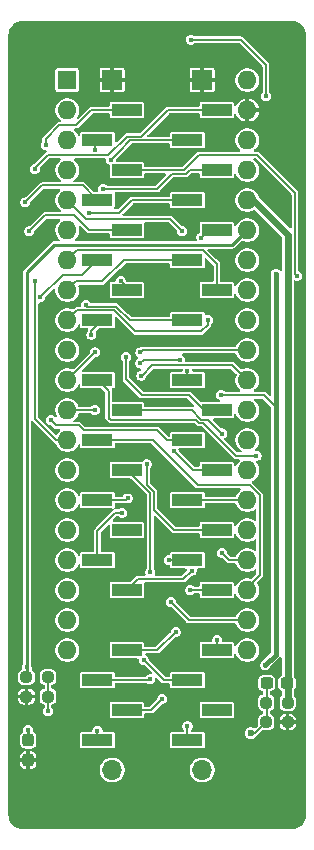
<source format=gbr>
%TF.GenerationSoftware,KiCad,Pcbnew,9.0.7-9.0.7~ubuntu25.10.1*%
%TF.CreationDate,2026-03-01T16:55:49+09:00*%
%TF.ProjectId,bionic-cp1610,62696f6e-6963-42d6-9370-313631302e6b,1*%
%TF.SameCoordinates,Original*%
%TF.FileFunction,Copper,L2,Bot*%
%TF.FilePolarity,Positive*%
%FSLAX46Y46*%
G04 Gerber Fmt 4.6, Leading zero omitted, Abs format (unit mm)*
G04 Created by KiCad (PCBNEW 9.0.7-9.0.7~ubuntu25.10.1) date 2026-03-01 16:55:49*
%MOMM*%
%LPD*%
G01*
G04 APERTURE LIST*
G04 Aperture macros list*
%AMRoundRect*
0 Rectangle with rounded corners*
0 $1 Rounding radius*
0 $2 $3 $4 $5 $6 $7 $8 $9 X,Y pos of 4 corners*
0 Add a 4 corners polygon primitive as box body*
4,1,4,$2,$3,$4,$5,$6,$7,$8,$9,$2,$3,0*
0 Add four circle primitives for the rounded corners*
1,1,$1+$1,$2,$3*
1,1,$1+$1,$4,$5*
1,1,$1+$1,$6,$7*
1,1,$1+$1,$8,$9*
0 Add four rect primitives between the rounded corners*
20,1,$1+$1,$2,$3,$4,$5,0*
20,1,$1+$1,$4,$5,$6,$7,0*
20,1,$1+$1,$6,$7,$8,$9,0*
20,1,$1+$1,$8,$9,$2,$3,0*%
G04 Aperture macros list end*
%TA.AperFunction,ComponentPad*%
%ADD10R,1.600000X1.600000*%
%TD*%
%TA.AperFunction,ComponentPad*%
%ADD11O,1.600000X1.600000*%
%TD*%
%TA.AperFunction,SMDPad,CuDef*%
%ADD12RoundRect,0.237500X0.250000X0.237500X-0.250000X0.237500X-0.250000X-0.237500X0.250000X-0.237500X0*%
%TD*%
%TA.AperFunction,SMDPad,CuDef*%
%ADD13RoundRect,0.237500X-0.250000X-0.237500X0.250000X-0.237500X0.250000X0.237500X-0.250000X0.237500X0*%
%TD*%
%TA.AperFunction,SMDPad,CuDef*%
%ADD14RoundRect,0.237500X0.300000X0.237500X-0.300000X0.237500X-0.300000X-0.237500X0.300000X-0.237500X0*%
%TD*%
%TA.AperFunction,SMDPad,CuDef*%
%ADD15RoundRect,0.237500X-0.237500X0.300000X-0.237500X-0.300000X0.237500X-0.300000X0.237500X0.300000X0*%
%TD*%
%TA.AperFunction,ComponentPad*%
%ADD16O,1.700000X1.700000*%
%TD*%
%TA.AperFunction,SMDPad,CuDef*%
%ADD17R,2.510000X1.000000*%
%TD*%
%TA.AperFunction,ComponentPad*%
%ADD18R,1.700000X1.700000*%
%TD*%
%TA.AperFunction,ViaPad*%
%ADD19C,0.450000*%
%TD*%
%TA.AperFunction,ViaPad*%
%ADD20C,0.600000*%
%TD*%
%TA.AperFunction,Conductor*%
%ADD21C,0.250000*%
%TD*%
%TA.AperFunction,Conductor*%
%ADD22C,0.200000*%
%TD*%
%TA.AperFunction,Conductor*%
%ADD23C,0.400000*%
%TD*%
%TA.AperFunction,Conductor*%
%ADD24C,0.150000*%
%TD*%
%TA.AperFunction,Conductor*%
%ADD25C,0.600000*%
%TD*%
G04 APERTURE END LIST*
D10*
%TO.P,U1,1,EBCI*%
%TO.N,EBCI*%
X90982800Y-45783600D03*
D11*
%TO.P,U1,2,~{MSYNC}*%
%TO.N,~{MSYNC}*%
X90982800Y-48323600D03*
%TO.P,U1,3,BC1*%
%TO.N,BC1*%
X90982800Y-50863600D03*
%TO.P,U1,4,BC2*%
%TO.N,BC2*%
X90982800Y-53403600D03*
%TO.P,U1,5,BDIR*%
%TO.N,BDIR*%
X90982800Y-55943600D03*
%TO.P,U1,6,D15*%
%TO.N,D15*%
X90982800Y-58483600D03*
%TO.P,U1,7,D14*%
%TO.N,D14*%
X90982800Y-61023600D03*
%TO.P,U1,8,D13*%
%TO.N,D13*%
X90982800Y-63563600D03*
%TO.P,U1,9,D12*%
%TO.N,D12*%
X90982800Y-66103600D03*
%TO.P,U1,10,D11*%
%TO.N,D11*%
X90982800Y-68643600D03*
%TO.P,U1,11,D10*%
%TO.N,D10*%
X90982800Y-71183600D03*
%TO.P,U1,12,D9*%
%TO.N,D9*%
X90982800Y-73723600D03*
%TO.P,U1,13,D8*%
%TO.N,D8*%
X90982800Y-76263600D03*
%TO.P,U1,14,D0*%
%TO.N,D0*%
X90982800Y-78803600D03*
%TO.P,U1,15,D1*%
%TO.N,D1*%
X90982800Y-81343600D03*
%TO.P,U1,16,D7*%
%TO.N,D7*%
X90982800Y-83883600D03*
%TO.P,U1,17,D6*%
%TO.N,D6*%
X90982800Y-86423600D03*
%TO.P,U1,18,D5*%
%TO.N,D5*%
X90982800Y-88963600D03*
%TO.P,U1,19,D4*%
%TO.N,D4*%
X90982800Y-91503600D03*
%TO.P,U1,20,D3*%
%TO.N,D3*%
X90982800Y-94043600D03*
%TO.P,U1,21,D2*%
%TO.N,D2*%
X106222800Y-94043600D03*
%TO.P,U1,22,EBCA3*%
%TO.N,EBCA3*%
X106222800Y-91503600D03*
%TO.P,U1,23,EBCA2*%
%TO.N,EBCA2*%
X106222800Y-88963600D03*
%TO.P,U1,24,EBCA1*%
%TO.N,EBCA1*%
X106222800Y-86423600D03*
%TO.P,U1,25,EBCA0*%
%TO.N,EBCA0*%
X106222800Y-83883600D03*
%TO.P,U1,26,TCI*%
%TO.N,TCI*%
X106222800Y-81343600D03*
%TO.P,U1,27,~{INTRM}*%
%TO.N,~{INTRM}*%
X106222800Y-78803600D03*
%TO.P,U1,28,~{INTR}*%
%TO.N,~{INTR}*%
X106222800Y-76263600D03*
%TO.P,U1,29,~{BUSACK}*%
%TO.N,~{BUSACK}*%
X106222800Y-73723600D03*
%TO.P,U1,30,HALT*%
%TO.N,HALT*%
X106222800Y-71183600D03*
%TO.P,U1,31,~{BUSREQ}*%
%TO.N,~{BUSREQ}*%
X106222800Y-68643600D03*
%TO.P,U1,32,~{STSTP}*%
%TO.N,~{STSP}*%
X106222800Y-66103600D03*
%TO.P,U1,33,BDRDY*%
%TO.N,BDRDY*%
X106222800Y-63563600D03*
%TO.P,U1,34,V_{CC}*%
%TO.N,VCC*%
X106222800Y-61023600D03*
%TO.P,U1,35,V_{BB}*%
%TO.N,VBB*%
X106222800Y-58483600D03*
%TO.P,U1,36,V_{DD}*%
%TO.N,VDD*%
X106222800Y-55943600D03*
%TO.P,U1,37,\u03A62*%
%TO.N,Net-(U1-\u03A62)*%
X106222800Y-53403600D03*
%TO.P,U1,38,\u03A61*%
%TO.N,Net-(U1-\u03A61)*%
X106222800Y-50863600D03*
%TO.P,U1,39,GND*%
%TO.N,GND*%
X106222800Y-48323600D03*
%TO.P,U1,40,~{PCIT}*%
%TO.N,~{PCIT}*%
X106222800Y-45783600D03*
%TD*%
D12*
%TO.P,R6,1*%
%TO.N,Net-(U8-FB)*%
X89357200Y-97980600D03*
%TO.P,R6,2*%
%TO.N,GND*%
X87532200Y-97980600D03*
%TD*%
D13*
%TO.P,R4,1*%
%TO.N,Net-(U6-IN-)*%
X107826800Y-100139600D03*
%TO.P,R4,2*%
%TO.N,GND*%
X109651800Y-100139600D03*
%TD*%
D14*
%TO.P,C6,1*%
%TO.N,VDD*%
X109601800Y-96837600D03*
%TO.P,C6,2*%
%TO.N,Net-(U6-IN-)*%
X107876800Y-96837600D03*
%TD*%
D12*
%TO.P,R3,1*%
%TO.N,VDD*%
X109651800Y-98488600D03*
%TO.P,R3,2*%
%TO.N,Net-(U6-IN-)*%
X107826800Y-98488600D03*
%TD*%
D15*
%TO.P,C9,1*%
%TO.N,/dcdc-2v2/-5V*%
X87680800Y-101640400D03*
%TO.P,C9,2*%
%TO.N,GND*%
X87680800Y-103365400D03*
%TD*%
D13*
%TO.P,R5,1*%
%TO.N,VBB*%
X87530300Y-96329600D03*
%TO.P,R5,2*%
%TO.N,Net-(U8-FB)*%
X89355300Y-96329600D03*
%TD*%
D16*
%TO.P,J2,25,VCC*%
%TO.N,VCC*%
X102412800Y-104203600D03*
D17*
%TO.P,J2,26,P57*%
%TO.N,Net-(J2-P57)*%
X101168200Y-101663600D03*
%TO.P,J2,27,P56*%
%TO.N,unconnected-(J2-P56-Pad27)*%
X103657400Y-99123600D03*
%TO.P,J2,28,P55*%
%TO.N,HALT*%
X101168200Y-96583600D03*
%TO.P,J2,29,P54*%
%TO.N,BDRDY*%
X103657400Y-94043600D03*
%TO.P,J2,31,P47*%
%TO.N,PHI2*%
X103657400Y-88963600D03*
%TO.P,J2,32,P46*%
%TO.N,PHI1*%
X101168200Y-86423600D03*
%TO.P,J2,33,P45*%
%TO.N,EBCI*%
X103657400Y-83883600D03*
%TO.P,J2,34,P44*%
%TO.N,TCI*%
X101168200Y-81343600D03*
%TO.P,J2,35,P43*%
%TO.N,~{PCIT}*%
X103657400Y-78803600D03*
%TO.P,J2,36,P42*%
%TO.N,BC2*%
X101168200Y-76263600D03*
%TO.P,J2,37,P41*%
%TO.N,BC1*%
X103657400Y-73723600D03*
%TO.P,J2,38,P40*%
%TO.N,BDIR*%
X101168200Y-71183600D03*
%TO.P,J2,40,P27*%
%TO.N,D15*%
X101168200Y-66103600D03*
%TO.P,J2,41,P26*%
%TO.N,D14*%
X103657400Y-63563600D03*
%TO.P,J2,42,P25*%
%TO.N,D13*%
X101168200Y-61023600D03*
%TO.P,J2,43,P24*%
%TO.N,D12*%
X103657400Y-58483600D03*
%TO.P,J2,44,P23*%
%TO.N,D11*%
X101168200Y-55943600D03*
%TO.P,J2,45,P22*%
%TO.N,D10*%
X103657400Y-53403600D03*
%TO.P,J2,46,P21*%
%TO.N,D9*%
X101168200Y-50863600D03*
%TO.P,J2,47,P20*%
%TO.N,D8*%
X103657400Y-48323600D03*
D18*
%TO.P,J2,48,GND*%
%TO.N,GND*%
X102412800Y-45783600D03*
%TD*%
%TO.P,J1,1,GND*%
%TO.N,GND*%
X94792800Y-45783600D03*
D17*
%TO.P,J1,2,P10*%
%TO.N,D0*%
X96037400Y-48323600D03*
%TO.P,J1,3,P11*%
%TO.N,D1*%
X93548200Y-50863600D03*
%TO.P,J1,4,P12*%
%TO.N,D2*%
X96037400Y-53403600D03*
%TO.P,J1,5,P13*%
%TO.N,D3*%
X93548200Y-55943600D03*
%TO.P,J1,6,P14*%
%TO.N,D4*%
X96037400Y-58483600D03*
%TO.P,J1,7,P15*%
%TO.N,D5*%
X93548200Y-61023600D03*
%TO.P,J1,8,P16*%
%TO.N,D6*%
X96037400Y-63563600D03*
%TO.P,J1,9,P17*%
%TO.N,D7*%
X93548200Y-66103600D03*
%TO.P,J1,11,P30*%
%TO.N,EBCA0*%
X93548200Y-71183600D03*
%TO.P,J1,12,P31*%
%TO.N,EBCA1*%
X96037400Y-73723600D03*
%TO.P,J1,13,P32*%
%TO.N,EBCA2*%
X93548200Y-76263600D03*
%TO.P,J1,14,P33*%
%TO.N,EBCA3*%
X96037400Y-78803600D03*
%TO.P,J1,15,P34*%
%TO.N,~{ENSWI}*%
X93548200Y-81343600D03*
%TO.P,J1,16,P35*%
%TO.N,unconnected-(J1-P35-Pad16)*%
X96037400Y-83883600D03*
%TO.P,J1,17,P36*%
%TO.N,~{BUSREQ}*%
X93548200Y-86423600D03*
%TO.P,J1,18,P37*%
%TO.N,~{BUSACK}*%
X96037400Y-88963600D03*
%TO.P,J1,20,P50*%
%TO.N,~{INTR}*%
X96037400Y-94043600D03*
%TO.P,J1,21,P51*%
%TO.N,~{INTRM}*%
X93548200Y-96583600D03*
%TO.P,J1,22,P52*%
%TO.N,~{STSP}*%
X96037400Y-99123600D03*
%TO.P,J1,23,P53*%
%TO.N,~{MSYNC}*%
X93548200Y-101663600D03*
D16*
%TO.P,J1,24,VCC*%
%TO.N,VCC*%
X94792800Y-104203600D03*
%TD*%
D19*
%TO.N,/dcdc-2v2/-5V*%
X87668100Y-100800000D03*
%TO.N,VCC*%
X108636000Y-62166600D03*
X108636000Y-73469600D03*
X107823000Y-47155200D03*
X101473000Y-42354600D03*
X104000000Y-72428200D03*
X107747000Y-95313600D03*
%TO.N,Net-(J2-P57)*%
X101168000Y-100495000D03*
%TO.N,GND*%
X97561400Y-67703800D03*
X90032800Y-107835800D03*
X104749600Y-71082000D03*
X104978200Y-57188200D03*
X110921800Y-57848600D03*
X92583000Y-53810000D03*
X98526600Y-103263800D03*
X99999800Y-84925000D03*
D20*
X106172000Y-104386000D03*
D19*
X97256600Y-56756400D03*
X98602800Y-107404000D03*
D20*
X109830000Y-104381000D03*
D19*
X107848400Y-85102800D03*
X100787200Y-75222200D03*
D20*
X108026000Y-101181000D03*
D19*
X99110800Y-67551400D03*
X110718600Y-87109400D03*
X100584000Y-67576800D03*
X86563200Y-97929800D03*
X109474000Y-56832600D03*
D20*
%TO.N,VDD*%
X109652000Y-90005000D03*
%TO.N,Net-(U6-IN-)*%
X106528000Y-101079000D03*
D19*
%TO.N,VBB*%
X87553800Y-95516800D03*
%TO.N,~{BUSACK}*%
X101511200Y-87312600D03*
%TO.N,D1*%
X93345000Y-51683600D03*
%TO.N,~{BUSREQ}*%
X97180400Y-68846800D03*
X95636500Y-82410400D03*
%TO.N,D0*%
X89166000Y-51283400D03*
%TO.N,D5*%
X88715000Y-64189515D03*
%TO.N,EBCA0*%
X107010200Y-77584400D03*
%TO.N,D7*%
X93033000Y-67335500D03*
%TO.N,D2*%
X110446450Y-62351650D03*
%TO.N,D6*%
X95511200Y-62776200D03*
%TO.N,~{MSYNC}*%
X93548200Y-100876200D03*
%TO.N,EBCA3*%
X99758500Y-89966900D03*
X98018600Y-87465000D03*
%TO.N,~{ENSWI}*%
X96090700Y-81201500D03*
X97180400Y-69761200D03*
X100533200Y-69481800D03*
%TO.N,~{INTR}*%
X100164900Y-92506900D03*
%TO.N,~{INTRM}*%
X97993200Y-96532800D03*
%TO.N,D4*%
X87775200Y-58585200D03*
%TO.N,D3*%
X87442950Y-56137550D03*
%TO.N,~{STSP}*%
X99034600Y-98158400D03*
%TO.N,EBCA1*%
X104085100Y-85801600D03*
X104093600Y-75709800D03*
%TO.N,EBCI*%
X97719600Y-78312200D03*
%TO.N,PHI1*%
X99568000Y-86423600D03*
%TO.N,D12*%
X102336600Y-59118600D03*
X102895400Y-66103600D03*
%TO.N,BC1*%
X95961200Y-69227800D03*
%TO.N,D8*%
X88265000Y-53302000D03*
X88265000Y-62776200D03*
%TO.N,D15*%
X92557600Y-64840800D03*
%TO.N,PHI2*%
X101397000Y-88963600D03*
%TO.N,D9*%
X94691899Y-52515299D03*
X93334000Y-73723600D03*
%TO.N,BDRDY*%
X103682800Y-93205400D03*
%TO.N,~{PCIT}*%
X99987100Y-77190700D03*
%TO.N,D10*%
X93334000Y-68834100D03*
X94012100Y-55010500D03*
%TO.N,HALT*%
X97459800Y-94881800D03*
X97269600Y-70802600D03*
%TO.N,D11*%
X92811600Y-57010400D03*
%TO.N,BC2*%
X89607800Y-74561800D03*
%TO.N,BDIR*%
X100711000Y-58559800D03*
X101168200Y-70447000D03*
%TO.N,Net-(U8-FB)*%
X89357200Y-99225200D03*
%TD*%
D21*
%TO.N,/dcdc-2v2/-5V*%
X87668100Y-100800000D02*
X87668100Y-102008000D01*
X87668100Y-102008000D02*
X87680800Y-102020000D01*
X87680800Y-102020000D02*
X87680800Y-102020300D01*
D22*
%TO.N,VCC*%
X107620000Y-72453600D02*
X104026000Y-72453600D01*
D23*
X108636000Y-94424600D02*
X107747000Y-95313600D01*
X108636000Y-73469600D02*
X108636000Y-94424600D01*
D24*
X107823000Y-47155200D02*
X107823000Y-44513600D01*
D23*
X108636000Y-62166600D02*
X108636000Y-73469600D01*
D24*
X105664000Y-42354600D02*
X101473000Y-42354600D01*
X107823000Y-44513600D02*
X105664000Y-42354600D01*
D22*
X108636000Y-73469600D02*
X107620000Y-72453600D01*
X104026000Y-72453600D02*
X104000000Y-72428200D01*
D24*
%TO.N,Net-(J2-P57)*%
X101168000Y-101079500D02*
X101168000Y-101664000D01*
X101168000Y-100495000D02*
X101168000Y-101079500D01*
X101168000Y-101663400D02*
X101168200Y-101663600D01*
X101168000Y-101079500D02*
X101168000Y-101663400D01*
D25*
%TO.N,VDD*%
X109652000Y-96160700D02*
X109651800Y-96160900D01*
X109652000Y-58864600D02*
X106731000Y-55943600D01*
X106222800Y-55943600D02*
X106223000Y-55943600D01*
X109651800Y-96160900D02*
X109651800Y-98488600D01*
X109652000Y-90005000D02*
X109652000Y-58864600D01*
D23*
X109652000Y-98488600D02*
X109652000Y-96160700D01*
D25*
X109652000Y-96160700D02*
X109652000Y-90005000D01*
X106731000Y-55943600D02*
X106223000Y-55943600D01*
D24*
%TO.N,Net-(U6-IN-)*%
X107877000Y-98463800D02*
X107876800Y-98463600D01*
X107852000Y-100115000D02*
X107827000Y-100140000D01*
X107827000Y-100140000D02*
X106887000Y-101079000D01*
X107877000Y-96837600D02*
X107877000Y-98463800D01*
X107851800Y-98488600D02*
X107876800Y-98463600D01*
X107852000Y-100115000D02*
X107851400Y-100115000D01*
X107826800Y-98488600D02*
X107851800Y-98488600D01*
X107851400Y-100115000D02*
X107826800Y-100139600D01*
X107877000Y-98463800D02*
X107877000Y-100090000D01*
X106887000Y-101079000D02*
X106528000Y-101079000D01*
X107876800Y-98463600D02*
X107876800Y-96837600D01*
X107877000Y-100090000D02*
X107852000Y-100115000D01*
D21*
%TO.N,VBB*%
X89890600Y-59728200D02*
X104978000Y-59728200D01*
X87553800Y-95516800D02*
X87553800Y-62065000D01*
X104978000Y-59728200D02*
X106222900Y-58483700D01*
X87553800Y-62065000D02*
X89890600Y-59728200D01*
X87553800Y-96306100D02*
X87530300Y-96329600D01*
X106222800Y-58483600D02*
X106222900Y-58483700D01*
X87553800Y-95516800D02*
X87553800Y-96306100D01*
X106222900Y-58483700D02*
X106223000Y-58483600D01*
D24*
%TO.N,~{BUSACK}*%
X100810500Y-88013300D02*
X96987700Y-88013300D01*
X101511200Y-87312600D02*
X100810500Y-88013300D01*
X96987700Y-88013300D02*
X96037400Y-88963600D01*
%TO.N,D1*%
X93345000Y-51066800D02*
X93548200Y-50863600D01*
X93345000Y-51683600D02*
X93345000Y-51066800D01*
%TO.N,~{BUSREQ}*%
X95636500Y-82410400D02*
X95072200Y-82410400D01*
X97383600Y-68643600D02*
X106222800Y-68643600D01*
X93548200Y-83934400D02*
X93548200Y-86423600D01*
X95072200Y-82410400D02*
X93548200Y-83934400D01*
X97180400Y-68846800D02*
X97383600Y-68643600D01*
%TO.N,D0*%
X89166000Y-50750000D02*
X90322400Y-49593600D01*
X91770200Y-49593600D02*
X93040200Y-48323600D01*
X90322400Y-49593600D02*
X91770200Y-49593600D01*
X89166000Y-51283400D02*
X89166000Y-50750000D01*
X93040200Y-48323600D02*
X96037400Y-48323600D01*
%TO.N,D5*%
X92278200Y-62293600D02*
X93548200Y-61023600D01*
X90609500Y-62293600D02*
X92278200Y-62293600D01*
X88715000Y-64188100D02*
X90609500Y-62293600D01*
X88715000Y-64189515D02*
X88715000Y-64188100D01*
%TO.N,EBCA0*%
X94665800Y-74536400D02*
X94579000Y-74449600D01*
X102180400Y-74837400D02*
X101879400Y-74536400D01*
X94579000Y-74449600D02*
X94556400Y-74449600D01*
X105257600Y-77584400D02*
X102510600Y-74837400D01*
X94488000Y-72123400D02*
X93548200Y-71183600D01*
X94556400Y-74427000D02*
X94488000Y-74358600D01*
X107010200Y-77584400D02*
X105257600Y-77584400D01*
X101879400Y-74536400D02*
X94665800Y-74536400D01*
X94556400Y-74449600D02*
X94556400Y-74427000D01*
X102510600Y-74837400D02*
X102180400Y-74837400D01*
X94488000Y-74358600D02*
X94488000Y-72123400D01*
%TO.N,D7*%
X93033000Y-67335500D02*
X93033000Y-67050600D01*
X93548200Y-66535400D02*
X93548200Y-66103600D01*
X93033000Y-67050600D02*
X93548200Y-66535400D01*
%TO.N,D2*%
X110261400Y-62166600D02*
X110261400Y-55334000D01*
X107035600Y-52108200D02*
X102184200Y-52108200D01*
X110261400Y-55334000D02*
X107035600Y-52108200D01*
X100888800Y-53403600D02*
X96037400Y-53403600D01*
X102184200Y-52108200D02*
X100888800Y-53403600D01*
X110446450Y-62351650D02*
X110261400Y-62166600D01*
%TO.N,D6*%
X95511200Y-62776200D02*
X95783400Y-63048400D01*
X95783400Y-63309600D02*
X96037400Y-63563600D01*
X95783400Y-63048400D02*
X95783400Y-63309600D01*
%TO.N,~{MSYNC}*%
X93548200Y-100876200D02*
X93548200Y-101663600D01*
%TO.N,EBCA3*%
X98018600Y-80784800D02*
X98018600Y-87465000D01*
X96037400Y-78803600D02*
X98018600Y-80784800D01*
X101295200Y-91503600D02*
X106222800Y-91503600D01*
X99758500Y-89966900D02*
X101295200Y-91503600D01*
%TO.N,~{ENSWI}*%
X96090700Y-81201500D02*
X95948600Y-81343600D01*
X95948600Y-81343600D02*
X93548200Y-81343600D01*
X97180400Y-69761200D02*
X97459800Y-69481800D01*
X97459800Y-69481800D02*
X100533200Y-69481800D01*
%TO.N,~{INTR}*%
X100164900Y-92506900D02*
X98628200Y-94043600D01*
X98628200Y-94043600D02*
X96037400Y-94043600D01*
%TO.N,~{INTRM}*%
X97993200Y-96532800D02*
X97942400Y-96583600D01*
X97942400Y-96583600D02*
X93548200Y-96583600D01*
%TO.N,D4*%
X92837000Y-58483600D02*
X96037400Y-58483600D01*
X92837000Y-58483600D02*
X91592400Y-57239000D01*
X87775200Y-58541600D02*
X87775200Y-58585200D01*
X91592400Y-57239000D02*
X89077800Y-57239000D01*
X89077800Y-57239000D02*
X87775200Y-58541600D01*
%TO.N,D3*%
X88881500Y-54699000D02*
X92303600Y-54699000D01*
X92303600Y-54699000D02*
X93548200Y-55943600D01*
X87442950Y-56137550D02*
X88881500Y-54699000D01*
%TO.N,~{STSP}*%
X98069400Y-99123600D02*
X96037400Y-99123600D01*
X99034600Y-98158400D02*
X98069400Y-99123600D01*
%TO.N,EBCA2*%
X98247200Y-76263600D02*
X102057200Y-80073600D01*
X107274300Y-80876500D02*
X107274300Y-87699300D01*
X106471400Y-80073600D02*
X107274300Y-80876500D01*
X107274300Y-87699300D02*
X106222800Y-88750800D01*
X93548200Y-76263600D02*
X98247200Y-76263600D01*
X102057200Y-80073600D02*
X106471400Y-80073600D01*
X106222800Y-88750800D02*
X106222800Y-88963600D01*
%TO.N,EBCA1*%
X104085100Y-85801600D02*
X104102200Y-85801600D01*
X104724200Y-86423600D02*
X106222800Y-86423600D01*
X104102200Y-85801600D02*
X104724200Y-86423600D01*
X101523800Y-73723600D02*
X96037400Y-73723600D01*
X102920200Y-74536400D02*
X102336600Y-74536400D01*
X102336600Y-74536400D02*
X101523800Y-73723600D01*
X104093600Y-75709800D02*
X102920200Y-74536400D01*
%TO.N,EBCI*%
X97719600Y-80060122D02*
X97719600Y-78312200D01*
X100025200Y-83858200D02*
X98319600Y-82152600D01*
X98319600Y-82152600D02*
X98319600Y-80660122D01*
X103632000Y-83858200D02*
X100025200Y-83858200D01*
X103657400Y-83883600D02*
X103632000Y-83858200D01*
X98319600Y-80660122D02*
X97719600Y-80060122D01*
%TO.N,PHI1*%
X99568000Y-86423600D02*
X101168000Y-86423600D01*
X101168200Y-86423600D02*
X101168000Y-86423600D01*
%TO.N,D12*%
X91795600Y-65290800D02*
X90982800Y-66103600D01*
X94970600Y-65290800D02*
X91795600Y-65290800D01*
X102306500Y-67068800D02*
X96748600Y-67068800D01*
X102971600Y-58483600D02*
X103657400Y-58483600D01*
X96748600Y-67068800D02*
X94970600Y-65290800D01*
X102336600Y-59118600D02*
X102971600Y-58483600D01*
X102895400Y-66479900D02*
X102306500Y-67068800D01*
X102895400Y-66103600D02*
X102895400Y-66479900D01*
%TO.N,BC1*%
X95961200Y-69227800D02*
X95961200Y-71132800D01*
X97282000Y-72453600D02*
X101269800Y-72453600D01*
X102539800Y-73723600D02*
X103657400Y-73723600D01*
X101269800Y-72453600D02*
X102539800Y-73723600D01*
X95961200Y-71132800D02*
X97282000Y-72453600D01*
%TO.N,TCI*%
X101168200Y-81343600D02*
X106222800Y-81343600D01*
%TO.N,D14*%
X103657400Y-61384800D02*
X103657400Y-63563600D01*
X90982800Y-61023600D02*
X91802200Y-60204200D01*
X91802200Y-60204200D02*
X102476800Y-60204200D01*
X102476800Y-60204200D02*
X103657400Y-61384800D01*
%TO.N,D8*%
X99491800Y-48323600D02*
X103657400Y-48323600D01*
X88265000Y-53199400D02*
X89330800Y-52133600D01*
X88265000Y-62776200D02*
X88265000Y-74485600D01*
X97252800Y-50562600D02*
X99491800Y-48323600D01*
X96008200Y-50562600D02*
X97252800Y-50562600D01*
X88265000Y-74485600D02*
X90043000Y-76263600D01*
X94437200Y-52133600D02*
X96008200Y-50562600D01*
X89330800Y-52133600D02*
X94437200Y-52133600D01*
X90043000Y-76263600D02*
X90982800Y-76263600D01*
X88265000Y-53302000D02*
X88265000Y-53199400D01*
%TO.N,D15*%
X92677400Y-64960600D02*
X95148400Y-64960600D01*
X96291400Y-66103600D02*
X101168200Y-66103600D01*
X92557600Y-64840800D02*
X92677400Y-64960600D01*
X95148400Y-64960600D02*
X96291400Y-66103600D01*
%TO.N,PHI2*%
X101397000Y-88963600D02*
X103657400Y-88963600D01*
%TO.N,D9*%
X94691899Y-52515299D02*
X95352299Y-51854899D01*
X93334000Y-73723600D02*
X90982800Y-73723600D01*
X95352299Y-51847379D02*
X96336078Y-50863600D01*
X96336078Y-50863600D02*
X101168200Y-50863600D01*
X95352299Y-51854899D02*
X95352299Y-51847379D01*
%TO.N,BDRDY*%
X103682800Y-94018200D02*
X103657400Y-94043600D01*
X103682800Y-93205400D02*
X103682800Y-94018200D01*
%TO.N,~{PCIT}*%
X99987100Y-77190700D02*
X99997800Y-77190700D01*
X101610700Y-78803600D02*
X103657400Y-78803600D01*
X99997800Y-77190700D02*
X101610700Y-78803600D01*
%TO.N,D10*%
X93332300Y-68834100D02*
X90982800Y-71183600D01*
X99876600Y-53704600D02*
X101045000Y-53704600D01*
X94018800Y-55003800D02*
X98577400Y-55003800D01*
X101045000Y-53704600D02*
X101346000Y-53403600D01*
X94012100Y-55010500D02*
X94018800Y-55003800D01*
X98577400Y-55003800D02*
X99876600Y-53704600D01*
X93334000Y-68834100D02*
X93332300Y-68834100D01*
X101346000Y-53403600D02*
X103657400Y-53403600D01*
%TO.N,HALT*%
X99161600Y-96583600D02*
X101168200Y-96583600D01*
X97282000Y-70802600D02*
X98145600Y-69939000D01*
X98145600Y-69939000D02*
X104978200Y-69939000D01*
X104978200Y-69939000D02*
X106222800Y-71183600D01*
X97269600Y-70802600D02*
X97282000Y-70802600D01*
X97459800Y-94881800D02*
X99161600Y-96583600D01*
%TO.N,D11*%
X95377000Y-57010400D02*
X92811600Y-57010400D01*
X101168200Y-55943600D02*
X96443800Y-55943600D01*
X96443800Y-55943600D02*
X95377000Y-57010400D01*
%TO.N,BC2*%
X91973400Y-75019000D02*
X92379800Y-75425400D01*
X90043000Y-75019000D02*
X91973400Y-75019000D01*
X92379800Y-75425400D02*
X98577400Y-75425400D01*
X99415600Y-76263600D02*
X101168200Y-76263600D01*
X98577400Y-75425400D02*
X99415600Y-76263600D01*
X89607800Y-74561800D02*
X89607800Y-74583800D01*
X89607800Y-74583800D02*
X90043000Y-75019000D01*
%TO.N,D13*%
X91709500Y-62836900D02*
X93970100Y-62836900D01*
X95783400Y-61023600D02*
X101168200Y-61023600D01*
X93970100Y-62836900D02*
X95783400Y-61023600D01*
X90982800Y-63563600D02*
X91709500Y-62836900D01*
%TO.N,BDIR*%
X101168200Y-70447000D02*
X101168200Y-71183600D01*
X100711000Y-58559800D02*
X99695000Y-57543800D01*
X92583000Y-57543800D02*
X90982800Y-55943600D01*
X99695000Y-57543800D02*
X92583000Y-57543800D01*
%TO.N,Net-(U8-FB)*%
X89357200Y-96331500D02*
X89355300Y-96329600D01*
X89357200Y-97980600D02*
X89357200Y-96331500D01*
X89357200Y-99225200D02*
X89357200Y-97980600D01*
%TD*%
%TA.AperFunction,Conductor*%
%TO.N,GND*%
G36*
X106938668Y-52402607D02*
G01*
X106950481Y-52412696D01*
X109956904Y-55419119D01*
X109984681Y-55473636D01*
X109985900Y-55489123D01*
X109985900Y-58251678D01*
X109966993Y-58309869D01*
X109917493Y-58345833D01*
X109856307Y-58345833D01*
X109816896Y-58321682D01*
X107215489Y-55720275D01*
X107188395Y-55669584D01*
X107187136Y-55663255D01*
X107184851Y-55651765D01*
X107109432Y-55469686D01*
X106999939Y-55305818D01*
X106860582Y-55166461D01*
X106696714Y-55056968D01*
X106696715Y-55056968D01*
X106696713Y-55056967D01*
X106514635Y-54981549D01*
X106321343Y-54943100D01*
X106321341Y-54943100D01*
X106124259Y-54943100D01*
X106124256Y-54943100D01*
X105930965Y-54981549D01*
X105930963Y-54981549D01*
X105748886Y-55056967D01*
X105585018Y-55166461D01*
X105585014Y-55166464D01*
X105445664Y-55305814D01*
X105445661Y-55305818D01*
X105336167Y-55469686D01*
X105260749Y-55651763D01*
X105260749Y-55651765D01*
X105222300Y-55845056D01*
X105222300Y-56042143D01*
X105260749Y-56235434D01*
X105260749Y-56235436D01*
X105336167Y-56417513D01*
X105336168Y-56417514D01*
X105445661Y-56581382D01*
X105585018Y-56720739D01*
X105748886Y-56830232D01*
X105930965Y-56905651D01*
X106124259Y-56944100D01*
X106124260Y-56944100D01*
X106321340Y-56944100D01*
X106321341Y-56944100D01*
X106514635Y-56905651D01*
X106696714Y-56830232D01*
X106756907Y-56790011D01*
X106815791Y-56773404D01*
X106873195Y-56794581D01*
X106881910Y-56802324D01*
X109122504Y-59042918D01*
X109150281Y-59097435D01*
X109151500Y-59112922D01*
X109151500Y-61841776D01*
X109132593Y-61899967D01*
X109083093Y-61935931D01*
X109021907Y-61935931D01*
X108982743Y-61908255D01*
X108981073Y-61909926D01*
X108976486Y-61905339D01*
X108976485Y-61905337D01*
X108897263Y-61826115D01*
X108897260Y-61826113D01*
X108800240Y-61770098D01*
X108800242Y-61770098D01*
X108758251Y-61758847D01*
X108692018Y-61741100D01*
X108579982Y-61741100D01*
X108513748Y-61758847D01*
X108471758Y-61770098D01*
X108374739Y-61826113D01*
X108295513Y-61905339D01*
X108239498Y-62002358D01*
X108227886Y-62045695D01*
X108210500Y-62110582D01*
X108210500Y-62222618D01*
X108232127Y-62303330D01*
X108235500Y-62328953D01*
X108235500Y-72405121D01*
X108216593Y-72463312D01*
X108167093Y-72499276D01*
X108105907Y-72499276D01*
X108066497Y-72475125D01*
X107804511Y-72213140D01*
X107764274Y-72189909D01*
X107764273Y-72189909D01*
X107735988Y-72173578D01*
X107659564Y-72153100D01*
X107659562Y-72153100D01*
X106899052Y-72153100D01*
X106840861Y-72134193D01*
X106804897Y-72084693D01*
X106804897Y-72023507D01*
X106840861Y-71974007D01*
X106844050Y-71971785D01*
X106860582Y-71960739D01*
X106999939Y-71821382D01*
X107109432Y-71657514D01*
X107184851Y-71475435D01*
X107223300Y-71282141D01*
X107223300Y-71085059D01*
X107184851Y-70891765D01*
X107109432Y-70709686D01*
X106999939Y-70545818D01*
X106860582Y-70406461D01*
X106722348Y-70314096D01*
X106696713Y-70296967D01*
X106514635Y-70221549D01*
X106321343Y-70183100D01*
X106321341Y-70183100D01*
X106124259Y-70183100D01*
X106124256Y-70183100D01*
X105930965Y-70221549D01*
X105930963Y-70221549D01*
X105793664Y-70278420D01*
X105732667Y-70283220D01*
X105685777Y-70256961D01*
X105134258Y-69705443D01*
X105134256Y-69705442D01*
X105134255Y-69705441D01*
X105133631Y-69705182D01*
X105133631Y-69705183D01*
X105096456Y-69689784D01*
X105033000Y-69663500D01*
X105032999Y-69663500D01*
X101054043Y-69663500D01*
X100995852Y-69644593D01*
X100959888Y-69595093D01*
X100958558Y-69544342D01*
X100957853Y-69544250D01*
X100958439Y-69539798D01*
X100958415Y-69538880D01*
X100958700Y-69537818D01*
X100958700Y-69425782D01*
X100929703Y-69317563D01*
X100929701Y-69317560D01*
X100929701Y-69317558D01*
X100873686Y-69220539D01*
X100873685Y-69220537D01*
X100794463Y-69141315D01*
X100772313Y-69128527D01*
X100729548Y-69103836D01*
X100688608Y-69058366D01*
X100682213Y-68997516D01*
X100712806Y-68944528D01*
X100768701Y-68919642D01*
X100779049Y-68919100D01*
X105187833Y-68919100D01*
X105246024Y-68938007D01*
X105279297Y-68980215D01*
X105326993Y-69095363D01*
X105336168Y-69117514D01*
X105445661Y-69281382D01*
X105585018Y-69420739D01*
X105748886Y-69530232D01*
X105930965Y-69605651D01*
X106124259Y-69644100D01*
X106124260Y-69644100D01*
X106321340Y-69644100D01*
X106321341Y-69644100D01*
X106514635Y-69605651D01*
X106696714Y-69530232D01*
X106860582Y-69420739D01*
X106999939Y-69281382D01*
X107109432Y-69117514D01*
X107184851Y-68935435D01*
X107223300Y-68742141D01*
X107223300Y-68545059D01*
X107184851Y-68351765D01*
X107109432Y-68169686D01*
X106999939Y-68005818D01*
X106860582Y-67866461D01*
X106751088Y-67793299D01*
X106696713Y-67756967D01*
X106514635Y-67681549D01*
X106321343Y-67643100D01*
X106321341Y-67643100D01*
X106124259Y-67643100D01*
X106124256Y-67643100D01*
X105930965Y-67681549D01*
X105930963Y-67681549D01*
X105748886Y-67756967D01*
X105585018Y-67866461D01*
X105585014Y-67866464D01*
X105445664Y-68005814D01*
X105445661Y-68005818D01*
X105336167Y-68169687D01*
X105279297Y-68306985D01*
X105239561Y-68353511D01*
X105187833Y-68368100D01*
X97328799Y-68368100D01*
X97257199Y-68397758D01*
X97257198Y-68397757D01*
X97218560Y-68413763D01*
X97180673Y-68421300D01*
X97124382Y-68421300D01*
X97063557Y-68437598D01*
X97016158Y-68450298D01*
X96919139Y-68506313D01*
X96839913Y-68585539D01*
X96783898Y-68682558D01*
X96783897Y-68682563D01*
X96754900Y-68790782D01*
X96754900Y-68902818D01*
X96771974Y-68966539D01*
X96783898Y-69011041D01*
X96839913Y-69108060D01*
X96839915Y-69108063D01*
X96919137Y-69187285D01*
X96952070Y-69206299D01*
X96972794Y-69218264D01*
X97013734Y-69263734D01*
X97020129Y-69324584D01*
X96989536Y-69377572D01*
X96972794Y-69389736D01*
X96919138Y-69420714D01*
X96839913Y-69499939D01*
X96783898Y-69596958D01*
X96783897Y-69596963D01*
X96754900Y-69705182D01*
X96754900Y-69817218D01*
X96780472Y-69912655D01*
X96783898Y-69925441D01*
X96839913Y-70022460D01*
X96839915Y-70022463D01*
X96919137Y-70101685D01*
X96919139Y-70101686D01*
X97016159Y-70157701D01*
X97016157Y-70157701D01*
X97016161Y-70157702D01*
X97016163Y-70157703D01*
X97124382Y-70186700D01*
X97124384Y-70186700D01*
X97172185Y-70186700D01*
X97230376Y-70205607D01*
X97266340Y-70255107D01*
X97266340Y-70316293D01*
X97230376Y-70365793D01*
X97197809Y-70381326D01*
X97147951Y-70394685D01*
X97105358Y-70406098D01*
X97008339Y-70462113D01*
X96929113Y-70541339D01*
X96873098Y-70638358D01*
X96873097Y-70638363D01*
X96844100Y-70746582D01*
X96844100Y-70858618D01*
X96852981Y-70891763D01*
X96873098Y-70966841D01*
X96929113Y-71063860D01*
X96929115Y-71063863D01*
X97008337Y-71143085D01*
X97008339Y-71143086D01*
X97105359Y-71199101D01*
X97105357Y-71199101D01*
X97105361Y-71199102D01*
X97105363Y-71199103D01*
X97213582Y-71228100D01*
X97213584Y-71228100D01*
X97325616Y-71228100D01*
X97325618Y-71228100D01*
X97433837Y-71199103D01*
X97433839Y-71199101D01*
X97433841Y-71199101D01*
X97462664Y-71182459D01*
X97530863Y-71143085D01*
X97610085Y-71063863D01*
X97666103Y-70966837D01*
X97695100Y-70858618D01*
X97695100Y-70820123D01*
X97714007Y-70761932D01*
X97724096Y-70750119D01*
X98230719Y-70243496D01*
X98285236Y-70215719D01*
X98300723Y-70214500D01*
X100660969Y-70214500D01*
X100686706Y-70222862D01*
X100712998Y-70229274D01*
X100715491Y-70232215D01*
X100719160Y-70233407D01*
X100735070Y-70255305D01*
X100752568Y-70275942D01*
X100752808Y-70279720D01*
X100755124Y-70282907D01*
X100757150Y-70336955D01*
X100756882Y-70338051D01*
X100742700Y-70390982D01*
X100742700Y-70396208D01*
X100739933Y-70407555D01*
X100726539Y-70429238D01*
X100715565Y-70452247D01*
X100710691Y-70454892D01*
X100707778Y-70459610D01*
X100684194Y-70469279D01*
X100661794Y-70481442D01*
X100652433Y-70482302D01*
X100651166Y-70482822D01*
X100649964Y-70482529D01*
X100643752Y-70483100D01*
X99893452Y-70483100D01*
X99893451Y-70483100D01*
X99893441Y-70483101D01*
X99834972Y-70494732D01*
X99834966Y-70494734D01*
X99768651Y-70539045D01*
X99768645Y-70539051D01*
X99724334Y-70605366D01*
X99724332Y-70605372D01*
X99712701Y-70663841D01*
X99712700Y-70663853D01*
X99712700Y-71703346D01*
X99712701Y-71703358D01*
X99724332Y-71761827D01*
X99724334Y-71761833D01*
X99764124Y-71821382D01*
X99768648Y-71828152D01*
X99834969Y-71872467D01*
X99879431Y-71881311D01*
X99893441Y-71884098D01*
X99893446Y-71884098D01*
X99893452Y-71884100D01*
X99893453Y-71884100D01*
X102442947Y-71884100D01*
X102442948Y-71884100D01*
X102501431Y-71872467D01*
X102567752Y-71828152D01*
X102612067Y-71761831D01*
X102623700Y-71703348D01*
X102623700Y-70663852D01*
X102612067Y-70605369D01*
X102567752Y-70539048D01*
X102567748Y-70539045D01*
X102501433Y-70494734D01*
X102501431Y-70494733D01*
X102501428Y-70494732D01*
X102501427Y-70494732D01*
X102442958Y-70483101D01*
X102442948Y-70483100D01*
X102442947Y-70483100D01*
X101692648Y-70483100D01*
X101688980Y-70481908D01*
X101685234Y-70482822D01*
X101660195Y-70472555D01*
X101634457Y-70464193D01*
X101632190Y-70461073D01*
X101628622Y-70459610D01*
X101621087Y-70445791D01*
X101598493Y-70414693D01*
X101596467Y-70407555D01*
X101593700Y-70396208D01*
X101593700Y-70390982D01*
X101579517Y-70338051D01*
X101579250Y-70336955D01*
X101581460Y-70307514D01*
X101583007Y-70278021D01*
X101583744Y-70277110D01*
X101583832Y-70275942D01*
X101602935Y-70253412D01*
X101621512Y-70230472D01*
X101622679Y-70230126D01*
X101623402Y-70229274D01*
X101635589Y-70226301D01*
X101675431Y-70214500D01*
X104823078Y-70214500D01*
X104881269Y-70233407D01*
X104893082Y-70243497D01*
X105296160Y-70646576D01*
X105323937Y-70701092D01*
X105317620Y-70754464D01*
X105260749Y-70891763D01*
X105260749Y-70891765D01*
X105222300Y-71085056D01*
X105222300Y-71282143D01*
X105260749Y-71475434D01*
X105260749Y-71475436D01*
X105336167Y-71657513D01*
X105336168Y-71657514D01*
X105445661Y-71821382D01*
X105585018Y-71960739D01*
X105601550Y-71971785D01*
X105639429Y-72019835D01*
X105641831Y-72080973D01*
X105607838Y-72131847D01*
X105550434Y-72153024D01*
X105546548Y-72153100D01*
X104367656Y-72153100D01*
X104309465Y-72134193D01*
X104297653Y-72124104D01*
X104261262Y-72087714D01*
X104164240Y-72031698D01*
X104164242Y-72031698D01*
X104119967Y-72019835D01*
X104056018Y-72002700D01*
X103943982Y-72002700D01*
X103880033Y-72019835D01*
X103835758Y-72031698D01*
X103738739Y-72087713D01*
X103659513Y-72166939D01*
X103603498Y-72263958D01*
X103587286Y-72324463D01*
X103574500Y-72372182D01*
X103574500Y-72484218D01*
X103578535Y-72499276D01*
X103603498Y-72592441D01*
X103659513Y-72689460D01*
X103659515Y-72689463D01*
X103738737Y-72768685D01*
X103738739Y-72768686D01*
X103835759Y-72824701D01*
X103835757Y-72824701D01*
X103835761Y-72824702D01*
X103835763Y-72824703D01*
X103849836Y-72828473D01*
X103901149Y-72861797D01*
X103923076Y-72918918D01*
X103907241Y-72978019D01*
X103859691Y-73016524D01*
X103824212Y-73023100D01*
X102382649Y-73023100D01*
X102314606Y-73036635D01*
X102314250Y-73034848D01*
X102265146Y-73038707D01*
X102218266Y-73012449D01*
X101425858Y-72220043D01*
X101425856Y-72220041D01*
X101409193Y-72213139D01*
X101409193Y-72213140D01*
X101324600Y-72178100D01*
X101324599Y-72178100D01*
X97437124Y-72178100D01*
X97378933Y-72159193D01*
X97367120Y-72149104D01*
X96265696Y-71047680D01*
X96237919Y-70993163D01*
X96236700Y-70977676D01*
X96236700Y-69595055D01*
X96255607Y-69536864D01*
X96265690Y-69525057D01*
X96301685Y-69489063D01*
X96357703Y-69392037D01*
X96386700Y-69283818D01*
X96386700Y-69171782D01*
X96357703Y-69063563D01*
X96357701Y-69063560D01*
X96357701Y-69063558D01*
X96301686Y-68966539D01*
X96301685Y-68966537D01*
X96222463Y-68887315D01*
X96222460Y-68887313D01*
X96125440Y-68831298D01*
X96125442Y-68831298D01*
X96083451Y-68820047D01*
X96017218Y-68802300D01*
X95905182Y-68802300D01*
X95838948Y-68820047D01*
X95796958Y-68831298D01*
X95699939Y-68887313D01*
X95620713Y-68966539D01*
X95564698Y-69063558D01*
X95550241Y-69117513D01*
X95535700Y-69171782D01*
X95535700Y-69283818D01*
X95544741Y-69317558D01*
X95564698Y-69392041D01*
X95620713Y-69489060D01*
X95620715Y-69489063D01*
X95656705Y-69525053D01*
X95684481Y-69579568D01*
X95685700Y-69595055D01*
X95685700Y-71187600D01*
X95716790Y-71262657D01*
X95727643Y-71288858D01*
X97125941Y-72687157D01*
X97155595Y-72699439D01*
X97155597Y-72699441D01*
X97155598Y-72699441D01*
X97191399Y-72714270D01*
X97227200Y-72729100D01*
X101114677Y-72729100D01*
X101172868Y-72748007D01*
X101184681Y-72758096D01*
X101732116Y-73305531D01*
X101759893Y-73360048D01*
X101750322Y-73420480D01*
X101707057Y-73463745D01*
X101646625Y-73473316D01*
X101624227Y-73466999D01*
X101578600Y-73448100D01*
X97591900Y-73448100D01*
X97533709Y-73429193D01*
X97497745Y-73379693D01*
X97492900Y-73349100D01*
X97492900Y-73203853D01*
X97492898Y-73203841D01*
X97490111Y-73189831D01*
X97481267Y-73145369D01*
X97436952Y-73079048D01*
X97420756Y-73068226D01*
X97370633Y-73034734D01*
X97370631Y-73034733D01*
X97370628Y-73034732D01*
X97370627Y-73034732D01*
X97312158Y-73023101D01*
X97312148Y-73023100D01*
X97312147Y-73023100D01*
X94862500Y-73023100D01*
X94804309Y-73004193D01*
X94768345Y-72954693D01*
X94763500Y-72924100D01*
X94763500Y-72068599D01*
X94748214Y-72031697D01*
X94743485Y-72020282D01*
X94738684Y-71959288D01*
X94770652Y-71907118D01*
X94818514Y-71886744D01*
X94818177Y-71885050D01*
X94853219Y-71878078D01*
X94881431Y-71872467D01*
X94947752Y-71828152D01*
X94992067Y-71761831D01*
X95003700Y-71703348D01*
X95003700Y-70663852D01*
X94992067Y-70605369D01*
X94947752Y-70539048D01*
X94947748Y-70539045D01*
X94881433Y-70494734D01*
X94881431Y-70494733D01*
X94881428Y-70494732D01*
X94881427Y-70494732D01*
X94822958Y-70483101D01*
X94822948Y-70483100D01*
X92311923Y-70483100D01*
X92253732Y-70464193D01*
X92217768Y-70414693D01*
X92217768Y-70353507D01*
X92241919Y-70314096D01*
X93267420Y-69288596D01*
X93321937Y-69260819D01*
X93337424Y-69259600D01*
X93390016Y-69259600D01*
X93390018Y-69259600D01*
X93498237Y-69230603D01*
X93498239Y-69230601D01*
X93498241Y-69230601D01*
X93540333Y-69206299D01*
X93595263Y-69174585D01*
X93674485Y-69095363D01*
X93719166Y-69017973D01*
X93730501Y-68998341D01*
X93730501Y-68998339D01*
X93730503Y-68998337D01*
X93759500Y-68890118D01*
X93759500Y-68778082D01*
X93730503Y-68669863D01*
X93730501Y-68669860D01*
X93730501Y-68669858D01*
X93682806Y-68587250D01*
X93674485Y-68572837D01*
X93595263Y-68493615D01*
X93595260Y-68493613D01*
X93498240Y-68437598D01*
X93498242Y-68437598D01*
X93437415Y-68421300D01*
X93390018Y-68408600D01*
X93277982Y-68408600D01*
X93230585Y-68421300D01*
X93169758Y-68437598D01*
X93072739Y-68493613D01*
X92993513Y-68572839D01*
X92937498Y-68669858D01*
X92908500Y-68778083D01*
X92908500Y-68827276D01*
X92889593Y-68885467D01*
X92879504Y-68897280D01*
X91519823Y-70256960D01*
X91465306Y-70284737D01*
X91411935Y-70278420D01*
X91293285Y-70229274D01*
X91274633Y-70221548D01*
X91081343Y-70183100D01*
X91081341Y-70183100D01*
X90884259Y-70183100D01*
X90884256Y-70183100D01*
X90690965Y-70221549D01*
X90690963Y-70221549D01*
X90508886Y-70296967D01*
X90345018Y-70406461D01*
X90345014Y-70406464D01*
X90205664Y-70545814D01*
X90205661Y-70545818D01*
X90096167Y-70709686D01*
X90020749Y-70891763D01*
X90020749Y-70891765D01*
X89982300Y-71085056D01*
X89982300Y-71282143D01*
X90020749Y-71475434D01*
X90020749Y-71475436D01*
X90096167Y-71657513D01*
X90096168Y-71657514D01*
X90205661Y-71821382D01*
X90345018Y-71960739D01*
X90508886Y-72070232D01*
X90690965Y-72145651D01*
X90884259Y-72184100D01*
X90884260Y-72184100D01*
X91081340Y-72184100D01*
X91081341Y-72184100D01*
X91274635Y-72145651D01*
X91456714Y-72070232D01*
X91620582Y-71960739D01*
X91759939Y-71821382D01*
X91869432Y-71657514D01*
X91902236Y-71578318D01*
X91941972Y-71531792D01*
X92001467Y-71517508D01*
X92057995Y-71540922D01*
X92089964Y-71593091D01*
X92092700Y-71616203D01*
X92092700Y-71703346D01*
X92092701Y-71703358D01*
X92104332Y-71761827D01*
X92104334Y-71761833D01*
X92144124Y-71821382D01*
X92148648Y-71828152D01*
X92214969Y-71872467D01*
X92259431Y-71881311D01*
X92273441Y-71884098D01*
X92273446Y-71884098D01*
X92273452Y-71884100D01*
X93818077Y-71884100D01*
X93876268Y-71903007D01*
X93888081Y-71913096D01*
X94183504Y-72208519D01*
X94211281Y-72263036D01*
X94212500Y-72278523D01*
X94212500Y-74413400D01*
X94216932Y-74424100D01*
X94244887Y-74491590D01*
X94244888Y-74491592D01*
X94250194Y-74504400D01*
X94254443Y-74514658D01*
X94296941Y-74557156D01*
X94300470Y-74561601D01*
X94302852Y-74567991D01*
X94314397Y-74585268D01*
X94322843Y-74605658D01*
X94400342Y-74683157D01*
X94420729Y-74691601D01*
X94452847Y-74713062D01*
X94509743Y-74769959D01*
X94610998Y-74811900D01*
X94611000Y-74811900D01*
X101724278Y-74811900D01*
X101782469Y-74830807D01*
X101794281Y-74840896D01*
X102024341Y-75070957D01*
X102053995Y-75083239D01*
X102053997Y-75083241D01*
X102053998Y-75083241D01*
X102089799Y-75098070D01*
X102125600Y-75112900D01*
X102355477Y-75112900D01*
X102413668Y-75131807D01*
X102425480Y-75141895D01*
X105101542Y-77817958D01*
X105101543Y-77817958D01*
X105101544Y-77817959D01*
X105202798Y-77859900D01*
X105202800Y-77859900D01*
X105512571Y-77859900D01*
X105570762Y-77878807D01*
X105606726Y-77928307D01*
X105606726Y-77989493D01*
X105582575Y-78028904D01*
X105445664Y-78165814D01*
X105445661Y-78165818D01*
X105336168Y-78329685D01*
X105303364Y-78408882D01*
X105263627Y-78455407D01*
X105204133Y-78469691D01*
X105147605Y-78446276D01*
X105115635Y-78394107D01*
X105112900Y-78370996D01*
X105112900Y-78283853D01*
X105112898Y-78283841D01*
X105107396Y-78256182D01*
X105101267Y-78225369D01*
X105056952Y-78159048D01*
X105056948Y-78159045D01*
X104990633Y-78114734D01*
X104990631Y-78114733D01*
X104990628Y-78114732D01*
X104990627Y-78114732D01*
X104932158Y-78103101D01*
X104932148Y-78103100D01*
X102382652Y-78103100D01*
X102382651Y-78103100D01*
X102382641Y-78103101D01*
X102324172Y-78114732D01*
X102324166Y-78114734D01*
X102257851Y-78159045D01*
X102257845Y-78159051D01*
X102213534Y-78225366D01*
X102213532Y-78225372D01*
X102201901Y-78283841D01*
X102201900Y-78283853D01*
X102201900Y-78429100D01*
X102182993Y-78487291D01*
X102133493Y-78523255D01*
X102102900Y-78528100D01*
X101765824Y-78528100D01*
X101707633Y-78509193D01*
X101695820Y-78499104D01*
X100441596Y-77244880D01*
X100441179Y-77244063D01*
X100440373Y-77243634D01*
X100438123Y-77238063D01*
X100413819Y-77190363D01*
X100413561Y-77188636D01*
X100412600Y-77181788D01*
X100412600Y-77134682D01*
X100398715Y-77082865D01*
X100397873Y-77076860D01*
X100402188Y-77052412D01*
X100403488Y-77027621D01*
X100407422Y-77022762D01*
X100408509Y-77016606D01*
X100426369Y-76999365D01*
X100441993Y-76980071D01*
X100448287Y-76978206D01*
X100452530Y-76974111D01*
X100470745Y-76971554D01*
X100495912Y-76964100D01*
X102442947Y-76964100D01*
X102442948Y-76964100D01*
X102501431Y-76952467D01*
X102567752Y-76908152D01*
X102612067Y-76841831D01*
X102623700Y-76783348D01*
X102623700Y-75743852D01*
X102612067Y-75685369D01*
X102567752Y-75619048D01*
X102546661Y-75604955D01*
X102501433Y-75574734D01*
X102501431Y-75574733D01*
X102501428Y-75574732D01*
X102501427Y-75574732D01*
X102442958Y-75563101D01*
X102442948Y-75563100D01*
X99893452Y-75563100D01*
X99893451Y-75563100D01*
X99893441Y-75563101D01*
X99834972Y-75574732D01*
X99834966Y-75574734D01*
X99768651Y-75619045D01*
X99768645Y-75619051D01*
X99724334Y-75685366D01*
X99724332Y-75685372D01*
X99712701Y-75743841D01*
X99712700Y-75743853D01*
X99712700Y-75889100D01*
X99707855Y-75904011D01*
X99707855Y-75919693D01*
X99698638Y-75932378D01*
X99693793Y-75947291D01*
X99681107Y-75956507D01*
X99671891Y-75969193D01*
X99656978Y-75974038D01*
X99644293Y-75983255D01*
X99613700Y-75988100D01*
X99570724Y-75988100D01*
X99512533Y-75969193D01*
X99500721Y-75959104D01*
X98733461Y-75191846D01*
X98733458Y-75191843D01*
X98632200Y-75149900D01*
X98632199Y-75149900D01*
X92534923Y-75149900D01*
X92476732Y-75130993D01*
X92464920Y-75120904D01*
X92129456Y-74785441D01*
X92092075Y-74769958D01*
X92092074Y-74769958D01*
X92028200Y-74743500D01*
X92028199Y-74743500D01*
X91583623Y-74743500D01*
X91525432Y-74724593D01*
X91489468Y-74675093D01*
X91489468Y-74613907D01*
X91525432Y-74564407D01*
X91528621Y-74562185D01*
X91529495Y-74561601D01*
X91620582Y-74500739D01*
X91759939Y-74361382D01*
X91869432Y-74197514D01*
X91913180Y-74091896D01*
X91926303Y-74060215D01*
X91966039Y-74013689D01*
X92017767Y-73999100D01*
X92966744Y-73999100D01*
X93024935Y-74018007D01*
X93036747Y-74028096D01*
X93072737Y-74064085D01*
X93169759Y-74120101D01*
X93169757Y-74120101D01*
X93169761Y-74120102D01*
X93169763Y-74120103D01*
X93277982Y-74149100D01*
X93277984Y-74149100D01*
X93390016Y-74149100D01*
X93390018Y-74149100D01*
X93498237Y-74120103D01*
X93498239Y-74120101D01*
X93498241Y-74120101D01*
X93547093Y-74091896D01*
X93595263Y-74064085D01*
X93674485Y-73984863D01*
X93730503Y-73887837D01*
X93759500Y-73779618D01*
X93759500Y-73667582D01*
X93730503Y-73559363D01*
X93730501Y-73559360D01*
X93730501Y-73559358D01*
X93674486Y-73462339D01*
X93674485Y-73462337D01*
X93595263Y-73383115D01*
X93589336Y-73379693D01*
X93498240Y-73327098D01*
X93498242Y-73327098D01*
X93449757Y-73314107D01*
X93390018Y-73298100D01*
X93277982Y-73298100D01*
X93218243Y-73314107D01*
X93169758Y-73327098D01*
X93072737Y-73383114D01*
X93036747Y-73419104D01*
X92982230Y-73446881D01*
X92966744Y-73448100D01*
X92017767Y-73448100D01*
X91959576Y-73429193D01*
X91926303Y-73386985D01*
X91896116Y-73314107D01*
X91869432Y-73249686D01*
X91759939Y-73085818D01*
X91620582Y-72946461D01*
X91456714Y-72836968D01*
X91456715Y-72836968D01*
X91456713Y-72836967D01*
X91274635Y-72761549D01*
X91081343Y-72723100D01*
X91081341Y-72723100D01*
X90884259Y-72723100D01*
X90884256Y-72723100D01*
X90690965Y-72761549D01*
X90690963Y-72761549D01*
X90508886Y-72836967D01*
X90345018Y-72946461D01*
X90345014Y-72946464D01*
X90205664Y-73085814D01*
X90205661Y-73085818D01*
X90096167Y-73249686D01*
X90020749Y-73431763D01*
X90020749Y-73431765D01*
X89982300Y-73625056D01*
X89982300Y-73822143D01*
X90007932Y-73951003D01*
X90020082Y-74012084D01*
X90020749Y-74015434D01*
X90020749Y-74015436D01*
X90083121Y-74166017D01*
X90087921Y-74227014D01*
X90055952Y-74279183D01*
X89999424Y-74302597D01*
X89939929Y-74288313D01*
X89921657Y-74273909D01*
X89869063Y-74221315D01*
X89866943Y-74220091D01*
X89772040Y-74165298D01*
X89772042Y-74165298D01*
X89730051Y-74154047D01*
X89663818Y-74136300D01*
X89551782Y-74136300D01*
X89485548Y-74154047D01*
X89443558Y-74165298D01*
X89346539Y-74221313D01*
X89267313Y-74300539D01*
X89211298Y-74397558D01*
X89204187Y-74424098D01*
X89182300Y-74505782D01*
X89182300Y-74617818D01*
X89200476Y-74685651D01*
X89211298Y-74726041D01*
X89260784Y-74811752D01*
X89260785Y-74811753D01*
X89267315Y-74823063D01*
X89346537Y-74902285D01*
X89443563Y-74958303D01*
X89551782Y-74987300D01*
X89580678Y-74987300D01*
X89638869Y-75006207D01*
X89650681Y-75016296D01*
X89776280Y-75141896D01*
X89886943Y-75252559D01*
X89988198Y-75294500D01*
X89988200Y-75294500D01*
X90097800Y-75294500D01*
X90305950Y-75294500D01*
X90364141Y-75313407D01*
X90400105Y-75362907D01*
X90400105Y-75424093D01*
X90364141Y-75473593D01*
X90360988Y-75475789D01*
X90345081Y-75486418D01*
X90345015Y-75486463D01*
X90205660Y-75625818D01*
X90108125Y-75771788D01*
X90060075Y-75809667D01*
X89998936Y-75812069D01*
X89955806Y-75786790D01*
X88569496Y-74400480D01*
X88541719Y-74345963D01*
X88540500Y-74330476D01*
X88540500Y-68545056D01*
X89982300Y-68545056D01*
X89982300Y-68742143D01*
X90020749Y-68935434D01*
X90020749Y-68935436D01*
X90096167Y-69117513D01*
X90112071Y-69141315D01*
X90205661Y-69281382D01*
X90345018Y-69420739D01*
X90508886Y-69530232D01*
X90690965Y-69605651D01*
X90884259Y-69644100D01*
X90884260Y-69644100D01*
X91081340Y-69644100D01*
X91081341Y-69644100D01*
X91274635Y-69605651D01*
X91456714Y-69530232D01*
X91620582Y-69420739D01*
X91759939Y-69281382D01*
X91869432Y-69117514D01*
X91944851Y-68935435D01*
X91983300Y-68742141D01*
X91983300Y-68545059D01*
X91944851Y-68351765D01*
X91869432Y-68169686D01*
X91759939Y-68005818D01*
X91620582Y-67866461D01*
X91511088Y-67793299D01*
X91456713Y-67756967D01*
X91274635Y-67681549D01*
X91081343Y-67643100D01*
X91081341Y-67643100D01*
X90884259Y-67643100D01*
X90884256Y-67643100D01*
X90690965Y-67681549D01*
X90690963Y-67681549D01*
X90508886Y-67756967D01*
X90345018Y-67866461D01*
X90345014Y-67866464D01*
X90205664Y-68005814D01*
X90205661Y-68005818D01*
X90096167Y-68169686D01*
X90020749Y-68351763D01*
X90020749Y-68351765D01*
X89982300Y-68545056D01*
X88540500Y-68545056D01*
X88540500Y-66005056D01*
X89982300Y-66005056D01*
X89982300Y-66202143D01*
X90020749Y-66395434D01*
X90020749Y-66395436D01*
X90096167Y-66577513D01*
X90126792Y-66623346D01*
X90205661Y-66741382D01*
X90345018Y-66880739D01*
X90508886Y-66990232D01*
X90690965Y-67065651D01*
X90884259Y-67104100D01*
X90884260Y-67104100D01*
X91081340Y-67104100D01*
X91081341Y-67104100D01*
X91274635Y-67065651D01*
X91456714Y-66990232D01*
X91620582Y-66880739D01*
X91759939Y-66741382D01*
X91869432Y-66577514D01*
X91902236Y-66498318D01*
X91941972Y-66451792D01*
X92001467Y-66437508D01*
X92057995Y-66460922D01*
X92089964Y-66513091D01*
X92092700Y-66536203D01*
X92092700Y-66623346D01*
X92092701Y-66623358D01*
X92104332Y-66681827D01*
X92104334Y-66681833D01*
X92144124Y-66741382D01*
X92148648Y-66748152D01*
X92214969Y-66792467D01*
X92259431Y-66801311D01*
X92273441Y-66804098D01*
X92273446Y-66804098D01*
X92273452Y-66804100D01*
X92688742Y-66804100D01*
X92692583Y-66805348D01*
X92696512Y-66804405D01*
X92721353Y-66814695D01*
X92746933Y-66823007D01*
X92749308Y-66826276D01*
X92753039Y-66827822D01*
X92767082Y-66850740D01*
X92782897Y-66872507D01*
X92782897Y-66876548D01*
X92785007Y-66879992D01*
X92782897Y-66906793D01*
X92782897Y-66933693D01*
X92780211Y-66940969D01*
X92767389Y-66971925D01*
X92755523Y-67000571D01*
X92734065Y-67032685D01*
X92692514Y-67074236D01*
X92636498Y-67171258D01*
X92636497Y-67171263D01*
X92607500Y-67279482D01*
X92607500Y-67391518D01*
X92633072Y-67486955D01*
X92636498Y-67499741D01*
X92692513Y-67596760D01*
X92692515Y-67596763D01*
X92771737Y-67675985D01*
X92771739Y-67675986D01*
X92868759Y-67732001D01*
X92868757Y-67732001D01*
X92868761Y-67732002D01*
X92868763Y-67732003D01*
X92976982Y-67761000D01*
X92976984Y-67761000D01*
X93089016Y-67761000D01*
X93089018Y-67761000D01*
X93197237Y-67732003D01*
X93197239Y-67732001D01*
X93197241Y-67732001D01*
X93226064Y-67715359D01*
X93294263Y-67675985D01*
X93373485Y-67596763D01*
X93429503Y-67499737D01*
X93458500Y-67391518D01*
X93458500Y-67279482D01*
X93429503Y-67171263D01*
X93420798Y-67156186D01*
X93408076Y-67096340D01*
X93432961Y-67040444D01*
X93436508Y-67036705D01*
X93640119Y-66833096D01*
X93694635Y-66805319D01*
X93710122Y-66804100D01*
X94822947Y-66804100D01*
X94822948Y-66804100D01*
X94881431Y-66792467D01*
X94947752Y-66748152D01*
X94992067Y-66681831D01*
X95003700Y-66623348D01*
X95003700Y-65952523D01*
X95022607Y-65894332D01*
X95072107Y-65858368D01*
X95133293Y-65858368D01*
X95172703Y-65882518D01*
X96592542Y-67302358D01*
X96592543Y-67302358D01*
X96592544Y-67302359D01*
X96693798Y-67344300D01*
X96693800Y-67344300D01*
X102361299Y-67344300D01*
X102361300Y-67344300D01*
X102462558Y-67302357D01*
X102540057Y-67224858D01*
X102540056Y-67224858D01*
X103128957Y-66635959D01*
X103150429Y-66584120D01*
X103170900Y-66534700D01*
X103170900Y-66461760D01*
X103172557Y-66452818D01*
X103183025Y-66433535D01*
X103189807Y-66412664D01*
X103199890Y-66400857D01*
X103235885Y-66364863D01*
X103291903Y-66267837D01*
X103320900Y-66159618D01*
X103320900Y-66047582D01*
X103309505Y-66005056D01*
X105222300Y-66005056D01*
X105222300Y-66202143D01*
X105260749Y-66395434D01*
X105260749Y-66395436D01*
X105336167Y-66577513D01*
X105366792Y-66623346D01*
X105445661Y-66741382D01*
X105585018Y-66880739D01*
X105748886Y-66990232D01*
X105930965Y-67065651D01*
X106124259Y-67104100D01*
X106124260Y-67104100D01*
X106321340Y-67104100D01*
X106321341Y-67104100D01*
X106514635Y-67065651D01*
X106696714Y-66990232D01*
X106860582Y-66880739D01*
X106999939Y-66741382D01*
X107109432Y-66577514D01*
X107184851Y-66395435D01*
X107223300Y-66202141D01*
X107223300Y-66005059D01*
X107184851Y-65811765D01*
X107109432Y-65629686D01*
X106999939Y-65465818D01*
X106860582Y-65326461D01*
X106696714Y-65216968D01*
X106696715Y-65216968D01*
X106696713Y-65216967D01*
X106514635Y-65141549D01*
X106321343Y-65103100D01*
X106321341Y-65103100D01*
X106124259Y-65103100D01*
X106124256Y-65103100D01*
X105930965Y-65141549D01*
X105930963Y-65141549D01*
X105748886Y-65216967D01*
X105585018Y-65326461D01*
X105585014Y-65326464D01*
X105445664Y-65465814D01*
X105445661Y-65465818D01*
X105336167Y-65629686D01*
X105260749Y-65811763D01*
X105260749Y-65811765D01*
X105222300Y-66005056D01*
X103309505Y-66005056D01*
X103291903Y-65939363D01*
X103291901Y-65939360D01*
X103291901Y-65939358D01*
X103235886Y-65842339D01*
X103235885Y-65842337D01*
X103156663Y-65763115D01*
X103156660Y-65763113D01*
X103059640Y-65707098D01*
X103059642Y-65707098D01*
X103017651Y-65695847D01*
X102951418Y-65678100D01*
X102839382Y-65678100D01*
X102795692Y-65689806D01*
X102748322Y-65702499D01*
X102687221Y-65699296D01*
X102639671Y-65660791D01*
X102623700Y-65606872D01*
X102623700Y-65583853D01*
X102623698Y-65583841D01*
X102620209Y-65566300D01*
X102612067Y-65525369D01*
X102567752Y-65459048D01*
X102567748Y-65459045D01*
X102501433Y-65414734D01*
X102501431Y-65414733D01*
X102501428Y-65414732D01*
X102501427Y-65414732D01*
X102442958Y-65403101D01*
X102442948Y-65403100D01*
X99893452Y-65403100D01*
X99893451Y-65403100D01*
X99893441Y-65403101D01*
X99834972Y-65414732D01*
X99834966Y-65414734D01*
X99768651Y-65459045D01*
X99768645Y-65459051D01*
X99724334Y-65525366D01*
X99724332Y-65525372D01*
X99712701Y-65583841D01*
X99712700Y-65583853D01*
X99712700Y-65729100D01*
X99693793Y-65787291D01*
X99644293Y-65823255D01*
X99613700Y-65828100D01*
X96446524Y-65828100D01*
X96388333Y-65809193D01*
X96376520Y-65799104D01*
X96143716Y-65566300D01*
X95304458Y-64727043D01*
X95203200Y-64685100D01*
X95203199Y-64685100D01*
X93016189Y-64685100D01*
X92957998Y-64666193D01*
X92930454Y-64635603D01*
X92898085Y-64579537D01*
X92818863Y-64500315D01*
X92818860Y-64500313D01*
X92721840Y-64444298D01*
X92721842Y-64444298D01*
X92679851Y-64433047D01*
X92613618Y-64415300D01*
X92501582Y-64415300D01*
X92435348Y-64433047D01*
X92393358Y-64444298D01*
X92296339Y-64500313D01*
X92217113Y-64579539D01*
X92161098Y-64676558D01*
X92132100Y-64784783D01*
X92132100Y-64896817D01*
X92132947Y-64903250D01*
X92129777Y-64903667D01*
X92127245Y-64951798D01*
X92088729Y-64999340D01*
X92034828Y-65015300D01*
X91740798Y-65015300D01*
X91639544Y-65057240D01*
X91639538Y-65057244D01*
X91519823Y-65176959D01*
X91465307Y-65204736D01*
X91411935Y-65198419D01*
X91274635Y-65141549D01*
X91081343Y-65103100D01*
X91081341Y-65103100D01*
X90884259Y-65103100D01*
X90884256Y-65103100D01*
X90690965Y-65141549D01*
X90690963Y-65141549D01*
X90508886Y-65216967D01*
X90345018Y-65326461D01*
X90345014Y-65326464D01*
X90205664Y-65465814D01*
X90205661Y-65465818D01*
X90096167Y-65629686D01*
X90020749Y-65811763D01*
X90020749Y-65811765D01*
X89982300Y-66005056D01*
X88540500Y-66005056D01*
X88540500Y-64712286D01*
X88559407Y-64654095D01*
X88608907Y-64618131D01*
X88652157Y-64617152D01*
X88652550Y-64614168D01*
X88658981Y-64615014D01*
X88658982Y-64615015D01*
X88658983Y-64615015D01*
X88771016Y-64615015D01*
X88771018Y-64615015D01*
X88879237Y-64586018D01*
X88879239Y-64586016D01*
X88879241Y-64586016D01*
X88917202Y-64564099D01*
X88976263Y-64530000D01*
X89055485Y-64450778D01*
X89111503Y-64353752D01*
X89140500Y-64245533D01*
X89140500Y-64193222D01*
X89159407Y-64135031D01*
X89169490Y-64123224D01*
X89813296Y-63479417D01*
X89867813Y-63451641D01*
X89928245Y-63461212D01*
X89971510Y-63504477D01*
X89982300Y-63549422D01*
X89982300Y-63662143D01*
X90020749Y-63855434D01*
X90020749Y-63855436D01*
X90096167Y-64037513D01*
X90096168Y-64037514D01*
X90205661Y-64201382D01*
X90345018Y-64340739D01*
X90508886Y-64450232D01*
X90690965Y-64525651D01*
X90884259Y-64564100D01*
X90884260Y-64564100D01*
X91081340Y-64564100D01*
X91081341Y-64564100D01*
X91274635Y-64525651D01*
X91456714Y-64450232D01*
X91620582Y-64340739D01*
X91759939Y-64201382D01*
X91869432Y-64037514D01*
X91944851Y-63855435D01*
X91983300Y-63662141D01*
X91983300Y-63465059D01*
X91944851Y-63271765D01*
X91935538Y-63249283D01*
X91930740Y-63188287D01*
X91962710Y-63136119D01*
X92019238Y-63112705D01*
X92027004Y-63112400D01*
X94024899Y-63112400D01*
X94024900Y-63112400D01*
X94126158Y-63070457D01*
X94152762Y-63043853D01*
X94581900Y-63043853D01*
X94581900Y-64083346D01*
X94581901Y-64083358D01*
X94593532Y-64141827D01*
X94593534Y-64141833D01*
X94633324Y-64201382D01*
X94637848Y-64208152D01*
X94704169Y-64252467D01*
X94748631Y-64261311D01*
X94762641Y-64264098D01*
X94762646Y-64264098D01*
X94762652Y-64264100D01*
X94762653Y-64264100D01*
X97312147Y-64264100D01*
X97312148Y-64264100D01*
X97370631Y-64252467D01*
X97436952Y-64208152D01*
X97481267Y-64141831D01*
X97492900Y-64083348D01*
X97492900Y-63043852D01*
X97481267Y-62985369D01*
X97436952Y-62919048D01*
X97436948Y-62919045D01*
X97370633Y-62874734D01*
X97370631Y-62874733D01*
X97370628Y-62874732D01*
X97370627Y-62874732D01*
X97312158Y-62863101D01*
X97312148Y-62863100D01*
X97312147Y-62863100D01*
X96035700Y-62863100D01*
X95977509Y-62844193D01*
X95941545Y-62794693D01*
X95936700Y-62764100D01*
X95936700Y-62720183D01*
X95927600Y-62686221D01*
X95907703Y-62611963D01*
X95907701Y-62611960D01*
X95907701Y-62611958D01*
X95851686Y-62514939D01*
X95851685Y-62514937D01*
X95772463Y-62435715D01*
X95772460Y-62435713D01*
X95675440Y-62379698D01*
X95675442Y-62379698D01*
X95633451Y-62368447D01*
X95567218Y-62350700D01*
X95455182Y-62350700D01*
X95388948Y-62368447D01*
X95346958Y-62379698D01*
X95249939Y-62435713D01*
X95170713Y-62514939D01*
X95114698Y-62611958D01*
X95085700Y-62720183D01*
X95085700Y-62764100D01*
X95066793Y-62822291D01*
X95017293Y-62858255D01*
X94986700Y-62863100D01*
X94762652Y-62863100D01*
X94762651Y-62863100D01*
X94762641Y-62863101D01*
X94704172Y-62874732D01*
X94704166Y-62874734D01*
X94637851Y-62919045D01*
X94637845Y-62919051D01*
X94593534Y-62985366D01*
X94593532Y-62985372D01*
X94581901Y-63043841D01*
X94581900Y-63043853D01*
X94152762Y-63043853D01*
X94203657Y-62992958D01*
X94203656Y-62992958D01*
X95456706Y-61739909D01*
X95868520Y-61328096D01*
X95923037Y-61300319D01*
X95938524Y-61299100D01*
X99613700Y-61299100D01*
X99671891Y-61318007D01*
X99707855Y-61367507D01*
X99712700Y-61398100D01*
X99712700Y-61543346D01*
X99712701Y-61543358D01*
X99724332Y-61601827D01*
X99724334Y-61601833D01*
X99764124Y-61661382D01*
X99768648Y-61668152D01*
X99834969Y-61712467D01*
X99879431Y-61721311D01*
X99893441Y-61724098D01*
X99893446Y-61724098D01*
X99893452Y-61724100D01*
X99893453Y-61724100D01*
X102442947Y-61724100D01*
X102442948Y-61724100D01*
X102501431Y-61712467D01*
X102567752Y-61668152D01*
X102612067Y-61601831D01*
X102623700Y-61543348D01*
X102623700Y-60979723D01*
X102642607Y-60921532D01*
X102692107Y-60885568D01*
X102753293Y-60885568D01*
X102792704Y-60909719D01*
X103352904Y-61469919D01*
X103380681Y-61524436D01*
X103381900Y-61539923D01*
X103381900Y-62764100D01*
X103362993Y-62822291D01*
X103313493Y-62858255D01*
X103282900Y-62863100D01*
X102382652Y-62863100D01*
X102382651Y-62863100D01*
X102382641Y-62863101D01*
X102324172Y-62874732D01*
X102324166Y-62874734D01*
X102257851Y-62919045D01*
X102257845Y-62919051D01*
X102213534Y-62985366D01*
X102213532Y-62985372D01*
X102201901Y-63043841D01*
X102201900Y-63043853D01*
X102201900Y-64083346D01*
X102201901Y-64083358D01*
X102213532Y-64141827D01*
X102213534Y-64141833D01*
X102253324Y-64201382D01*
X102257848Y-64208152D01*
X102324169Y-64252467D01*
X102368631Y-64261311D01*
X102382641Y-64264098D01*
X102382646Y-64264098D01*
X102382652Y-64264100D01*
X102382653Y-64264100D01*
X104932147Y-64264100D01*
X104932148Y-64264100D01*
X104990631Y-64252467D01*
X105056952Y-64208152D01*
X105101267Y-64141831D01*
X105112900Y-64083348D01*
X105112900Y-63996203D01*
X105131807Y-63938012D01*
X105181307Y-63902048D01*
X105242493Y-63902048D01*
X105291993Y-63938012D01*
X105303364Y-63958318D01*
X105336167Y-64037513D01*
X105336168Y-64037514D01*
X105445661Y-64201382D01*
X105585018Y-64340739D01*
X105748886Y-64450232D01*
X105930965Y-64525651D01*
X106124259Y-64564100D01*
X106124260Y-64564100D01*
X106321340Y-64564100D01*
X106321341Y-64564100D01*
X106514635Y-64525651D01*
X106696714Y-64450232D01*
X106860582Y-64340739D01*
X106999939Y-64201382D01*
X107109432Y-64037514D01*
X107184851Y-63855435D01*
X107223300Y-63662141D01*
X107223300Y-63465059D01*
X107184851Y-63271765D01*
X107109432Y-63089686D01*
X106999939Y-62925818D01*
X106860582Y-62786461D01*
X106696714Y-62676968D01*
X106696715Y-62676968D01*
X106696713Y-62676967D01*
X106514635Y-62601549D01*
X106321343Y-62563100D01*
X106321341Y-62563100D01*
X106124259Y-62563100D01*
X106124256Y-62563100D01*
X105930965Y-62601549D01*
X105930963Y-62601549D01*
X105748886Y-62676967D01*
X105585018Y-62786461D01*
X105585014Y-62786464D01*
X105445664Y-62925814D01*
X105445661Y-62925818D01*
X105336168Y-63089685D01*
X105303364Y-63168882D01*
X105263627Y-63215407D01*
X105204133Y-63229691D01*
X105147605Y-63206276D01*
X105115635Y-63154107D01*
X105112900Y-63130996D01*
X105112900Y-63043853D01*
X105112898Y-63043841D01*
X105110111Y-63029831D01*
X105101267Y-62985369D01*
X105056952Y-62919048D01*
X105056948Y-62919045D01*
X104990633Y-62874734D01*
X104990631Y-62874733D01*
X104990628Y-62874732D01*
X104990627Y-62874732D01*
X104932158Y-62863101D01*
X104932148Y-62863100D01*
X104932147Y-62863100D01*
X104031900Y-62863100D01*
X103973709Y-62844193D01*
X103937745Y-62794693D01*
X103932900Y-62764100D01*
X103932900Y-61330000D01*
X103926867Y-61315435D01*
X103920101Y-61299100D01*
X103890958Y-61228742D01*
X103587272Y-60925056D01*
X105222300Y-60925056D01*
X105222300Y-61122143D01*
X105260749Y-61315434D01*
X105260749Y-61315436D01*
X105336167Y-61497513D01*
X105336168Y-61497514D01*
X105445661Y-61661382D01*
X105585018Y-61800739D01*
X105748886Y-61910232D01*
X105930965Y-61985651D01*
X106124259Y-62024100D01*
X106124260Y-62024100D01*
X106321340Y-62024100D01*
X106321341Y-62024100D01*
X106514635Y-61985651D01*
X106696714Y-61910232D01*
X106860582Y-61800739D01*
X106999939Y-61661382D01*
X107109432Y-61497514D01*
X107184851Y-61315435D01*
X107223300Y-61122141D01*
X107223300Y-60925059D01*
X107184851Y-60731765D01*
X107109432Y-60549686D01*
X106999939Y-60385818D01*
X106860582Y-60246461D01*
X106696714Y-60136968D01*
X106696715Y-60136968D01*
X106696713Y-60136967D01*
X106514635Y-60061549D01*
X106321343Y-60023100D01*
X106321341Y-60023100D01*
X106124259Y-60023100D01*
X106124256Y-60023100D01*
X105930965Y-60061549D01*
X105930963Y-60061549D01*
X105748886Y-60136967D01*
X105585018Y-60246461D01*
X105585014Y-60246464D01*
X105445664Y-60385814D01*
X105445661Y-60385818D01*
X105336167Y-60549686D01*
X105260749Y-60731763D01*
X105260749Y-60731765D01*
X105222300Y-60925056D01*
X103587272Y-60925056D01*
X102884918Y-60222703D01*
X102857142Y-60168187D01*
X102866713Y-60107755D01*
X102909978Y-60064490D01*
X102954923Y-60053700D01*
X104977948Y-60053700D01*
X105020800Y-60053707D01*
X105020826Y-60053700D01*
X105020853Y-60053700D01*
X105062375Y-60042574D01*
X105102740Y-60031765D01*
X105103573Y-60031554D01*
X105103633Y-60031519D01*
X105103638Y-60031518D01*
X105140611Y-60010171D01*
X105140612Y-60010170D01*
X105140614Y-60010173D01*
X105140622Y-60010164D01*
X105177820Y-59988697D01*
X105177822Y-59988694D01*
X105177839Y-59988685D01*
X105177855Y-59988668D01*
X105177862Y-59988665D01*
X105208977Y-59957549D01*
X105735767Y-59430927D01*
X105790286Y-59403160D01*
X105843639Y-59409479D01*
X105930965Y-59445651D01*
X106124259Y-59484100D01*
X106124260Y-59484100D01*
X106321340Y-59484100D01*
X106321341Y-59484100D01*
X106514635Y-59445651D01*
X106696714Y-59370232D01*
X106860582Y-59260739D01*
X106999939Y-59121382D01*
X107109432Y-58957514D01*
X107184851Y-58775435D01*
X107223300Y-58582141D01*
X107223300Y-58385059D01*
X107184851Y-58191765D01*
X107109432Y-58009686D01*
X106999939Y-57845818D01*
X106860582Y-57706461D01*
X106696714Y-57596968D01*
X106696715Y-57596968D01*
X106696713Y-57596967D01*
X106514635Y-57521549D01*
X106321343Y-57483100D01*
X106321341Y-57483100D01*
X106124259Y-57483100D01*
X106124256Y-57483100D01*
X105930965Y-57521549D01*
X105930963Y-57521549D01*
X105748886Y-57596967D01*
X105585018Y-57706461D01*
X105585014Y-57706464D01*
X105445664Y-57845814D01*
X105445661Y-57845818D01*
X105336168Y-58009685D01*
X105303364Y-58088882D01*
X105263627Y-58135407D01*
X105204133Y-58149691D01*
X105147605Y-58126276D01*
X105115635Y-58074107D01*
X105112900Y-58050996D01*
X105112900Y-57963853D01*
X105112898Y-57963841D01*
X105107681Y-57937614D01*
X105101267Y-57905369D01*
X105056952Y-57839048D01*
X105056948Y-57839045D01*
X104990633Y-57794734D01*
X104990631Y-57794733D01*
X104990628Y-57794732D01*
X104990627Y-57794732D01*
X104932158Y-57783101D01*
X104932148Y-57783100D01*
X102382652Y-57783100D01*
X102382651Y-57783100D01*
X102382641Y-57783101D01*
X102324172Y-57794732D01*
X102324166Y-57794734D01*
X102257851Y-57839045D01*
X102257845Y-57839051D01*
X102213534Y-57905366D01*
X102213532Y-57905372D01*
X102201901Y-57963841D01*
X102201900Y-57963853D01*
X102201900Y-58647885D01*
X102182993Y-58706076D01*
X102152401Y-58733621D01*
X102075338Y-58778114D01*
X101996113Y-58857339D01*
X101940098Y-58954358D01*
X101926972Y-59003346D01*
X101911100Y-59062582D01*
X101911100Y-59174618D01*
X101938822Y-59278077D01*
X101935619Y-59339179D01*
X101897114Y-59386729D01*
X101843195Y-59402700D01*
X91717629Y-59402700D01*
X91659438Y-59383793D01*
X91623474Y-59334293D01*
X91623474Y-59273107D01*
X91647625Y-59233696D01*
X91697223Y-59184098D01*
X91759939Y-59121382D01*
X91869432Y-58957514D01*
X91944851Y-58775435D01*
X91983300Y-58582141D01*
X91983300Y-58385059D01*
X91956203Y-58248836D01*
X91963395Y-58188077D01*
X92004927Y-58143147D01*
X92064936Y-58131210D01*
X92120502Y-58156826D01*
X92123291Y-58159506D01*
X92680941Y-58717157D01*
X92710595Y-58729439D01*
X92710597Y-58729441D01*
X92710598Y-58729441D01*
X92746399Y-58744270D01*
X92782200Y-58759100D01*
X94482900Y-58759100D01*
X94541091Y-58778007D01*
X94577055Y-58827507D01*
X94581900Y-58858100D01*
X94581900Y-59003346D01*
X94581901Y-59003358D01*
X94593532Y-59061827D01*
X94593534Y-59061833D01*
X94633324Y-59121382D01*
X94637848Y-59128152D01*
X94704169Y-59172467D01*
X94748631Y-59181311D01*
X94762641Y-59184098D01*
X94762646Y-59184098D01*
X94762652Y-59184100D01*
X94762653Y-59184100D01*
X97312147Y-59184100D01*
X97312148Y-59184100D01*
X97370631Y-59172467D01*
X97436952Y-59128152D01*
X97481267Y-59061831D01*
X97492900Y-59003348D01*
X97492900Y-57963852D01*
X97487681Y-57937614D01*
X97494873Y-57876853D01*
X97536405Y-57831923D01*
X97584779Y-57819300D01*
X99539877Y-57819300D01*
X99598068Y-57838207D01*
X99609881Y-57848296D01*
X100256504Y-58494919D01*
X100284281Y-58549436D01*
X100285500Y-58564923D01*
X100285500Y-58615818D01*
X100309684Y-58706076D01*
X100314498Y-58724041D01*
X100370513Y-58821060D01*
X100370515Y-58821063D01*
X100449737Y-58900285D01*
X100449739Y-58900286D01*
X100546759Y-58956301D01*
X100546757Y-58956301D01*
X100546761Y-58956302D01*
X100546763Y-58956303D01*
X100654982Y-58985300D01*
X100654984Y-58985300D01*
X100767016Y-58985300D01*
X100767018Y-58985300D01*
X100875237Y-58956303D01*
X100875239Y-58956301D01*
X100875241Y-58956301D01*
X100928267Y-58925686D01*
X100972263Y-58900285D01*
X101051485Y-58821063D01*
X101107503Y-58724037D01*
X101136500Y-58615818D01*
X101136500Y-58503782D01*
X101107503Y-58395563D01*
X101107501Y-58395560D01*
X101107501Y-58395558D01*
X101051486Y-58298539D01*
X101051485Y-58298537D01*
X100972263Y-58219315D01*
X100972260Y-58219313D01*
X100875240Y-58163298D01*
X100875242Y-58163298D01*
X100824458Y-58149691D01*
X100767018Y-58134300D01*
X100767016Y-58134300D01*
X100716123Y-58134300D01*
X100657932Y-58115393D01*
X100646119Y-58105304D01*
X100323915Y-57783100D01*
X99851058Y-57310243D01*
X99749800Y-57268300D01*
X99749799Y-57268300D01*
X95747723Y-57268300D01*
X95689532Y-57249393D01*
X95653568Y-57199893D01*
X95653568Y-57138707D01*
X95677719Y-57099296D01*
X96528919Y-56248096D01*
X96583436Y-56220319D01*
X96598923Y-56219100D01*
X99613700Y-56219100D01*
X99671891Y-56238007D01*
X99707855Y-56287507D01*
X99712700Y-56318100D01*
X99712700Y-56463346D01*
X99712701Y-56463358D01*
X99724332Y-56521827D01*
X99724334Y-56521833D01*
X99764124Y-56581382D01*
X99768648Y-56588152D01*
X99834969Y-56632467D01*
X99879431Y-56641311D01*
X99893441Y-56644098D01*
X99893446Y-56644098D01*
X99893452Y-56644100D01*
X99893453Y-56644100D01*
X102442947Y-56644100D01*
X102442948Y-56644100D01*
X102501431Y-56632467D01*
X102567752Y-56588152D01*
X102612067Y-56521831D01*
X102623700Y-56463348D01*
X102623700Y-55423852D01*
X102612067Y-55365369D01*
X102567752Y-55299048D01*
X102538048Y-55279200D01*
X102501433Y-55254734D01*
X102501431Y-55254733D01*
X102501428Y-55254732D01*
X102501427Y-55254732D01*
X102442958Y-55243101D01*
X102442948Y-55243100D01*
X99893452Y-55243100D01*
X99893451Y-55243100D01*
X99893441Y-55243101D01*
X99834972Y-55254732D01*
X99834966Y-55254734D01*
X99768651Y-55299045D01*
X99768645Y-55299051D01*
X99724334Y-55365366D01*
X99724332Y-55365372D01*
X99712701Y-55423841D01*
X99712700Y-55423853D01*
X99712700Y-55569100D01*
X99693793Y-55627291D01*
X99644293Y-55663255D01*
X99613700Y-55668100D01*
X96389000Y-55668100D01*
X96287742Y-55710043D01*
X96287741Y-55710044D01*
X95291881Y-56705904D01*
X95284763Y-56709530D01*
X95280068Y-56715993D01*
X95258019Y-56723156D01*
X95237364Y-56733681D01*
X95221877Y-56734900D01*
X95034914Y-56734900D01*
X94976723Y-56715993D01*
X94940759Y-56666493D01*
X94940759Y-56605307D01*
X94952599Y-56580898D01*
X94983900Y-56534053D01*
X94992067Y-56521831D01*
X95003700Y-56463348D01*
X95003700Y-55423852D01*
X94998481Y-55397614D01*
X95005673Y-55336853D01*
X95047205Y-55291923D01*
X95095579Y-55279300D01*
X98632199Y-55279300D01*
X98632200Y-55279300D01*
X98733458Y-55237357D01*
X98810957Y-55159858D01*
X98810956Y-55159858D01*
X99619442Y-54351373D01*
X99961720Y-54009096D01*
X100016237Y-53981319D01*
X100031724Y-53980100D01*
X101099799Y-53980100D01*
X101099800Y-53980100D01*
X101201058Y-53938157D01*
X101278557Y-53860658D01*
X101278556Y-53860658D01*
X101431121Y-53708094D01*
X101485637Y-53680319D01*
X101501123Y-53679100D01*
X102102900Y-53679100D01*
X102161091Y-53698007D01*
X102197055Y-53747507D01*
X102201900Y-53778100D01*
X102201900Y-53923346D01*
X102201901Y-53923358D01*
X102213532Y-53981827D01*
X102213534Y-53981833D01*
X102253324Y-54041382D01*
X102257848Y-54048152D01*
X102324169Y-54092467D01*
X102368631Y-54101311D01*
X102382641Y-54104098D01*
X102382646Y-54104098D01*
X102382652Y-54104100D01*
X102382653Y-54104100D01*
X104932147Y-54104100D01*
X104932148Y-54104100D01*
X104990631Y-54092467D01*
X105056952Y-54048152D01*
X105101267Y-53981831D01*
X105112900Y-53923348D01*
X105112900Y-53836203D01*
X105131807Y-53778012D01*
X105181307Y-53742048D01*
X105242493Y-53742048D01*
X105291993Y-53778012D01*
X105303364Y-53798318D01*
X105336167Y-53877513D01*
X105336168Y-53877514D01*
X105445661Y-54041382D01*
X105585018Y-54180739D01*
X105748886Y-54290232D01*
X105930965Y-54365651D01*
X106124259Y-54404100D01*
X106124260Y-54404100D01*
X106321340Y-54404100D01*
X106321341Y-54404100D01*
X106514635Y-54365651D01*
X106696714Y-54290232D01*
X106860582Y-54180739D01*
X106999939Y-54041382D01*
X107109432Y-53877514D01*
X107184851Y-53695435D01*
X107223300Y-53502141D01*
X107223300Y-53305059D01*
X107184851Y-53111765D01*
X107109432Y-52929686D01*
X106999939Y-52765818D01*
X106860582Y-52626461D01*
X106768620Y-52565014D01*
X106730742Y-52516965D01*
X106728340Y-52455827D01*
X106762333Y-52404954D01*
X106819736Y-52383776D01*
X106823623Y-52383700D01*
X106880477Y-52383700D01*
X106938668Y-52402607D01*
G37*
%TD.AperFunction*%
%TA.AperFunction,Conductor*%
G36*
X94182311Y-52413945D02*
G01*
X94197992Y-52413945D01*
X94210677Y-52423161D01*
X94225590Y-52428007D01*
X94234806Y-52440692D01*
X94247492Y-52449909D01*
X94252337Y-52464821D01*
X94261554Y-52477507D01*
X94266399Y-52508100D01*
X94266399Y-52571317D01*
X94291971Y-52666754D01*
X94295397Y-52679540D01*
X94345211Y-52765818D01*
X94351414Y-52776562D01*
X94430636Y-52855784D01*
X94527662Y-52911802D01*
X94527666Y-52911803D01*
X94532400Y-52914536D01*
X94573341Y-52960006D01*
X94581900Y-53000273D01*
X94581900Y-53923346D01*
X94581901Y-53923358D01*
X94593532Y-53981827D01*
X94593534Y-53981833D01*
X94633324Y-54041382D01*
X94637848Y-54048152D01*
X94704169Y-54092467D01*
X94748631Y-54101311D01*
X94762641Y-54104098D01*
X94762646Y-54104098D01*
X94762652Y-54104100D01*
X94762653Y-54104100D01*
X97312147Y-54104100D01*
X97312148Y-54104100D01*
X97370631Y-54092467D01*
X97436952Y-54048152D01*
X97481267Y-53981831D01*
X97492900Y-53923348D01*
X97492900Y-53778100D01*
X97511807Y-53719909D01*
X97561307Y-53683945D01*
X97591900Y-53679100D01*
X99273476Y-53679100D01*
X99331667Y-53698007D01*
X99367631Y-53747507D01*
X99367631Y-53808693D01*
X99343480Y-53848104D01*
X98492281Y-54699304D01*
X98437764Y-54727081D01*
X98422277Y-54728300D01*
X94372656Y-54728300D01*
X94314465Y-54709393D01*
X94302653Y-54699305D01*
X94302652Y-54699304D01*
X94273363Y-54670015D01*
X94273360Y-54670013D01*
X94176340Y-54613998D01*
X94176342Y-54613998D01*
X94134351Y-54602747D01*
X94068118Y-54585000D01*
X93956082Y-54585000D01*
X93889848Y-54602747D01*
X93847858Y-54613998D01*
X93750839Y-54670013D01*
X93671613Y-54749239D01*
X93615598Y-54846258D01*
X93615597Y-54846263D01*
X93586600Y-54954482D01*
X93586600Y-55066518D01*
X93600522Y-55118479D01*
X93597321Y-55179578D01*
X93558815Y-55227128D01*
X93504896Y-55243100D01*
X93278324Y-55243100D01*
X93220133Y-55224193D01*
X93208321Y-55214104D01*
X92459661Y-54465446D01*
X92459658Y-54465443D01*
X92358400Y-54423500D01*
X91583623Y-54423500D01*
X91525432Y-54404593D01*
X91489468Y-54355093D01*
X91489468Y-54293907D01*
X91525432Y-54244407D01*
X91528621Y-54242185D01*
X91620582Y-54180739D01*
X91759939Y-54041382D01*
X91869432Y-53877514D01*
X91944851Y-53695435D01*
X91983300Y-53502141D01*
X91983300Y-53305059D01*
X91944851Y-53111765D01*
X91869432Y-52929686D01*
X91759939Y-52765818D01*
X91620582Y-52626461D01*
X91566634Y-52590414D01*
X91528756Y-52542365D01*
X91526354Y-52481227D01*
X91560347Y-52430353D01*
X91617751Y-52409176D01*
X91621637Y-52409100D01*
X94167399Y-52409100D01*
X94182311Y-52413945D01*
G37*
%TD.AperFunction*%
%TA.AperFunction,Conductor*%
G36*
X110037109Y-40804477D02*
G01*
X110227257Y-40821112D01*
X110244237Y-40824105D01*
X110424435Y-40872389D01*
X110440639Y-40878287D01*
X110609702Y-40957123D01*
X110624642Y-40965749D01*
X110777441Y-41072740D01*
X110790661Y-41083832D01*
X110922567Y-41215738D01*
X110933659Y-41228958D01*
X111040650Y-41381757D01*
X111049278Y-41396701D01*
X111128108Y-41565751D01*
X111134011Y-41581968D01*
X111182292Y-41762155D01*
X111185288Y-41779150D01*
X111201923Y-41969290D01*
X111202300Y-41977918D01*
X111202300Y-108009281D01*
X111201923Y-108017909D01*
X111185288Y-108208049D01*
X111182292Y-108225044D01*
X111134011Y-108405231D01*
X111128108Y-108421448D01*
X111049278Y-108590498D01*
X111040650Y-108605442D01*
X110933659Y-108758241D01*
X110922567Y-108771461D01*
X110790661Y-108903367D01*
X110777441Y-108914459D01*
X110624642Y-109021450D01*
X110609698Y-109030078D01*
X110440648Y-109108908D01*
X110424431Y-109114811D01*
X110244244Y-109163092D01*
X110227249Y-109166088D01*
X110037109Y-109182723D01*
X110028481Y-109183100D01*
X87177119Y-109183100D01*
X87168491Y-109182723D01*
X86978350Y-109166088D01*
X86961355Y-109163092D01*
X86781168Y-109114811D01*
X86764954Y-109108909D01*
X86595900Y-109030077D01*
X86580957Y-109021450D01*
X86428158Y-108914459D01*
X86414938Y-108903367D01*
X86283032Y-108771461D01*
X86271940Y-108758241D01*
X86164949Y-108605442D01*
X86156323Y-108590502D01*
X86077487Y-108421439D01*
X86071588Y-108405231D01*
X86052643Y-108334526D01*
X86023305Y-108225037D01*
X86020312Y-108208057D01*
X86003677Y-108017909D01*
X86003300Y-108009281D01*
X86003300Y-103515401D01*
X87005800Y-103515401D01*
X87005800Y-103718101D01*
X87008571Y-103747658D01*
X87008572Y-103747659D01*
X87052130Y-103872140D01*
X87130441Y-103978248D01*
X87130451Y-103978258D01*
X87236559Y-104056569D01*
X87361040Y-104100127D01*
X87361041Y-104100128D01*
X87390599Y-104102900D01*
X87530799Y-104102900D01*
X87530800Y-104102899D01*
X87530800Y-103515401D01*
X87830800Y-103515401D01*
X87830800Y-104102899D01*
X87830801Y-104102900D01*
X87971001Y-104102900D01*
X88000515Y-104100132D01*
X93742300Y-104100132D01*
X93742300Y-104307067D01*
X93782669Y-104510018D01*
X93861858Y-104701197D01*
X93861859Y-104701198D01*
X93976823Y-104873255D01*
X94123145Y-105019577D01*
X94295202Y-105134541D01*
X94486380Y-105213730D01*
X94689335Y-105254100D01*
X94689336Y-105254100D01*
X94896264Y-105254100D01*
X94896265Y-105254100D01*
X95099220Y-105213730D01*
X95290398Y-105134541D01*
X95462455Y-105019577D01*
X95608777Y-104873255D01*
X95723741Y-104701198D01*
X95802930Y-104510020D01*
X95843300Y-104307065D01*
X95843300Y-104100135D01*
X95843299Y-104100132D01*
X101362300Y-104100132D01*
X101362300Y-104307067D01*
X101402669Y-104510018D01*
X101481858Y-104701197D01*
X101481859Y-104701198D01*
X101596823Y-104873255D01*
X101743145Y-105019577D01*
X101915202Y-105134541D01*
X102106380Y-105213730D01*
X102309335Y-105254100D01*
X102309336Y-105254100D01*
X102516264Y-105254100D01*
X102516265Y-105254100D01*
X102719220Y-105213730D01*
X102910398Y-105134541D01*
X103082455Y-105019577D01*
X103228777Y-104873255D01*
X103343741Y-104701198D01*
X103422930Y-104510020D01*
X103463300Y-104307065D01*
X103463300Y-104100135D01*
X103422930Y-103897180D01*
X103343741Y-103706002D01*
X103228777Y-103533945D01*
X103082455Y-103387623D01*
X102910398Y-103272659D01*
X102910399Y-103272659D01*
X102910397Y-103272658D01*
X102719218Y-103193469D01*
X102516267Y-103153100D01*
X102516265Y-103153100D01*
X102309335Y-103153100D01*
X102309332Y-103153100D01*
X102106381Y-103193469D01*
X101915202Y-103272658D01*
X101743148Y-103387620D01*
X101596820Y-103533948D01*
X101481858Y-103706002D01*
X101402669Y-103897181D01*
X101362300Y-104100132D01*
X95843299Y-104100132D01*
X95802930Y-103897180D01*
X95723741Y-103706002D01*
X95608777Y-103533945D01*
X95462455Y-103387623D01*
X95290398Y-103272659D01*
X95290399Y-103272659D01*
X95290397Y-103272658D01*
X95099218Y-103193469D01*
X94896267Y-103153100D01*
X94896265Y-103153100D01*
X94689335Y-103153100D01*
X94689332Y-103153100D01*
X94486381Y-103193469D01*
X94295202Y-103272658D01*
X94123148Y-103387620D01*
X93976820Y-103533948D01*
X93861858Y-103706002D01*
X93782669Y-103897181D01*
X93742300Y-104100132D01*
X88000515Y-104100132D01*
X88000558Y-104100128D01*
X88000559Y-104100127D01*
X88125040Y-104056569D01*
X88180531Y-104015616D01*
X88231148Y-103978258D01*
X88231158Y-103978248D01*
X88309469Y-103872140D01*
X88353027Y-103747659D01*
X88353028Y-103747658D01*
X88355800Y-103718101D01*
X88355800Y-103515401D01*
X88355799Y-103515400D01*
X87830801Y-103515400D01*
X87830800Y-103515401D01*
X87530800Y-103515401D01*
X87530799Y-103515400D01*
X87005801Y-103515400D01*
X87005800Y-103515401D01*
X86003300Y-103515401D01*
X86003300Y-103012698D01*
X87005800Y-103012698D01*
X87005800Y-103215399D01*
X87005801Y-103215400D01*
X87530799Y-103215400D01*
X87530800Y-103215399D01*
X87530800Y-102627901D01*
X87830800Y-102627901D01*
X87830800Y-103215399D01*
X87830801Y-103215400D01*
X88355799Y-103215400D01*
X88355800Y-103215399D01*
X88355800Y-103012698D01*
X88353028Y-102983141D01*
X88353027Y-102983140D01*
X88309469Y-102858659D01*
X88231158Y-102752551D01*
X88231148Y-102752541D01*
X88125040Y-102674230D01*
X88000559Y-102630672D01*
X88000558Y-102630671D01*
X87971001Y-102627900D01*
X87830801Y-102627900D01*
X87830800Y-102627901D01*
X87530800Y-102627901D01*
X87530799Y-102627900D01*
X87390599Y-102627900D01*
X87361041Y-102630671D01*
X87361040Y-102630672D01*
X87236559Y-102674230D01*
X87130451Y-102752541D01*
X87130441Y-102752551D01*
X87052130Y-102858659D01*
X87008572Y-102983140D01*
X87008571Y-102983141D01*
X87005800Y-103012698D01*
X86003300Y-103012698D01*
X86003300Y-101287633D01*
X87005300Y-101287633D01*
X87005300Y-101993166D01*
X87008074Y-102022744D01*
X87008076Y-102022752D01*
X87051684Y-102147376D01*
X87130085Y-102253606D01*
X87130089Y-102253611D01*
X87130092Y-102253613D01*
X87130093Y-102253614D01*
X87236323Y-102332015D01*
X87236324Y-102332015D01*
X87236325Y-102332016D01*
X87360951Y-102375625D01*
X87388241Y-102378184D01*
X87390533Y-102378399D01*
X87390538Y-102378400D01*
X87390544Y-102378400D01*
X87971062Y-102378400D01*
X87971065Y-102378399D01*
X88000649Y-102375625D01*
X88125275Y-102332016D01*
X88231511Y-102253611D01*
X88309916Y-102147375D01*
X88353525Y-102022749D01*
X88356300Y-101993156D01*
X88356300Y-101287644D01*
X88356300Y-101287638D01*
X88356299Y-101287633D01*
X88353525Y-101258055D01*
X88353524Y-101258047D01*
X88323304Y-101171686D01*
X88313565Y-101143853D01*
X92092700Y-101143853D01*
X92092700Y-102183346D01*
X92092701Y-102183358D01*
X92104332Y-102241827D01*
X92104333Y-102241831D01*
X92148648Y-102308152D01*
X92214969Y-102352467D01*
X92259431Y-102361311D01*
X92273441Y-102364098D01*
X92273446Y-102364098D01*
X92273452Y-102364100D01*
X92273453Y-102364100D01*
X94822947Y-102364100D01*
X94822948Y-102364100D01*
X94881431Y-102352467D01*
X94947752Y-102308152D01*
X94992067Y-102241831D01*
X95003700Y-102183348D01*
X95003700Y-101143853D01*
X99712700Y-101143853D01*
X99712700Y-102183346D01*
X99712701Y-102183358D01*
X99724332Y-102241827D01*
X99724333Y-102241831D01*
X99768648Y-102308152D01*
X99834969Y-102352467D01*
X99879431Y-102361311D01*
X99893441Y-102364098D01*
X99893446Y-102364098D01*
X99893452Y-102364100D01*
X99893453Y-102364100D01*
X102442947Y-102364100D01*
X102442948Y-102364100D01*
X102501431Y-102352467D01*
X102567752Y-102308152D01*
X102612067Y-102241831D01*
X102623700Y-102183348D01*
X102623700Y-101143852D01*
X102612067Y-101085369D01*
X102567752Y-101019048D01*
X102558864Y-101013109D01*
X102558863Y-101013108D01*
X106027500Y-101013108D01*
X106027500Y-101144892D01*
X106057579Y-101257151D01*
X106061609Y-101272190D01*
X106127496Y-101386309D01*
X106127498Y-101386311D01*
X106127500Y-101386314D01*
X106220686Y-101479500D01*
X106220688Y-101479501D01*
X106220690Y-101479503D01*
X106334810Y-101545390D01*
X106334808Y-101545390D01*
X106334812Y-101545391D01*
X106334814Y-101545392D01*
X106462108Y-101579500D01*
X106462110Y-101579500D01*
X106593890Y-101579500D01*
X106593892Y-101579500D01*
X106721186Y-101545392D01*
X106721188Y-101545390D01*
X106721190Y-101545390D01*
X106835309Y-101479503D01*
X106835309Y-101479502D01*
X106835314Y-101479500D01*
X106928500Y-101386314D01*
X106931655Y-101380847D01*
X106932662Y-101379941D01*
X106932979Y-101378621D01*
X106955261Y-101359589D01*
X106977120Y-101339905D01*
X106979444Y-101338905D01*
X106992495Y-101333500D01*
X106992496Y-101333499D01*
X106992498Y-101333499D01*
X106992503Y-101333496D01*
X107042934Y-101312640D01*
X107042936Y-101312638D01*
X107043051Y-101312559D01*
X107043058Y-101312557D01*
X107081455Y-101274159D01*
X107512014Y-100844058D01*
X107566545Y-100816311D01*
X107581980Y-100815100D01*
X108129562Y-100815100D01*
X108129565Y-100815099D01*
X108159149Y-100812325D01*
X108283775Y-100768716D01*
X108390011Y-100690311D01*
X108468416Y-100584075D01*
X108512025Y-100459449D01*
X108514800Y-100429856D01*
X108514800Y-100289601D01*
X108964300Y-100289601D01*
X108964300Y-100429801D01*
X108967071Y-100459358D01*
X108967072Y-100459359D01*
X109010630Y-100583840D01*
X109088941Y-100689948D01*
X109088951Y-100689958D01*
X109195059Y-100768269D01*
X109319540Y-100811827D01*
X109319541Y-100811828D01*
X109349099Y-100814600D01*
X109501799Y-100814600D01*
X109501800Y-100814599D01*
X109501800Y-100289601D01*
X109801800Y-100289601D01*
X109801800Y-100814599D01*
X109801801Y-100814600D01*
X109954501Y-100814600D01*
X109984058Y-100811828D01*
X109984059Y-100811827D01*
X110108540Y-100768269D01*
X110214648Y-100689958D01*
X110214658Y-100689948D01*
X110292969Y-100583840D01*
X110336527Y-100459359D01*
X110336528Y-100459358D01*
X110339300Y-100429801D01*
X110339300Y-100289601D01*
X110339299Y-100289600D01*
X109801801Y-100289600D01*
X109801800Y-100289601D01*
X109501800Y-100289601D01*
X109501799Y-100289600D01*
X108964301Y-100289600D01*
X108964300Y-100289601D01*
X108514800Y-100289601D01*
X108514800Y-99849398D01*
X108964300Y-99849398D01*
X108964300Y-99989599D01*
X108964301Y-99989600D01*
X109501799Y-99989600D01*
X109501800Y-99989599D01*
X109501800Y-99464601D01*
X109801800Y-99464601D01*
X109801800Y-99989599D01*
X109801801Y-99989600D01*
X110339299Y-99989600D01*
X110339300Y-99989599D01*
X110339300Y-99849398D01*
X110336528Y-99819841D01*
X110336527Y-99819840D01*
X110292969Y-99695359D01*
X110214658Y-99589251D01*
X110214648Y-99589241D01*
X110108540Y-99510930D01*
X109984059Y-99467372D01*
X109984058Y-99467371D01*
X109954501Y-99464600D01*
X109801801Y-99464600D01*
X109801800Y-99464601D01*
X109501800Y-99464601D01*
X109501799Y-99464600D01*
X109349099Y-99464600D01*
X109319541Y-99467371D01*
X109319540Y-99467372D01*
X109195059Y-99510930D01*
X109088951Y-99589241D01*
X109088941Y-99589251D01*
X109010630Y-99695359D01*
X108967072Y-99819840D01*
X108967071Y-99819841D01*
X108964300Y-99849398D01*
X108514800Y-99849398D01*
X108514800Y-99849344D01*
X108514800Y-99849338D01*
X108514799Y-99849333D01*
X108514584Y-99847041D01*
X108512025Y-99819751D01*
X108468416Y-99695125D01*
X108390011Y-99588889D01*
X108390006Y-99588885D01*
X108283777Y-99510484D01*
X108218801Y-99487748D01*
X108195314Y-99469865D01*
X108171407Y-99452495D01*
X108171047Y-99451387D01*
X108170121Y-99450682D01*
X108152500Y-99394304D01*
X108152500Y-99233895D01*
X108171407Y-99175704D01*
X108218800Y-99140451D01*
X108283775Y-99117716D01*
X108390011Y-99039311D01*
X108468416Y-98933075D01*
X108512025Y-98808449D01*
X108514800Y-98778856D01*
X108514800Y-98198344D01*
X108514800Y-98198338D01*
X108514799Y-98198333D01*
X108512025Y-98168755D01*
X108512025Y-98168751D01*
X108468416Y-98044125D01*
X108390011Y-97937889D01*
X108390006Y-97937885D01*
X108283777Y-97859484D01*
X108218801Y-97836748D01*
X108195314Y-97818865D01*
X108171407Y-97801495D01*
X108171047Y-97800387D01*
X108170121Y-97799682D01*
X108152500Y-97743304D01*
X108152500Y-97610476D01*
X108171407Y-97552285D01*
X108220907Y-97516321D01*
X108242251Y-97511909D01*
X108259149Y-97510325D01*
X108383775Y-97466716D01*
X108490011Y-97388311D01*
X108568416Y-97282075D01*
X108612025Y-97157449D01*
X108614800Y-97127856D01*
X108614800Y-96547344D01*
X108614800Y-96547338D01*
X108614799Y-96547333D01*
X108612025Y-96517755D01*
X108612025Y-96517751D01*
X108568416Y-96393125D01*
X108552692Y-96371820D01*
X108490014Y-96286893D01*
X108490013Y-96286892D01*
X108490011Y-96286889D01*
X108490006Y-96286885D01*
X108383776Y-96208484D01*
X108259152Y-96164876D01*
X108259151Y-96164875D01*
X108259149Y-96164875D01*
X108259147Y-96164874D01*
X108259144Y-96164874D01*
X108229566Y-96162100D01*
X108229556Y-96162100D01*
X107524044Y-96162100D01*
X107524033Y-96162100D01*
X107494455Y-96164874D01*
X107494447Y-96164876D01*
X107369823Y-96208484D01*
X107263593Y-96286885D01*
X107263585Y-96286893D01*
X107185184Y-96393123D01*
X107141576Y-96517747D01*
X107141574Y-96517755D01*
X107138800Y-96547333D01*
X107138800Y-97127866D01*
X107141574Y-97157444D01*
X107141576Y-97157452D01*
X107185184Y-97282076D01*
X107263585Y-97388306D01*
X107263589Y-97388311D01*
X107263592Y-97388313D01*
X107263593Y-97388314D01*
X107369823Y-97466715D01*
X107369824Y-97466715D01*
X107369825Y-97466716D01*
X107494451Y-97510325D01*
X107511543Y-97511927D01*
X107521761Y-97516340D01*
X107532893Y-97516340D01*
X107549204Y-97528190D01*
X107567714Y-97536184D01*
X107573387Y-97545761D01*
X107582393Y-97552304D01*
X107588623Y-97571480D01*
X107598899Y-97588826D01*
X107601300Y-97610495D01*
X107601300Y-97715704D01*
X107582393Y-97773895D01*
X107532893Y-97809859D01*
X107511546Y-97814271D01*
X107494455Y-97815874D01*
X107494447Y-97815876D01*
X107369823Y-97859484D01*
X107263593Y-97937885D01*
X107263585Y-97937893D01*
X107185184Y-98044123D01*
X107141576Y-98168747D01*
X107141574Y-98168755D01*
X107138800Y-98198333D01*
X107138800Y-98778866D01*
X107141574Y-98808444D01*
X107141576Y-98808452D01*
X107185184Y-98933076D01*
X107263585Y-99039306D01*
X107263589Y-99039311D01*
X107263592Y-99039313D01*
X107263593Y-99039314D01*
X107369823Y-99117715D01*
X107369824Y-99117715D01*
X107369825Y-99117716D01*
X107494451Y-99161325D01*
X107511744Y-99162946D01*
X107521962Y-99167359D01*
X107533093Y-99167359D01*
X107549406Y-99179211D01*
X107567914Y-99187204D01*
X107573586Y-99196779D01*
X107582593Y-99203323D01*
X107588823Y-99222499D01*
X107599100Y-99239846D01*
X107601500Y-99261514D01*
X107601500Y-99366685D01*
X107582593Y-99424876D01*
X107533093Y-99460840D01*
X107511747Y-99465252D01*
X107494455Y-99466874D01*
X107494447Y-99466876D01*
X107369823Y-99510484D01*
X107263593Y-99588885D01*
X107263585Y-99588893D01*
X107185184Y-99695123D01*
X107141576Y-99819747D01*
X107141574Y-99819755D01*
X107138800Y-99849333D01*
X107138800Y-100397020D01*
X107119893Y-100455211D01*
X107109766Y-100467061D01*
X106928818Y-100647815D01*
X106874287Y-100675563D01*
X106813860Y-100665960D01*
X106809352Y-100663510D01*
X106721189Y-100612609D01*
X106721191Y-100612609D01*
X106671799Y-100599375D01*
X106593892Y-100578500D01*
X106462108Y-100578500D01*
X106384200Y-100599375D01*
X106334809Y-100612609D01*
X106220690Y-100678496D01*
X106127496Y-100771690D01*
X106061609Y-100885809D01*
X106044735Y-100948784D01*
X106027500Y-101013108D01*
X102558863Y-101013108D01*
X102501433Y-100974734D01*
X102501431Y-100974733D01*
X102501428Y-100974732D01*
X102501427Y-100974732D01*
X102442958Y-100963101D01*
X102442948Y-100963100D01*
X102442947Y-100963100D01*
X101542500Y-100963100D01*
X101527588Y-100958255D01*
X101511907Y-100958255D01*
X101499221Y-100949038D01*
X101484309Y-100944193D01*
X101475092Y-100931507D01*
X101462407Y-100922291D01*
X101457561Y-100907378D01*
X101448345Y-100894693D01*
X101443500Y-100864100D01*
X101443500Y-100862255D01*
X101462407Y-100804064D01*
X101472490Y-100792257D01*
X101508485Y-100756263D01*
X101547859Y-100688064D01*
X101564501Y-100659241D01*
X101564501Y-100659239D01*
X101564503Y-100659237D01*
X101593500Y-100551018D01*
X101593500Y-100438982D01*
X101564503Y-100330763D01*
X101564501Y-100330760D01*
X101564501Y-100330758D01*
X101508486Y-100233739D01*
X101508485Y-100233737D01*
X101429263Y-100154515D01*
X101429260Y-100154513D01*
X101332240Y-100098498D01*
X101332242Y-100098498D01*
X101290251Y-100087247D01*
X101224018Y-100069500D01*
X101111982Y-100069500D01*
X101045748Y-100087247D01*
X101003758Y-100098498D01*
X100906739Y-100154513D01*
X100827513Y-100233739D01*
X100771498Y-100330758D01*
X100771497Y-100330763D01*
X100742500Y-100438982D01*
X100742500Y-100551018D01*
X100765206Y-100635758D01*
X100771498Y-100659241D01*
X100820425Y-100743983D01*
X100827515Y-100756263D01*
X100863505Y-100792253D01*
X100867130Y-100799368D01*
X100873593Y-100804064D01*
X100880756Y-100826112D01*
X100891281Y-100846768D01*
X100892500Y-100862255D01*
X100892500Y-100864100D01*
X100873593Y-100922291D01*
X100824093Y-100958255D01*
X100793500Y-100963100D01*
X99893452Y-100963100D01*
X99893451Y-100963100D01*
X99893441Y-100963101D01*
X99834972Y-100974732D01*
X99834966Y-100974734D01*
X99768651Y-101019045D01*
X99768645Y-101019051D01*
X99724334Y-101085366D01*
X99724332Y-101085372D01*
X99712701Y-101143841D01*
X99712700Y-101143853D01*
X95003700Y-101143853D01*
X95003700Y-101143852D01*
X94992067Y-101085369D01*
X94947752Y-101019048D01*
X94938864Y-101013109D01*
X94881433Y-100974734D01*
X94881431Y-100974733D01*
X94881428Y-100974732D01*
X94881427Y-100974732D01*
X94822958Y-100963101D01*
X94822948Y-100963100D01*
X94822947Y-100963100D01*
X94072700Y-100963100D01*
X94014509Y-100944193D01*
X93978545Y-100894693D01*
X93973700Y-100864100D01*
X93973700Y-100820183D01*
X93973700Y-100820182D01*
X93944703Y-100711963D01*
X93944701Y-100711960D01*
X93944701Y-100711958D01*
X93888686Y-100614939D01*
X93888685Y-100614937D01*
X93809463Y-100535715D01*
X93809460Y-100535713D01*
X93712440Y-100479698D01*
X93712442Y-100479698D01*
X93665278Y-100467061D01*
X93604218Y-100450700D01*
X93492182Y-100450700D01*
X93431122Y-100467061D01*
X93383958Y-100479698D01*
X93286939Y-100535713D01*
X93207713Y-100614939D01*
X93151698Y-100711958D01*
X93143117Y-100743983D01*
X93124939Y-100811828D01*
X93122700Y-100820183D01*
X93122700Y-100864100D01*
X93103793Y-100922291D01*
X93054293Y-100958255D01*
X93023700Y-100963100D01*
X92273452Y-100963100D01*
X92273451Y-100963100D01*
X92273441Y-100963101D01*
X92214972Y-100974732D01*
X92214966Y-100974734D01*
X92148651Y-101019045D01*
X92148645Y-101019051D01*
X92104334Y-101085366D01*
X92104332Y-101085372D01*
X92092701Y-101143841D01*
X92092700Y-101143853D01*
X88313565Y-101143853D01*
X88309916Y-101133425D01*
X88309914Y-101133423D01*
X88309914Y-101133421D01*
X88231514Y-101027193D01*
X88231513Y-101027192D01*
X88231511Y-101027189D01*
X88231507Y-101027186D01*
X88231505Y-101027184D01*
X88132261Y-100953939D01*
X88096668Y-100904172D01*
X88092897Y-100861358D01*
X88093600Y-100856020D01*
X88093600Y-100743983D01*
X88093600Y-100743982D01*
X88064603Y-100635763D01*
X88064601Y-100635760D01*
X88064601Y-100635758D01*
X88008586Y-100538739D01*
X88008585Y-100538737D01*
X87929363Y-100459515D01*
X87929093Y-100459359D01*
X87832340Y-100403498D01*
X87832342Y-100403498D01*
X87790351Y-100392247D01*
X87724118Y-100374500D01*
X87612082Y-100374500D01*
X87545848Y-100392247D01*
X87503858Y-100403498D01*
X87406839Y-100459513D01*
X87327613Y-100538739D01*
X87271598Y-100635758D01*
X87265307Y-100659237D01*
X87242600Y-100743982D01*
X87242600Y-100856018D01*
X87244765Y-100864100D01*
X87244847Y-100864404D01*
X87241644Y-100925506D01*
X87208009Y-100969681D01*
X87130091Y-101027187D01*
X87130085Y-101027193D01*
X87051684Y-101133423D01*
X87008076Y-101258047D01*
X87008074Y-101258055D01*
X87005300Y-101287633D01*
X86003300Y-101287633D01*
X86003300Y-98130601D01*
X86844700Y-98130601D01*
X86844700Y-98270801D01*
X86847471Y-98300358D01*
X86847472Y-98300359D01*
X86891030Y-98424840D01*
X86969341Y-98530948D01*
X86969351Y-98530958D01*
X87075459Y-98609269D01*
X87199940Y-98652827D01*
X87199941Y-98652828D01*
X87229499Y-98655600D01*
X87382199Y-98655600D01*
X87382200Y-98655599D01*
X87382200Y-98130601D01*
X87682200Y-98130601D01*
X87682200Y-98655599D01*
X87682201Y-98655600D01*
X87834901Y-98655600D01*
X87864458Y-98652828D01*
X87864459Y-98652827D01*
X87988940Y-98609269D01*
X88095048Y-98530958D01*
X88095058Y-98530948D01*
X88173369Y-98424840D01*
X88216927Y-98300359D01*
X88216928Y-98300358D01*
X88219700Y-98270801D01*
X88219700Y-98130601D01*
X88219699Y-98130600D01*
X87682201Y-98130600D01*
X87682200Y-98130601D01*
X87382200Y-98130601D01*
X87382199Y-98130600D01*
X86844701Y-98130600D01*
X86844700Y-98130601D01*
X86003300Y-98130601D01*
X86003300Y-97690398D01*
X86844700Y-97690398D01*
X86844700Y-97830599D01*
X86844701Y-97830600D01*
X87382199Y-97830600D01*
X87382200Y-97830599D01*
X87382200Y-97305601D01*
X87682200Y-97305601D01*
X87682200Y-97830599D01*
X87682201Y-97830600D01*
X88219699Y-97830600D01*
X88219700Y-97830599D01*
X88219700Y-97690398D01*
X88216928Y-97660841D01*
X88216927Y-97660840D01*
X88173369Y-97536359D01*
X88095058Y-97430251D01*
X88095048Y-97430241D01*
X87988940Y-97351930D01*
X87864459Y-97308372D01*
X87864458Y-97308371D01*
X87834901Y-97305600D01*
X87682201Y-97305600D01*
X87682200Y-97305601D01*
X87382200Y-97305601D01*
X87382199Y-97305600D01*
X87229499Y-97305600D01*
X87199941Y-97308371D01*
X87199940Y-97308372D01*
X87075459Y-97351930D01*
X86969351Y-97430241D01*
X86969341Y-97430251D01*
X86891030Y-97536359D01*
X86847472Y-97660840D01*
X86847471Y-97660841D01*
X86844700Y-97690398D01*
X86003300Y-97690398D01*
X86003300Y-96039333D01*
X86842300Y-96039333D01*
X86842300Y-96619866D01*
X86845074Y-96649444D01*
X86845076Y-96649452D01*
X86888684Y-96774076D01*
X86967085Y-96880306D01*
X86967089Y-96880311D01*
X86967092Y-96880313D01*
X86967093Y-96880314D01*
X87073323Y-96958715D01*
X87073324Y-96958715D01*
X87073325Y-96958716D01*
X87197951Y-97002325D01*
X87225241Y-97004884D01*
X87227533Y-97005099D01*
X87227538Y-97005100D01*
X87227544Y-97005100D01*
X87833062Y-97005100D01*
X87833065Y-97005099D01*
X87862649Y-97002325D01*
X87987275Y-96958716D01*
X88093511Y-96880311D01*
X88171916Y-96774075D01*
X88215525Y-96649449D01*
X88218300Y-96619856D01*
X88218300Y-96039344D01*
X88218300Y-96039338D01*
X88218299Y-96039333D01*
X88667300Y-96039333D01*
X88667300Y-96619866D01*
X88670074Y-96649444D01*
X88670076Y-96649452D01*
X88713684Y-96774076D01*
X88792085Y-96880306D01*
X88792089Y-96880311D01*
X88792092Y-96880313D01*
X88792093Y-96880314D01*
X88898323Y-96958715D01*
X88898324Y-96958715D01*
X88898325Y-96958716D01*
X89011597Y-96998352D01*
X89015398Y-96999682D01*
X89038877Y-97017559D01*
X89062793Y-97034935D01*
X89063152Y-97036042D01*
X89064078Y-97036747D01*
X89081700Y-97093126D01*
X89081700Y-97217738D01*
X89062793Y-97275929D01*
X89015398Y-97311182D01*
X88900223Y-97351484D01*
X88793993Y-97429885D01*
X88793985Y-97429893D01*
X88715584Y-97536123D01*
X88671976Y-97660747D01*
X88671974Y-97660755D01*
X88669200Y-97690333D01*
X88669200Y-98270866D01*
X88671974Y-98300444D01*
X88671976Y-98300452D01*
X88715584Y-98425076D01*
X88770058Y-98498886D01*
X88793989Y-98531311D01*
X88793992Y-98531313D01*
X88793993Y-98531314D01*
X88900223Y-98609715D01*
X88900224Y-98609715D01*
X88900225Y-98609716D01*
X89015398Y-98650017D01*
X89038877Y-98667894D01*
X89062793Y-98685270D01*
X89063152Y-98686377D01*
X89064078Y-98687082D01*
X89081700Y-98743461D01*
X89081700Y-98857944D01*
X89062793Y-98916135D01*
X89052704Y-98927947D01*
X89016714Y-98963937D01*
X88960698Y-99060958D01*
X88960697Y-99060963D01*
X88931700Y-99169182D01*
X88931700Y-99281218D01*
X88952047Y-99357153D01*
X88960698Y-99389441D01*
X89007132Y-99469865D01*
X89016715Y-99486463D01*
X89095937Y-99565685D01*
X89095939Y-99565686D01*
X89192959Y-99621701D01*
X89192957Y-99621701D01*
X89192961Y-99621702D01*
X89192963Y-99621703D01*
X89301182Y-99650700D01*
X89301184Y-99650700D01*
X89413216Y-99650700D01*
X89413218Y-99650700D01*
X89521437Y-99621703D01*
X89521439Y-99621701D01*
X89521441Y-99621701D01*
X89577645Y-99589251D01*
X89618463Y-99565685D01*
X89697685Y-99486463D01*
X89753703Y-99389437D01*
X89782700Y-99281218D01*
X89782700Y-99169182D01*
X89753703Y-99060963D01*
X89753701Y-99060960D01*
X89753701Y-99060958D01*
X89697685Y-98963937D01*
X89661696Y-98927947D01*
X89658070Y-98920830D01*
X89651607Y-98916135D01*
X89644442Y-98894083D01*
X89633919Y-98873430D01*
X89632700Y-98857944D01*
X89632700Y-98743461D01*
X89651607Y-98685270D01*
X89699001Y-98650017D01*
X89814175Y-98609716D01*
X89822119Y-98603853D01*
X94581900Y-98603853D01*
X94581900Y-99643346D01*
X94581901Y-99643358D01*
X94593532Y-99701827D01*
X94593533Y-99701831D01*
X94637848Y-99768152D01*
X94704169Y-99812467D01*
X94741236Y-99819840D01*
X94762641Y-99824098D01*
X94762646Y-99824098D01*
X94762652Y-99824100D01*
X94762653Y-99824100D01*
X97312147Y-99824100D01*
X97312148Y-99824100D01*
X97370631Y-99812467D01*
X97436952Y-99768152D01*
X97481267Y-99701831D01*
X97492900Y-99643348D01*
X97492900Y-99498100D01*
X97511807Y-99439909D01*
X97561307Y-99403945D01*
X97591900Y-99399100D01*
X98124199Y-99399100D01*
X98124200Y-99399100D01*
X98225458Y-99357157D01*
X98302957Y-99279658D01*
X98969719Y-98612896D01*
X98987467Y-98603853D01*
X102201900Y-98603853D01*
X102201900Y-99643346D01*
X102201901Y-99643358D01*
X102213532Y-99701827D01*
X102213533Y-99701831D01*
X102257848Y-99768152D01*
X102324169Y-99812467D01*
X102361236Y-99819840D01*
X102382641Y-99824098D01*
X102382646Y-99824098D01*
X102382652Y-99824100D01*
X102382653Y-99824100D01*
X104932147Y-99824100D01*
X104932148Y-99824100D01*
X104990631Y-99812467D01*
X105056952Y-99768152D01*
X105101267Y-99701831D01*
X105112900Y-99643348D01*
X105112900Y-98603852D01*
X105101267Y-98545369D01*
X105056952Y-98479048D01*
X105056948Y-98479045D01*
X104990633Y-98434734D01*
X104990631Y-98434733D01*
X104990628Y-98434732D01*
X104990627Y-98434732D01*
X104932158Y-98423101D01*
X104932148Y-98423100D01*
X102382652Y-98423100D01*
X102382651Y-98423100D01*
X102382641Y-98423101D01*
X102324172Y-98434732D01*
X102324166Y-98434734D01*
X102257851Y-98479045D01*
X102257845Y-98479051D01*
X102213534Y-98545366D01*
X102213532Y-98545372D01*
X102201901Y-98603841D01*
X102201900Y-98603853D01*
X98987467Y-98603853D01*
X99024236Y-98585119D01*
X99039723Y-98583900D01*
X99090616Y-98583900D01*
X99090618Y-98583900D01*
X99198837Y-98554903D01*
X99295863Y-98498885D01*
X99375085Y-98419663D01*
X99431103Y-98322637D01*
X99460100Y-98214418D01*
X99460100Y-98102382D01*
X99431103Y-97994163D01*
X99431101Y-97994160D01*
X99431101Y-97994158D01*
X99375086Y-97897139D01*
X99375085Y-97897137D01*
X99295863Y-97817915D01*
X99295860Y-97817913D01*
X99198840Y-97761898D01*
X99198842Y-97761898D01*
X99156851Y-97750647D01*
X99090618Y-97732900D01*
X98978582Y-97732900D01*
X98912348Y-97750647D01*
X98870358Y-97761898D01*
X98773339Y-97817913D01*
X98694113Y-97897139D01*
X98638098Y-97994158D01*
X98609100Y-98102383D01*
X98609100Y-98153277D01*
X98590193Y-98211468D01*
X98580104Y-98223281D01*
X97984281Y-98819104D01*
X97929764Y-98846881D01*
X97914277Y-98848100D01*
X97591900Y-98848100D01*
X97533709Y-98829193D01*
X97497745Y-98779693D01*
X97492900Y-98749100D01*
X97492900Y-98603853D01*
X97492898Y-98603841D01*
X97483163Y-98554901D01*
X97481267Y-98545369D01*
X97436952Y-98479048D01*
X97436948Y-98479045D01*
X97370633Y-98434734D01*
X97370631Y-98434733D01*
X97370628Y-98434732D01*
X97370627Y-98434732D01*
X97312158Y-98423101D01*
X97312148Y-98423100D01*
X94762652Y-98423100D01*
X94762651Y-98423100D01*
X94762641Y-98423101D01*
X94704172Y-98434732D01*
X94704166Y-98434734D01*
X94637851Y-98479045D01*
X94637845Y-98479051D01*
X94593534Y-98545366D01*
X94593532Y-98545372D01*
X94581901Y-98603841D01*
X94581900Y-98603853D01*
X89822119Y-98603853D01*
X89920411Y-98531311D01*
X89998816Y-98425075D01*
X90042425Y-98300449D01*
X90045200Y-98270856D01*
X90045200Y-97690344D01*
X90045200Y-97690338D01*
X90045199Y-97690333D01*
X90042425Y-97660755D01*
X90042425Y-97660751D01*
X89998816Y-97536125D01*
X89984214Y-97516340D01*
X89920414Y-97429893D01*
X89920413Y-97429892D01*
X89920411Y-97429889D01*
X89920406Y-97429885D01*
X89814176Y-97351484D01*
X89699002Y-97311182D01*
X89675526Y-97293307D01*
X89651607Y-97275929D01*
X89651247Y-97274821D01*
X89650321Y-97274116D01*
X89632700Y-97217738D01*
X89632700Y-97091796D01*
X89651607Y-97033605D01*
X89699001Y-96998352D01*
X89812275Y-96958716D01*
X89918511Y-96880311D01*
X89996916Y-96774075D01*
X90040525Y-96649449D01*
X90043300Y-96619856D01*
X90043300Y-96063853D01*
X92092700Y-96063853D01*
X92092700Y-97103346D01*
X92092701Y-97103358D01*
X92103460Y-97157444D01*
X92104333Y-97161831D01*
X92148648Y-97228152D01*
X92214969Y-97272467D01*
X92259431Y-97281311D01*
X92273441Y-97284098D01*
X92273446Y-97284098D01*
X92273452Y-97284100D01*
X92273453Y-97284100D01*
X94822947Y-97284100D01*
X94822948Y-97284100D01*
X94881431Y-97272467D01*
X94947752Y-97228152D01*
X94992067Y-97161831D01*
X95003700Y-97103348D01*
X95003700Y-96958100D01*
X95022607Y-96899909D01*
X95072107Y-96863945D01*
X95102700Y-96859100D01*
X97680842Y-96859100D01*
X97730343Y-96872364D01*
X97731935Y-96873283D01*
X97731937Y-96873285D01*
X97828963Y-96929303D01*
X97937182Y-96958300D01*
X97937184Y-96958300D01*
X98049216Y-96958300D01*
X98049218Y-96958300D01*
X98157437Y-96929303D01*
X98157439Y-96929301D01*
X98157441Y-96929301D01*
X98186264Y-96912659D01*
X98254463Y-96873285D01*
X98333685Y-96794063D01*
X98389703Y-96697037D01*
X98418700Y-96588818D01*
X98418700Y-96476782D01*
X98418700Y-96470293D01*
X98421600Y-96470293D01*
X98430515Y-96421998D01*
X98474868Y-96379850D01*
X98535524Y-96371820D01*
X98587554Y-96399170D01*
X99005542Y-96817158D01*
X99005543Y-96817158D01*
X99005544Y-96817159D01*
X99106798Y-96859100D01*
X99106800Y-96859100D01*
X99216400Y-96859100D01*
X99613700Y-96859100D01*
X99671891Y-96878007D01*
X99707855Y-96927507D01*
X99712700Y-96958100D01*
X99712700Y-97103346D01*
X99712701Y-97103358D01*
X99723460Y-97157444D01*
X99724333Y-97161831D01*
X99768648Y-97228152D01*
X99834969Y-97272467D01*
X99879431Y-97281311D01*
X99893441Y-97284098D01*
X99893446Y-97284098D01*
X99893452Y-97284100D01*
X99893453Y-97284100D01*
X102442947Y-97284100D01*
X102442948Y-97284100D01*
X102501431Y-97272467D01*
X102567752Y-97228152D01*
X102612067Y-97161831D01*
X102623700Y-97103348D01*
X102623700Y-96063852D01*
X102612067Y-96005369D01*
X102567752Y-95939048D01*
X102566847Y-95938443D01*
X102501433Y-95894734D01*
X102501431Y-95894733D01*
X102501428Y-95894732D01*
X102501427Y-95894732D01*
X102442958Y-95883101D01*
X102442948Y-95883100D01*
X99893452Y-95883100D01*
X99893451Y-95883100D01*
X99893441Y-95883101D01*
X99834972Y-95894732D01*
X99834966Y-95894734D01*
X99768651Y-95939045D01*
X99768645Y-95939051D01*
X99724334Y-96005366D01*
X99724332Y-96005372D01*
X99712701Y-96063841D01*
X99712700Y-96063853D01*
X99712700Y-96209100D01*
X99693793Y-96267291D01*
X99644293Y-96303255D01*
X99613700Y-96308100D01*
X99316724Y-96308100D01*
X99258533Y-96289193D01*
X99246720Y-96279104D01*
X97914296Y-94946680D01*
X97886519Y-94892163D01*
X97885300Y-94876676D01*
X97885300Y-94825783D01*
X97885300Y-94825782D01*
X97856303Y-94717563D01*
X97856301Y-94717560D01*
X97856301Y-94717558D01*
X97800286Y-94620539D01*
X97800285Y-94620537D01*
X97721063Y-94541315D01*
X97698913Y-94528527D01*
X97656148Y-94503836D01*
X97615208Y-94458366D01*
X97608813Y-94397516D01*
X97639406Y-94344528D01*
X97695301Y-94319642D01*
X97705649Y-94319100D01*
X98682999Y-94319100D01*
X98683000Y-94319100D01*
X98784258Y-94277157D01*
X98861757Y-94199658D01*
X99537562Y-93523853D01*
X102201900Y-93523853D01*
X102201900Y-94563346D01*
X102201901Y-94563358D01*
X102213532Y-94621827D01*
X102213534Y-94621833D01*
X102253324Y-94681382D01*
X102257848Y-94688152D01*
X102324169Y-94732467D01*
X102368631Y-94741311D01*
X102382641Y-94744098D01*
X102382646Y-94744098D01*
X102382652Y-94744100D01*
X102382653Y-94744100D01*
X104932147Y-94744100D01*
X104932148Y-94744100D01*
X104990631Y-94732467D01*
X105056952Y-94688152D01*
X105101267Y-94621831D01*
X105112900Y-94563348D01*
X105112900Y-94476203D01*
X105131807Y-94418012D01*
X105181307Y-94382048D01*
X105242493Y-94382048D01*
X105291993Y-94418012D01*
X105303364Y-94438318D01*
X105336167Y-94517513D01*
X105352071Y-94541315D01*
X105445661Y-94681382D01*
X105585018Y-94820739D01*
X105748886Y-94930232D01*
X105930965Y-95005651D01*
X106124259Y-95044100D01*
X106124260Y-95044100D01*
X106321340Y-95044100D01*
X106321341Y-95044100D01*
X106514635Y-95005651D01*
X106696714Y-94930232D01*
X106860582Y-94820739D01*
X106999939Y-94681382D01*
X107109432Y-94517514D01*
X107184851Y-94335435D01*
X107223300Y-94142141D01*
X107223300Y-93945059D01*
X107184851Y-93751765D01*
X107109432Y-93569686D01*
X106999939Y-93405818D01*
X106860582Y-93266461D01*
X106696714Y-93156968D01*
X106696715Y-93156968D01*
X106696713Y-93156967D01*
X106514635Y-93081549D01*
X106321343Y-93043100D01*
X106321341Y-93043100D01*
X106124259Y-93043100D01*
X106124256Y-93043100D01*
X105930965Y-93081549D01*
X105930963Y-93081549D01*
X105748886Y-93156967D01*
X105585018Y-93266461D01*
X105585014Y-93266464D01*
X105445664Y-93405814D01*
X105445661Y-93405818D01*
X105336168Y-93569685D01*
X105303364Y-93648882D01*
X105263627Y-93695407D01*
X105204133Y-93709691D01*
X105147605Y-93686276D01*
X105115635Y-93634107D01*
X105112900Y-93610996D01*
X105112900Y-93523853D01*
X105112898Y-93523841D01*
X105110111Y-93509831D01*
X105101267Y-93465369D01*
X105056952Y-93399048D01*
X105056948Y-93399045D01*
X104990633Y-93354734D01*
X104990631Y-93354733D01*
X104990628Y-93354732D01*
X104990627Y-93354732D01*
X104932158Y-93343101D01*
X104932148Y-93343100D01*
X104932147Y-93343100D01*
X104207300Y-93343100D01*
X104149109Y-93324193D01*
X104113145Y-93274693D01*
X104108300Y-93244100D01*
X104108300Y-93149383D01*
X104090124Y-93081549D01*
X104079303Y-93041163D01*
X104079301Y-93041160D01*
X104079301Y-93041158D01*
X104023286Y-92944139D01*
X104023285Y-92944137D01*
X103944063Y-92864915D01*
X103944060Y-92864913D01*
X103847040Y-92808898D01*
X103847042Y-92808898D01*
X103805051Y-92797647D01*
X103738818Y-92779900D01*
X103626782Y-92779900D01*
X103560548Y-92797647D01*
X103518558Y-92808898D01*
X103421539Y-92864913D01*
X103342313Y-92944139D01*
X103286298Y-93041158D01*
X103257300Y-93149383D01*
X103257300Y-93244100D01*
X103238393Y-93302291D01*
X103188893Y-93338255D01*
X103158300Y-93343100D01*
X102382652Y-93343100D01*
X102382651Y-93343100D01*
X102382641Y-93343101D01*
X102324172Y-93354732D01*
X102324166Y-93354734D01*
X102257851Y-93399045D01*
X102257845Y-93399051D01*
X102213534Y-93465366D01*
X102213532Y-93465372D01*
X102201901Y-93523841D01*
X102201900Y-93523853D01*
X99537562Y-93523853D01*
X100100019Y-92961396D01*
X100154536Y-92933619D01*
X100170023Y-92932400D01*
X100220916Y-92932400D01*
X100220918Y-92932400D01*
X100329137Y-92903403D01*
X100329139Y-92903401D01*
X100329141Y-92903401D01*
X100357964Y-92886759D01*
X100426163Y-92847385D01*
X100505385Y-92768163D01*
X100561403Y-92671137D01*
X100590400Y-92562918D01*
X100590400Y-92450882D01*
X100561403Y-92342663D01*
X100561401Y-92342660D01*
X100561401Y-92342658D01*
X100505386Y-92245639D01*
X100505385Y-92245637D01*
X100426163Y-92166415D01*
X100426160Y-92166413D01*
X100329140Y-92110398D01*
X100329142Y-92110398D01*
X100287151Y-92099147D01*
X100220918Y-92081400D01*
X100108882Y-92081400D01*
X100042648Y-92099147D01*
X100000658Y-92110398D01*
X99903639Y-92166413D01*
X99824413Y-92245639D01*
X99768398Y-92342658D01*
X99739400Y-92450883D01*
X99739400Y-92501777D01*
X99720493Y-92559968D01*
X99710404Y-92571781D01*
X98543081Y-93739104D01*
X98488564Y-93766881D01*
X98473077Y-93768100D01*
X97591900Y-93768100D01*
X97533709Y-93749193D01*
X97497745Y-93699693D01*
X97492900Y-93669100D01*
X97492900Y-93523853D01*
X97492898Y-93523841D01*
X97490111Y-93509831D01*
X97481267Y-93465369D01*
X97436952Y-93399048D01*
X97436948Y-93399045D01*
X97370633Y-93354734D01*
X97370631Y-93354733D01*
X97370628Y-93354732D01*
X97370627Y-93354732D01*
X97312158Y-93343101D01*
X97312148Y-93343100D01*
X94762652Y-93343100D01*
X94762651Y-93343100D01*
X94762641Y-93343101D01*
X94704172Y-93354732D01*
X94704166Y-93354734D01*
X94637851Y-93399045D01*
X94637845Y-93399051D01*
X94593534Y-93465366D01*
X94593532Y-93465372D01*
X94581901Y-93523841D01*
X94581900Y-93523853D01*
X94581900Y-94563346D01*
X94581901Y-94563358D01*
X94593532Y-94621827D01*
X94593534Y-94621833D01*
X94633324Y-94681382D01*
X94637848Y-94688152D01*
X94704169Y-94732467D01*
X94748631Y-94741311D01*
X94762641Y-94744098D01*
X94762646Y-94744098D01*
X94762652Y-94744100D01*
X96935300Y-94744100D01*
X96993491Y-94763007D01*
X97029455Y-94812507D01*
X97034300Y-94843100D01*
X97034300Y-94937818D01*
X97052476Y-95005651D01*
X97063298Y-95046041D01*
X97119313Y-95143060D01*
X97119315Y-95143063D01*
X97198537Y-95222285D01*
X97198539Y-95222286D01*
X97295559Y-95278301D01*
X97295557Y-95278301D01*
X97295561Y-95278302D01*
X97295563Y-95278303D01*
X97403782Y-95307300D01*
X97454677Y-95307300D01*
X97512868Y-95326207D01*
X97524681Y-95336296D01*
X98126828Y-95938443D01*
X98154605Y-95992960D01*
X98145034Y-96053392D01*
X98101769Y-96096657D01*
X98055707Y-96104573D01*
X98055707Y-96107300D01*
X98049218Y-96107300D01*
X97937182Y-96107300D01*
X97891274Y-96119601D01*
X97828958Y-96136298D01*
X97731939Y-96192313D01*
X97731937Y-96192314D01*
X97731937Y-96192315D01*
X97652715Y-96271537D01*
X97652713Y-96271539D01*
X97648127Y-96276126D01*
X97646668Y-96274667D01*
X97603958Y-96304023D01*
X97575838Y-96308100D01*
X95102700Y-96308100D01*
X95044509Y-96289193D01*
X95008545Y-96239693D01*
X95003700Y-96209100D01*
X95003700Y-96063853D01*
X95003698Y-96063841D01*
X94992939Y-96009755D01*
X94992067Y-96005369D01*
X94947752Y-95939048D01*
X94946847Y-95938443D01*
X94881433Y-95894734D01*
X94881431Y-95894733D01*
X94881428Y-95894732D01*
X94881427Y-95894732D01*
X94822958Y-95883101D01*
X94822948Y-95883100D01*
X92273452Y-95883100D01*
X92273451Y-95883100D01*
X92273441Y-95883101D01*
X92214972Y-95894732D01*
X92214966Y-95894734D01*
X92148651Y-95939045D01*
X92148645Y-95939051D01*
X92104334Y-96005366D01*
X92104332Y-96005372D01*
X92092701Y-96063841D01*
X92092700Y-96063853D01*
X90043300Y-96063853D01*
X90043300Y-96039344D01*
X90043300Y-96039338D01*
X90043299Y-96039333D01*
X90040525Y-96009755D01*
X90040525Y-96009751D01*
X89996916Y-95885125D01*
X89995422Y-95883101D01*
X89918514Y-95778893D01*
X89918513Y-95778892D01*
X89918511Y-95778889D01*
X89918506Y-95778885D01*
X89812276Y-95700484D01*
X89687652Y-95656876D01*
X89687651Y-95656875D01*
X89687649Y-95656875D01*
X89687647Y-95656874D01*
X89687644Y-95656874D01*
X89658066Y-95654100D01*
X89658056Y-95654100D01*
X89052544Y-95654100D01*
X89052533Y-95654100D01*
X89022955Y-95656874D01*
X89022947Y-95656876D01*
X88898323Y-95700484D01*
X88792093Y-95778885D01*
X88792085Y-95778893D01*
X88713684Y-95885123D01*
X88670076Y-96009747D01*
X88670074Y-96009755D01*
X88667300Y-96039333D01*
X88218299Y-96039333D01*
X88215525Y-96009755D01*
X88215525Y-96009751D01*
X88171916Y-95885125D01*
X88170422Y-95883101D01*
X88093514Y-95778893D01*
X88093513Y-95778892D01*
X88093511Y-95778889D01*
X88039598Y-95739100D01*
X88006364Y-95714572D01*
X87970771Y-95664805D01*
X87969526Y-95609295D01*
X87979300Y-95572818D01*
X87979300Y-95460782D01*
X87950303Y-95352563D01*
X87950301Y-95352560D01*
X87950301Y-95352558D01*
X87892564Y-95252555D01*
X87879300Y-95203055D01*
X87879300Y-93945056D01*
X89982300Y-93945056D01*
X89982300Y-94142143D01*
X90020749Y-94335434D01*
X90020749Y-94335436D01*
X90096167Y-94517513D01*
X90112071Y-94541315D01*
X90205661Y-94681382D01*
X90345018Y-94820739D01*
X90508886Y-94930232D01*
X90690965Y-95005651D01*
X90884259Y-95044100D01*
X90884260Y-95044100D01*
X91081340Y-95044100D01*
X91081341Y-95044100D01*
X91274635Y-95005651D01*
X91456714Y-94930232D01*
X91620582Y-94820739D01*
X91759939Y-94681382D01*
X91869432Y-94517514D01*
X91944851Y-94335435D01*
X91983300Y-94142141D01*
X91983300Y-93945059D01*
X91944851Y-93751765D01*
X91869432Y-93569686D01*
X91759939Y-93405818D01*
X91620582Y-93266461D01*
X91456714Y-93156968D01*
X91456715Y-93156968D01*
X91456713Y-93156967D01*
X91274635Y-93081549D01*
X91081343Y-93043100D01*
X91081341Y-93043100D01*
X90884259Y-93043100D01*
X90884256Y-93043100D01*
X90690965Y-93081549D01*
X90690963Y-93081549D01*
X90508886Y-93156967D01*
X90345018Y-93266461D01*
X90345014Y-93266464D01*
X90205664Y-93405814D01*
X90205661Y-93405818D01*
X90096167Y-93569686D01*
X90020749Y-93751763D01*
X90020749Y-93751765D01*
X89982300Y-93945056D01*
X87879300Y-93945056D01*
X87879300Y-91405056D01*
X89982300Y-91405056D01*
X89982300Y-91602143D01*
X90020749Y-91795434D01*
X90020749Y-91795436D01*
X90096167Y-91977513D01*
X90096168Y-91977514D01*
X90205661Y-92141382D01*
X90345018Y-92280739D01*
X90508886Y-92390232D01*
X90690965Y-92465651D01*
X90884259Y-92504100D01*
X90884260Y-92504100D01*
X91081340Y-92504100D01*
X91081341Y-92504100D01*
X91274635Y-92465651D01*
X91456714Y-92390232D01*
X91620582Y-92280739D01*
X91759939Y-92141382D01*
X91869432Y-91977514D01*
X91944851Y-91795435D01*
X91983300Y-91602141D01*
X91983300Y-91405059D01*
X91944851Y-91211765D01*
X91869432Y-91029686D01*
X91759939Y-90865818D01*
X91620582Y-90726461D01*
X91456714Y-90616968D01*
X91456715Y-90616968D01*
X91456713Y-90616967D01*
X91274635Y-90541549D01*
X91081343Y-90503100D01*
X91081341Y-90503100D01*
X90884259Y-90503100D01*
X90884256Y-90503100D01*
X90690965Y-90541549D01*
X90690963Y-90541549D01*
X90508886Y-90616967D01*
X90345018Y-90726461D01*
X90345014Y-90726464D01*
X90205664Y-90865814D01*
X90205661Y-90865818D01*
X90096167Y-91029686D01*
X90020749Y-91211763D01*
X90020749Y-91211765D01*
X89982300Y-91405056D01*
X87879300Y-91405056D01*
X87879300Y-88865056D01*
X89982300Y-88865056D01*
X89982300Y-89062143D01*
X90020749Y-89255434D01*
X90020749Y-89255436D01*
X90096167Y-89437513D01*
X90096168Y-89437514D01*
X90205661Y-89601382D01*
X90345018Y-89740739D01*
X90508886Y-89850232D01*
X90690965Y-89925651D01*
X90884259Y-89964100D01*
X90884260Y-89964100D01*
X91081340Y-89964100D01*
X91081341Y-89964100D01*
X91274635Y-89925651D01*
X91310291Y-89910882D01*
X99333000Y-89910882D01*
X99333000Y-90022918D01*
X99335375Y-90031781D01*
X99361998Y-90131141D01*
X99418013Y-90228160D01*
X99418015Y-90228163D01*
X99497237Y-90307385D01*
X99497239Y-90307386D01*
X99594259Y-90363401D01*
X99594257Y-90363401D01*
X99594261Y-90363402D01*
X99594263Y-90363403D01*
X99702482Y-90392400D01*
X99753377Y-90392400D01*
X99811568Y-90411307D01*
X99823381Y-90421396D01*
X101061643Y-91659658D01*
X101061642Y-91659658D01*
X101139138Y-91737153D01*
X101139142Y-91737157D01*
X101240400Y-91779100D01*
X105187833Y-91779100D01*
X105246024Y-91798007D01*
X105279297Y-91840215D01*
X105336168Y-91977514D01*
X105445661Y-92141382D01*
X105585018Y-92280739D01*
X105748886Y-92390232D01*
X105930965Y-92465651D01*
X106124259Y-92504100D01*
X106124260Y-92504100D01*
X106321340Y-92504100D01*
X106321341Y-92504100D01*
X106514635Y-92465651D01*
X106696714Y-92390232D01*
X106860582Y-92280739D01*
X106999939Y-92141382D01*
X107109432Y-91977514D01*
X107184851Y-91795435D01*
X107223300Y-91602141D01*
X107223300Y-91405059D01*
X107184851Y-91211765D01*
X107109432Y-91029686D01*
X106999939Y-90865818D01*
X106860582Y-90726461D01*
X106696714Y-90616968D01*
X106696715Y-90616968D01*
X106696713Y-90616967D01*
X106514635Y-90541549D01*
X106321343Y-90503100D01*
X106321341Y-90503100D01*
X106124259Y-90503100D01*
X106124256Y-90503100D01*
X105930965Y-90541549D01*
X105930963Y-90541549D01*
X105748886Y-90616967D01*
X105585018Y-90726461D01*
X105585014Y-90726464D01*
X105445664Y-90865814D01*
X105445661Y-90865818D01*
X105336167Y-91029687D01*
X105279297Y-91166985D01*
X105239561Y-91213511D01*
X105187833Y-91228100D01*
X101450323Y-91228100D01*
X101392132Y-91209193D01*
X101380319Y-91199104D01*
X100212996Y-90031781D01*
X100185219Y-89977264D01*
X100184000Y-89961777D01*
X100184000Y-89910883D01*
X100160205Y-89822078D01*
X100155003Y-89802663D01*
X100155001Y-89802660D01*
X100155001Y-89802658D01*
X100098986Y-89705639D01*
X100098985Y-89705637D01*
X100019763Y-89626415D01*
X100019760Y-89626413D01*
X99922740Y-89570398D01*
X99922742Y-89570398D01*
X99880751Y-89559147D01*
X99814518Y-89541400D01*
X99702482Y-89541400D01*
X99636248Y-89559147D01*
X99594258Y-89570398D01*
X99497239Y-89626413D01*
X99418013Y-89705639D01*
X99361998Y-89802658D01*
X99361997Y-89802663D01*
X99333000Y-89910882D01*
X91310291Y-89910882D01*
X91456714Y-89850232D01*
X91620582Y-89740739D01*
X91759939Y-89601382D01*
X91869432Y-89437514D01*
X91944851Y-89255435D01*
X91983300Y-89062141D01*
X91983300Y-88865059D01*
X91944851Y-88671765D01*
X91869432Y-88489686D01*
X91759939Y-88325818D01*
X91620582Y-88186461D01*
X91456714Y-88076968D01*
X91456715Y-88076968D01*
X91456713Y-88076967D01*
X91274635Y-88001549D01*
X91081343Y-87963100D01*
X91081341Y-87963100D01*
X90884259Y-87963100D01*
X90884256Y-87963100D01*
X90690965Y-88001549D01*
X90690963Y-88001549D01*
X90508886Y-88076967D01*
X90345018Y-88186461D01*
X90345014Y-88186464D01*
X90205664Y-88325814D01*
X90205661Y-88325818D01*
X90096167Y-88489686D01*
X90020749Y-88671763D01*
X90020749Y-88671765D01*
X89982300Y-88865056D01*
X87879300Y-88865056D01*
X87879300Y-83785056D01*
X89982300Y-83785056D01*
X89982300Y-83982143D01*
X90020749Y-84175434D01*
X90020749Y-84175436D01*
X90096167Y-84357513D01*
X90096168Y-84357514D01*
X90205661Y-84521382D01*
X90345018Y-84660739D01*
X90508886Y-84770232D01*
X90690965Y-84845651D01*
X90884259Y-84884100D01*
X90884260Y-84884100D01*
X91081340Y-84884100D01*
X91081341Y-84884100D01*
X91274635Y-84845651D01*
X91456714Y-84770232D01*
X91620582Y-84660739D01*
X91759939Y-84521382D01*
X91869432Y-84357514D01*
X91944851Y-84175435D01*
X91983300Y-83982141D01*
X91983300Y-83785059D01*
X91944851Y-83591765D01*
X91869432Y-83409686D01*
X91759939Y-83245818D01*
X91620582Y-83106461D01*
X91456714Y-82996968D01*
X91456715Y-82996968D01*
X91456713Y-82996967D01*
X91274635Y-82921549D01*
X91081343Y-82883100D01*
X91081341Y-82883100D01*
X90884259Y-82883100D01*
X90884256Y-82883100D01*
X90690965Y-82921549D01*
X90690963Y-82921549D01*
X90508886Y-82996967D01*
X90345018Y-83106461D01*
X90345014Y-83106464D01*
X90205664Y-83245814D01*
X90205661Y-83245818D01*
X90096167Y-83409686D01*
X90020749Y-83591763D01*
X90020749Y-83591765D01*
X89982300Y-83785056D01*
X87879300Y-83785056D01*
X87879300Y-81245056D01*
X89982300Y-81245056D01*
X89982300Y-81245059D01*
X89982300Y-81442141D01*
X90018463Y-81623945D01*
X90020749Y-81635434D01*
X90020749Y-81635436D01*
X90096167Y-81817513D01*
X90096168Y-81817514D01*
X90205661Y-81981382D01*
X90345018Y-82120739D01*
X90508886Y-82230232D01*
X90690965Y-82305651D01*
X90884259Y-82344100D01*
X90884260Y-82344100D01*
X91081340Y-82344100D01*
X91081341Y-82344100D01*
X91274635Y-82305651D01*
X91456714Y-82230232D01*
X91620582Y-82120739D01*
X91759939Y-81981382D01*
X91869432Y-81817514D01*
X91902236Y-81738318D01*
X91941972Y-81691792D01*
X92001467Y-81677508D01*
X92057995Y-81700922D01*
X92089964Y-81753091D01*
X92092700Y-81776203D01*
X92092700Y-81863346D01*
X92092701Y-81863358D01*
X92104332Y-81921827D01*
X92104334Y-81921833D01*
X92144124Y-81981382D01*
X92148648Y-81988152D01*
X92214969Y-82032467D01*
X92259431Y-82041311D01*
X92273441Y-82044098D01*
X92273446Y-82044098D01*
X92273452Y-82044100D01*
X92273453Y-82044100D01*
X94809877Y-82044100D01*
X94868068Y-82063007D01*
X94904032Y-82112507D01*
X94904032Y-82173693D01*
X94879882Y-82213101D01*
X93392142Y-83700843D01*
X93392141Y-83700842D01*
X93314646Y-83778338D01*
X93314644Y-83778340D01*
X93314643Y-83778342D01*
X93272700Y-83879600D01*
X93272700Y-85624100D01*
X93253793Y-85682291D01*
X93204293Y-85718255D01*
X93173700Y-85723100D01*
X92273452Y-85723100D01*
X92273451Y-85723100D01*
X92273441Y-85723101D01*
X92214972Y-85734732D01*
X92214966Y-85734734D01*
X92148651Y-85779045D01*
X92148645Y-85779051D01*
X92104334Y-85845366D01*
X92104332Y-85845372D01*
X92092701Y-85903841D01*
X92092700Y-85903853D01*
X92092700Y-85990996D01*
X92073793Y-86049187D01*
X92024293Y-86085151D01*
X91963107Y-86085151D01*
X91913607Y-86049187D01*
X91902236Y-86028882D01*
X91893890Y-86008734D01*
X91869432Y-85949686D01*
X91759939Y-85785818D01*
X91620582Y-85646461D01*
X91481604Y-85553599D01*
X91456713Y-85536967D01*
X91274635Y-85461549D01*
X91081343Y-85423100D01*
X91081341Y-85423100D01*
X90884259Y-85423100D01*
X90884256Y-85423100D01*
X90690965Y-85461549D01*
X90690963Y-85461549D01*
X90508886Y-85536967D01*
X90345018Y-85646461D01*
X90345014Y-85646464D01*
X90205664Y-85785814D01*
X90205661Y-85785818D01*
X90096167Y-85949686D01*
X90020749Y-86131763D01*
X90020749Y-86131765D01*
X89982300Y-86325056D01*
X89982300Y-86522143D01*
X90020749Y-86715434D01*
X90020749Y-86715436D01*
X90096167Y-86897513D01*
X90096168Y-86897514D01*
X90205661Y-87061382D01*
X90345018Y-87200739D01*
X90508886Y-87310232D01*
X90690965Y-87385651D01*
X90884259Y-87424100D01*
X90884260Y-87424100D01*
X91081340Y-87424100D01*
X91081341Y-87424100D01*
X91274635Y-87385651D01*
X91456714Y-87310232D01*
X91620582Y-87200739D01*
X91759939Y-87061382D01*
X91869432Y-86897514D01*
X91896117Y-86833091D01*
X91902236Y-86818318D01*
X91941972Y-86771792D01*
X92001467Y-86757508D01*
X92057995Y-86780922D01*
X92089964Y-86833091D01*
X92092700Y-86856203D01*
X92092700Y-86943346D01*
X92092701Y-86943358D01*
X92104332Y-87001827D01*
X92104334Y-87001833D01*
X92144124Y-87061382D01*
X92148648Y-87068152D01*
X92214969Y-87112467D01*
X92259431Y-87121311D01*
X92273441Y-87124098D01*
X92273446Y-87124098D01*
X92273452Y-87124100D01*
X92273453Y-87124100D01*
X94822947Y-87124100D01*
X94822948Y-87124100D01*
X94881431Y-87112467D01*
X94947752Y-87068152D01*
X94992067Y-87001831D01*
X95003700Y-86943348D01*
X95003700Y-85903852D01*
X94992067Y-85845369D01*
X94947752Y-85779048D01*
X94897669Y-85745583D01*
X94881433Y-85734734D01*
X94881431Y-85734733D01*
X94881428Y-85734732D01*
X94881427Y-85734732D01*
X94822958Y-85723101D01*
X94822948Y-85723100D01*
X94822947Y-85723100D01*
X93922700Y-85723100D01*
X93864509Y-85704193D01*
X93828545Y-85654693D01*
X93823700Y-85624100D01*
X93823700Y-84089523D01*
X93842607Y-84031332D01*
X93852696Y-84019519D01*
X94412896Y-83459319D01*
X94467413Y-83431542D01*
X94527845Y-83441113D01*
X94571110Y-83484378D01*
X94581900Y-83529323D01*
X94581900Y-84403346D01*
X94581901Y-84403358D01*
X94593532Y-84461827D01*
X94593534Y-84461833D01*
X94633324Y-84521382D01*
X94637848Y-84528152D01*
X94704169Y-84572467D01*
X94748631Y-84581311D01*
X94762641Y-84584098D01*
X94762646Y-84584098D01*
X94762652Y-84584100D01*
X94762653Y-84584100D01*
X97312147Y-84584100D01*
X97312148Y-84584100D01*
X97370631Y-84572467D01*
X97436952Y-84528152D01*
X97481267Y-84461831D01*
X97492900Y-84403348D01*
X97492900Y-83363852D01*
X97481267Y-83305369D01*
X97436952Y-83239048D01*
X97436948Y-83239045D01*
X97370633Y-83194734D01*
X97370631Y-83194733D01*
X97370628Y-83194732D01*
X97370627Y-83194732D01*
X97312158Y-83183101D01*
X97312148Y-83183100D01*
X94928124Y-83183100D01*
X94869933Y-83164193D01*
X94833969Y-83114693D01*
X94833969Y-83053507D01*
X94858120Y-83014096D01*
X95157320Y-82714896D01*
X95164437Y-82711269D01*
X95169133Y-82704807D01*
X95191181Y-82697643D01*
X95211837Y-82687119D01*
X95227324Y-82685900D01*
X95269244Y-82685900D01*
X95327435Y-82704807D01*
X95339247Y-82714896D01*
X95375237Y-82750885D01*
X95472259Y-82806901D01*
X95472257Y-82806901D01*
X95472261Y-82806902D01*
X95472263Y-82806903D01*
X95580482Y-82835900D01*
X95580484Y-82835900D01*
X95692516Y-82835900D01*
X95692518Y-82835900D01*
X95800737Y-82806903D01*
X95800739Y-82806901D01*
X95800741Y-82806901D01*
X95829564Y-82790259D01*
X95897763Y-82750885D01*
X95976985Y-82671663D01*
X96033003Y-82574637D01*
X96062000Y-82466418D01*
X96062000Y-82354382D01*
X96033003Y-82246163D01*
X96033001Y-82246160D01*
X96033001Y-82246158D01*
X95976986Y-82149139D01*
X95976985Y-82149137D01*
X95897763Y-82069915D01*
X95897760Y-82069913D01*
X95800740Y-82013898D01*
X95800742Y-82013898D01*
X95758751Y-82002647D01*
X95692518Y-81984900D01*
X95580482Y-81984900D01*
X95514248Y-82002647D01*
X95472258Y-82013898D01*
X95375237Y-82069914D01*
X95339247Y-82105904D01*
X95284730Y-82133681D01*
X95269244Y-82134900D01*
X95034914Y-82134900D01*
X94976723Y-82115993D01*
X94940759Y-82066493D01*
X94940759Y-82005307D01*
X94952599Y-81980898D01*
X94992067Y-81921831D01*
X95003700Y-81863348D01*
X95003700Y-81718100D01*
X95022607Y-81659909D01*
X95072107Y-81623945D01*
X95102700Y-81619100D01*
X95992164Y-81619100D01*
X96017786Y-81622473D01*
X96034682Y-81627000D01*
X96146716Y-81627000D01*
X96146718Y-81627000D01*
X96254937Y-81598003D01*
X96254939Y-81598001D01*
X96254941Y-81598001D01*
X96283764Y-81581359D01*
X96351963Y-81541985D01*
X96431185Y-81462763D01*
X96487203Y-81365737D01*
X96516200Y-81257518D01*
X96516200Y-81145482D01*
X96487203Y-81037263D01*
X96487201Y-81037260D01*
X96487201Y-81037258D01*
X96431186Y-80940239D01*
X96431185Y-80940237D01*
X96351963Y-80861015D01*
X96351960Y-80861013D01*
X96254940Y-80804998D01*
X96254942Y-80804998D01*
X96212951Y-80793747D01*
X96146718Y-80776000D01*
X96034682Y-80776000D01*
X95968448Y-80793747D01*
X95926458Y-80804998D01*
X95829439Y-80861013D01*
X95750214Y-80940238D01*
X95704971Y-81018601D01*
X95659501Y-81059541D01*
X95619235Y-81068100D01*
X95102700Y-81068100D01*
X95044509Y-81049193D01*
X95008545Y-80999693D01*
X95003700Y-80969100D01*
X95003700Y-80823853D01*
X95003698Y-80823841D01*
X94999950Y-80804998D01*
X94992067Y-80765369D01*
X94947752Y-80699048D01*
X94947748Y-80699045D01*
X94881433Y-80654734D01*
X94881431Y-80654733D01*
X94881428Y-80654732D01*
X94881427Y-80654732D01*
X94822958Y-80643101D01*
X94822948Y-80643100D01*
X92273452Y-80643100D01*
X92273451Y-80643100D01*
X92273441Y-80643101D01*
X92214972Y-80654732D01*
X92214966Y-80654734D01*
X92148651Y-80699045D01*
X92148645Y-80699051D01*
X92104334Y-80765366D01*
X92104332Y-80765372D01*
X92092701Y-80823841D01*
X92092700Y-80823853D01*
X92092700Y-80910996D01*
X92073793Y-80969187D01*
X92024293Y-81005151D01*
X91963107Y-81005151D01*
X91913607Y-80969187D01*
X91902236Y-80948882D01*
X91881539Y-80898915D01*
X91869432Y-80869686D01*
X91759939Y-80705818D01*
X91620582Y-80566461D01*
X91456714Y-80456968D01*
X91456715Y-80456968D01*
X91456713Y-80456967D01*
X91274635Y-80381549D01*
X91081343Y-80343100D01*
X91081341Y-80343100D01*
X90884259Y-80343100D01*
X90884256Y-80343100D01*
X90690965Y-80381549D01*
X90690963Y-80381549D01*
X90508886Y-80456967D01*
X90345018Y-80566461D01*
X90345014Y-80566464D01*
X90205664Y-80705814D01*
X90205661Y-80705818D01*
X90096167Y-80869686D01*
X90020749Y-81051763D01*
X90020749Y-81051765D01*
X89982300Y-81245056D01*
X87879300Y-81245056D01*
X87879300Y-78705056D01*
X89982300Y-78705056D01*
X89982300Y-78902143D01*
X90020749Y-79095434D01*
X90020749Y-79095436D01*
X90096167Y-79277513D01*
X90096168Y-79277514D01*
X90205661Y-79441382D01*
X90345018Y-79580739D01*
X90508886Y-79690232D01*
X90690965Y-79765651D01*
X90884259Y-79804100D01*
X90884260Y-79804100D01*
X91081340Y-79804100D01*
X91081341Y-79804100D01*
X91274635Y-79765651D01*
X91456714Y-79690232D01*
X91620582Y-79580739D01*
X91759939Y-79441382D01*
X91869432Y-79277514D01*
X91944851Y-79095435D01*
X91983300Y-78902141D01*
X91983300Y-78705059D01*
X91944851Y-78511765D01*
X91869432Y-78329686D01*
X91759939Y-78165818D01*
X91620582Y-78026461D01*
X91473684Y-77928307D01*
X91456713Y-77916967D01*
X91274635Y-77841549D01*
X91081343Y-77803100D01*
X91081341Y-77803100D01*
X90884259Y-77803100D01*
X90884256Y-77803100D01*
X90690965Y-77841549D01*
X90690963Y-77841549D01*
X90508886Y-77916967D01*
X90345018Y-78026461D01*
X90345014Y-78026464D01*
X90205664Y-78165814D01*
X90205661Y-78165818D01*
X90096167Y-78329686D01*
X90020749Y-78511763D01*
X90020749Y-78511765D01*
X89982300Y-78705056D01*
X87879300Y-78705056D01*
X87879300Y-74728522D01*
X87898207Y-74670331D01*
X87947707Y-74634367D01*
X88008893Y-74634367D01*
X88048301Y-74658516D01*
X89886942Y-76497158D01*
X89886943Y-76497158D01*
X89886944Y-76497159D01*
X89981436Y-76536299D01*
X90027962Y-76576035D01*
X90035015Y-76589877D01*
X90096168Y-76737513D01*
X90096168Y-76737514D01*
X90205661Y-76901382D01*
X90345018Y-77040739D01*
X90508886Y-77150232D01*
X90690965Y-77225651D01*
X90884259Y-77264100D01*
X90884260Y-77264100D01*
X91081340Y-77264100D01*
X91081341Y-77264100D01*
X91274635Y-77225651D01*
X91456714Y-77150232D01*
X91620582Y-77040739D01*
X91759939Y-76901382D01*
X91869432Y-76737514D01*
X91902236Y-76658318D01*
X91941972Y-76611792D01*
X92001467Y-76597508D01*
X92057995Y-76620922D01*
X92089964Y-76673091D01*
X92092700Y-76696203D01*
X92092700Y-76783346D01*
X92092701Y-76783358D01*
X92104332Y-76841827D01*
X92104334Y-76841833D01*
X92144124Y-76901382D01*
X92148648Y-76908152D01*
X92214969Y-76952467D01*
X92259431Y-76961311D01*
X92273441Y-76964098D01*
X92273446Y-76964098D01*
X92273452Y-76964100D01*
X92273453Y-76964100D01*
X94822947Y-76964100D01*
X94822948Y-76964100D01*
X94881431Y-76952467D01*
X94947752Y-76908152D01*
X94992067Y-76841831D01*
X95003700Y-76783348D01*
X95003700Y-76638100D01*
X95022607Y-76579909D01*
X95072107Y-76543945D01*
X95102700Y-76539100D01*
X98092077Y-76539100D01*
X98150268Y-76558007D01*
X98162080Y-76568095D01*
X101901142Y-80307158D01*
X101901143Y-80307158D01*
X101901144Y-80307159D01*
X102002398Y-80349100D01*
X102002400Y-80349100D01*
X105583963Y-80349100D01*
X105642154Y-80368007D01*
X105678118Y-80417507D01*
X105678118Y-80478693D01*
X105642154Y-80528193D01*
X105638965Y-80530415D01*
X105585018Y-80566461D01*
X105585014Y-80566464D01*
X105445664Y-80705814D01*
X105445661Y-80705818D01*
X105336167Y-80869687D01*
X105279297Y-81006985D01*
X105239561Y-81053511D01*
X105187833Y-81068100D01*
X102722700Y-81068100D01*
X102664509Y-81049193D01*
X102628545Y-80999693D01*
X102623700Y-80969100D01*
X102623700Y-80823853D01*
X102623698Y-80823841D01*
X102619950Y-80804998D01*
X102612067Y-80765369D01*
X102567752Y-80699048D01*
X102567748Y-80699045D01*
X102501433Y-80654734D01*
X102501431Y-80654733D01*
X102501428Y-80654732D01*
X102501427Y-80654732D01*
X102442958Y-80643101D01*
X102442948Y-80643100D01*
X99893452Y-80643100D01*
X99893451Y-80643100D01*
X99893441Y-80643101D01*
X99834972Y-80654732D01*
X99834966Y-80654734D01*
X99768651Y-80699045D01*
X99768645Y-80699051D01*
X99724334Y-80765366D01*
X99724332Y-80765372D01*
X99712701Y-80823841D01*
X99712700Y-80823853D01*
X99712700Y-81863346D01*
X99712701Y-81863358D01*
X99724332Y-81921827D01*
X99724334Y-81921833D01*
X99764124Y-81981382D01*
X99768648Y-81988152D01*
X99834969Y-82032467D01*
X99879431Y-82041311D01*
X99893441Y-82044098D01*
X99893446Y-82044098D01*
X99893452Y-82044100D01*
X99893453Y-82044100D01*
X102442947Y-82044100D01*
X102442948Y-82044100D01*
X102501431Y-82032467D01*
X102567752Y-81988152D01*
X102612067Y-81921831D01*
X102623700Y-81863348D01*
X102623700Y-81718100D01*
X102642607Y-81659909D01*
X102692107Y-81623945D01*
X102722700Y-81619100D01*
X105187833Y-81619100D01*
X105246024Y-81638007D01*
X105279297Y-81680215D01*
X105336167Y-81817512D01*
X105336168Y-81817514D01*
X105445661Y-81981382D01*
X105585018Y-82120739D01*
X105748886Y-82230232D01*
X105930965Y-82305651D01*
X106124259Y-82344100D01*
X106124260Y-82344100D01*
X106321340Y-82344100D01*
X106321341Y-82344100D01*
X106514635Y-82305651D01*
X106696714Y-82230232D01*
X106844799Y-82131284D01*
X106903686Y-82114676D01*
X106961090Y-82135853D01*
X106995083Y-82186727D01*
X106998800Y-82213600D01*
X106998800Y-83013599D01*
X106979893Y-83071790D01*
X106930393Y-83107754D01*
X106869207Y-83107754D01*
X106844799Y-83095915D01*
X106696711Y-82996966D01*
X106514635Y-82921549D01*
X106321343Y-82883100D01*
X106321341Y-82883100D01*
X106124259Y-82883100D01*
X106124256Y-82883100D01*
X105930965Y-82921549D01*
X105930963Y-82921549D01*
X105748886Y-82996967D01*
X105585018Y-83106461D01*
X105585014Y-83106464D01*
X105445664Y-83245814D01*
X105445661Y-83245818D01*
X105336168Y-83409685D01*
X105303364Y-83488882D01*
X105263627Y-83535407D01*
X105204133Y-83549691D01*
X105147605Y-83526276D01*
X105115635Y-83474107D01*
X105112900Y-83450996D01*
X105112900Y-83363853D01*
X105112898Y-83363841D01*
X105110111Y-83349831D01*
X105101267Y-83305369D01*
X105056952Y-83239048D01*
X105056948Y-83239045D01*
X104990633Y-83194734D01*
X104990631Y-83194733D01*
X104990628Y-83194732D01*
X104990627Y-83194732D01*
X104932158Y-83183101D01*
X104932148Y-83183100D01*
X102382652Y-83183100D01*
X102382651Y-83183100D01*
X102382641Y-83183101D01*
X102324172Y-83194732D01*
X102324166Y-83194734D01*
X102257851Y-83239045D01*
X102257845Y-83239051D01*
X102213534Y-83305366D01*
X102213532Y-83305372D01*
X102201901Y-83363841D01*
X102201900Y-83363853D01*
X102201900Y-83483700D01*
X102182993Y-83541891D01*
X102133493Y-83577855D01*
X102102900Y-83582700D01*
X100180324Y-83582700D01*
X100122133Y-83563793D01*
X100110320Y-83553704D01*
X98624096Y-82067480D01*
X98596319Y-82012963D01*
X98595100Y-81997476D01*
X98595100Y-80605322D01*
X98553157Y-80504064D01*
X98553157Y-80504063D01*
X98024096Y-79975002D01*
X97996319Y-79920485D01*
X97995100Y-79904998D01*
X97995100Y-78679455D01*
X98014007Y-78621264D01*
X98024090Y-78609457D01*
X98060085Y-78573463D01*
X98103016Y-78499104D01*
X98116101Y-78476441D01*
X98116101Y-78476439D01*
X98116103Y-78476437D01*
X98145100Y-78368218D01*
X98145100Y-78256182D01*
X98116103Y-78147963D01*
X98116101Y-78147960D01*
X98116101Y-78147958D01*
X98063053Y-78056078D01*
X98060085Y-78050937D01*
X97980863Y-77971715D01*
X97980860Y-77971713D01*
X97883840Y-77915698D01*
X97883842Y-77915698D01*
X97841851Y-77904447D01*
X97775618Y-77886700D01*
X97663582Y-77886700D01*
X97597348Y-77904447D01*
X97555358Y-77915698D01*
X97458337Y-77971714D01*
X97379118Y-78050932D01*
X97379118Y-78050933D01*
X97379116Y-78050935D01*
X97379115Y-78050937D01*
X97377577Y-78053600D01*
X97375942Y-78055072D01*
X97375171Y-78056078D01*
X97374984Y-78055935D01*
X97332111Y-78094540D01*
X97291842Y-78103100D01*
X94762652Y-78103100D01*
X94762651Y-78103100D01*
X94762641Y-78103101D01*
X94704172Y-78114732D01*
X94704166Y-78114734D01*
X94637851Y-78159045D01*
X94637845Y-78159051D01*
X94593534Y-78225366D01*
X94593532Y-78225372D01*
X94581901Y-78283841D01*
X94581900Y-78283853D01*
X94581900Y-79323346D01*
X94581901Y-79323358D01*
X94593532Y-79381827D01*
X94593534Y-79381833D01*
X94633324Y-79441382D01*
X94637848Y-79448152D01*
X94704169Y-79492467D01*
X94748631Y-79501311D01*
X94762641Y-79504098D01*
X94762646Y-79504098D01*
X94762652Y-79504100D01*
X96307277Y-79504100D01*
X96365468Y-79523007D01*
X96377281Y-79533096D01*
X97714104Y-80869919D01*
X97741881Y-80924436D01*
X97743100Y-80939923D01*
X97743100Y-87097744D01*
X97724193Y-87155935D01*
X97714104Y-87167747D01*
X97678114Y-87203737D01*
X97622098Y-87300758D01*
X97622097Y-87300763D01*
X97593100Y-87408982D01*
X97593100Y-87521018D01*
X97617794Y-87613177D01*
X97614591Y-87674279D01*
X97576086Y-87721829D01*
X97522167Y-87737800D01*
X96932900Y-87737800D01*
X96866027Y-87765500D01*
X96866026Y-87765500D01*
X96831641Y-87779742D01*
X96377279Y-88234104D01*
X96322763Y-88261881D01*
X96307276Y-88263100D01*
X94762652Y-88263100D01*
X94762651Y-88263100D01*
X94762641Y-88263101D01*
X94704172Y-88274732D01*
X94704166Y-88274734D01*
X94637851Y-88319045D01*
X94637845Y-88319051D01*
X94593534Y-88385366D01*
X94593532Y-88385372D01*
X94581901Y-88443841D01*
X94581900Y-88443853D01*
X94581900Y-89483346D01*
X94581901Y-89483358D01*
X94593532Y-89541827D01*
X94593534Y-89541833D01*
X94633324Y-89601382D01*
X94637848Y-89608152D01*
X94704169Y-89652467D01*
X94748631Y-89661311D01*
X94762641Y-89664098D01*
X94762646Y-89664098D01*
X94762652Y-89664100D01*
X94762653Y-89664100D01*
X97312147Y-89664100D01*
X97312148Y-89664100D01*
X97370631Y-89652467D01*
X97436952Y-89608152D01*
X97481267Y-89541831D01*
X97492900Y-89483348D01*
X97492900Y-88443852D01*
X97492898Y-88443841D01*
X97485593Y-88407115D01*
X97492783Y-88346354D01*
X97534315Y-88301424D01*
X97582690Y-88288800D01*
X100865299Y-88288800D01*
X100865300Y-88288800D01*
X100966558Y-88246857D01*
X101044057Y-88169358D01*
X101044056Y-88169358D01*
X101446320Y-87767096D01*
X101500836Y-87739319D01*
X101516323Y-87738100D01*
X101567216Y-87738100D01*
X101567218Y-87738100D01*
X101675437Y-87709103D01*
X101675439Y-87709101D01*
X101675441Y-87709101D01*
X101704264Y-87692459D01*
X101772463Y-87653085D01*
X101851685Y-87573863D01*
X101907703Y-87476837D01*
X101936700Y-87368618D01*
X101936700Y-87256582D01*
X101934594Y-87248721D01*
X101937797Y-87187620D01*
X101976303Y-87140070D01*
X102030221Y-87124100D01*
X102442947Y-87124100D01*
X102442948Y-87124100D01*
X102501431Y-87112467D01*
X102567752Y-87068152D01*
X102612067Y-87001831D01*
X102623700Y-86943348D01*
X102623700Y-85903852D01*
X102612067Y-85845369D01*
X102567752Y-85779048D01*
X102517669Y-85745583D01*
X102501433Y-85734734D01*
X102501431Y-85734733D01*
X102501428Y-85734732D01*
X102501427Y-85734732D01*
X102442958Y-85723101D01*
X102442948Y-85723100D01*
X99893452Y-85723100D01*
X99893451Y-85723100D01*
X99893441Y-85723101D01*
X99834972Y-85734732D01*
X99834966Y-85734734D01*
X99768651Y-85779045D01*
X99768645Y-85779051D01*
X99724334Y-85845366D01*
X99724332Y-85845372D01*
X99712701Y-85903841D01*
X99712224Y-85908688D01*
X99709666Y-85908436D01*
X99693793Y-85957291D01*
X99644293Y-85993255D01*
X99613700Y-85998100D01*
X99511982Y-85998100D01*
X99445748Y-86015847D01*
X99403758Y-86027098D01*
X99306739Y-86083113D01*
X99227513Y-86162339D01*
X99171498Y-86259358D01*
X99171497Y-86259363D01*
X99142500Y-86367582D01*
X99142500Y-86479618D01*
X99168072Y-86575055D01*
X99171498Y-86587841D01*
X99227513Y-86684860D01*
X99227515Y-86684863D01*
X99306737Y-86764085D01*
X99306739Y-86764086D01*
X99403759Y-86820101D01*
X99403757Y-86820101D01*
X99403761Y-86820102D01*
X99403763Y-86820103D01*
X99511982Y-86849100D01*
X99511984Y-86849100D01*
X99613700Y-86849100D01*
X99671891Y-86868007D01*
X99707855Y-86917507D01*
X99711197Y-86938613D01*
X99712224Y-86938512D01*
X99712701Y-86943358D01*
X99724332Y-87001827D01*
X99724334Y-87001833D01*
X99764124Y-87061382D01*
X99768648Y-87068152D01*
X99834969Y-87112467D01*
X99879431Y-87121311D01*
X99893441Y-87124098D01*
X99893446Y-87124098D01*
X99893452Y-87124100D01*
X100992179Y-87124100D01*
X101050370Y-87143007D01*
X101086334Y-87192507D01*
X101090971Y-87229515D01*
X101090337Y-87239275D01*
X101085700Y-87256582D01*
X101085700Y-87310688D01*
X101085492Y-87313892D01*
X101075303Y-87339475D01*
X101066793Y-87365668D01*
X101063193Y-87369881D01*
X101062854Y-87370735D01*
X101062009Y-87371268D01*
X101056704Y-87377480D01*
X100725382Y-87708803D01*
X100670865Y-87736581D01*
X100655378Y-87737800D01*
X98515033Y-87737800D01*
X98456842Y-87718893D01*
X98420878Y-87669393D01*
X98419406Y-87613177D01*
X98444100Y-87521018D01*
X98444100Y-87408982D01*
X98415103Y-87300763D01*
X98415101Y-87300760D01*
X98415101Y-87300758D01*
X98359085Y-87203737D01*
X98323096Y-87167747D01*
X98295319Y-87113230D01*
X98294100Y-87097744D01*
X98294100Y-82755723D01*
X98313007Y-82697532D01*
X98362507Y-82661568D01*
X98423693Y-82661568D01*
X98463103Y-82685718D01*
X99869142Y-84091758D01*
X99869143Y-84091758D01*
X99869144Y-84091759D01*
X99970398Y-84133700D01*
X99970400Y-84133700D01*
X102102900Y-84133700D01*
X102161091Y-84152607D01*
X102197055Y-84202107D01*
X102201900Y-84232700D01*
X102201900Y-84403346D01*
X102201901Y-84403358D01*
X102213532Y-84461827D01*
X102213534Y-84461833D01*
X102253324Y-84521382D01*
X102257848Y-84528152D01*
X102324169Y-84572467D01*
X102368631Y-84581311D01*
X102382641Y-84584098D01*
X102382646Y-84584098D01*
X102382652Y-84584100D01*
X102382653Y-84584100D01*
X104932147Y-84584100D01*
X104932148Y-84584100D01*
X104990631Y-84572467D01*
X105056952Y-84528152D01*
X105101267Y-84461831D01*
X105112900Y-84403348D01*
X105112900Y-84316203D01*
X105131807Y-84258012D01*
X105181307Y-84222048D01*
X105242493Y-84222048D01*
X105291993Y-84258012D01*
X105303364Y-84278318D01*
X105336167Y-84357513D01*
X105336168Y-84357514D01*
X105445661Y-84521382D01*
X105585018Y-84660739D01*
X105748886Y-84770232D01*
X105930965Y-84845651D01*
X106124259Y-84884100D01*
X106124260Y-84884100D01*
X106321340Y-84884100D01*
X106321341Y-84884100D01*
X106514635Y-84845651D01*
X106696714Y-84770232D01*
X106844799Y-84671284D01*
X106903686Y-84654676D01*
X106961090Y-84675853D01*
X106995083Y-84726727D01*
X106998800Y-84753600D01*
X106998800Y-85553599D01*
X106979893Y-85611790D01*
X106930393Y-85647754D01*
X106869207Y-85647754D01*
X106844799Y-85635915D01*
X106696711Y-85536966D01*
X106514635Y-85461549D01*
X106321343Y-85423100D01*
X106321341Y-85423100D01*
X106124259Y-85423100D01*
X106124256Y-85423100D01*
X105930965Y-85461549D01*
X105930963Y-85461549D01*
X105748886Y-85536967D01*
X105585018Y-85646461D01*
X105585014Y-85646464D01*
X105445664Y-85785814D01*
X105445661Y-85785818D01*
X105336167Y-85949687D01*
X105279297Y-86086985D01*
X105239561Y-86133511D01*
X105187833Y-86148100D01*
X104879323Y-86148100D01*
X104821132Y-86129193D01*
X104809319Y-86119104D01*
X104539596Y-85849381D01*
X104511819Y-85794864D01*
X104510600Y-85779377D01*
X104510600Y-85745583D01*
X104507693Y-85734733D01*
X104481603Y-85637363D01*
X104481601Y-85637360D01*
X104481601Y-85637358D01*
X104425586Y-85540339D01*
X104425585Y-85540337D01*
X104346363Y-85461115D01*
X104346360Y-85461113D01*
X104249340Y-85405098D01*
X104249342Y-85405098D01*
X104207351Y-85393847D01*
X104141118Y-85376100D01*
X104029082Y-85376100D01*
X103962848Y-85393847D01*
X103920858Y-85405098D01*
X103823839Y-85461113D01*
X103744613Y-85540339D01*
X103688598Y-85637358D01*
X103683953Y-85654693D01*
X103659600Y-85745582D01*
X103659600Y-85857618D01*
X103671989Y-85903853D01*
X103688598Y-85965841D01*
X103736719Y-86049187D01*
X103744615Y-86062863D01*
X103823837Y-86142085D01*
X103823839Y-86142086D01*
X103920859Y-86198101D01*
X103920857Y-86198101D01*
X103920861Y-86198102D01*
X103920863Y-86198103D01*
X104029082Y-86227100D01*
X104097077Y-86227100D01*
X104155268Y-86246007D01*
X104167080Y-86256096D01*
X104390601Y-86479616D01*
X104568142Y-86657157D01*
X104669400Y-86699100D01*
X104779000Y-86699100D01*
X105187833Y-86699100D01*
X105246024Y-86718007D01*
X105279297Y-86760215D01*
X105323946Y-86868007D01*
X105336168Y-86897514D01*
X105445661Y-87061382D01*
X105585018Y-87200739D01*
X105748886Y-87310232D01*
X105930965Y-87385651D01*
X106124259Y-87424100D01*
X106124260Y-87424100D01*
X106321340Y-87424100D01*
X106321341Y-87424100D01*
X106514635Y-87385651D01*
X106696714Y-87310232D01*
X106844799Y-87211284D01*
X106903686Y-87194676D01*
X106961090Y-87215853D01*
X106995083Y-87266727D01*
X106998800Y-87293600D01*
X106998800Y-87544176D01*
X106979893Y-87602367D01*
X106969803Y-87614180D01*
X106608602Y-87975380D01*
X106554086Y-88003157D01*
X106519285Y-88002474D01*
X106321343Y-87963100D01*
X106321341Y-87963100D01*
X106124259Y-87963100D01*
X106124256Y-87963100D01*
X105930965Y-88001549D01*
X105930963Y-88001549D01*
X105748886Y-88076967D01*
X105585018Y-88186461D01*
X105585014Y-88186464D01*
X105445664Y-88325814D01*
X105445661Y-88325818D01*
X105336168Y-88489685D01*
X105303364Y-88568882D01*
X105263627Y-88615407D01*
X105204133Y-88629691D01*
X105147605Y-88606276D01*
X105115635Y-88554107D01*
X105112900Y-88530996D01*
X105112900Y-88443853D01*
X105112898Y-88443841D01*
X105107325Y-88415826D01*
X105101267Y-88385369D01*
X105056952Y-88319048D01*
X105056948Y-88319045D01*
X104990633Y-88274734D01*
X104990631Y-88274733D01*
X104990628Y-88274732D01*
X104990627Y-88274732D01*
X104932158Y-88263101D01*
X104932148Y-88263100D01*
X102382652Y-88263100D01*
X102382651Y-88263100D01*
X102382641Y-88263101D01*
X102324172Y-88274732D01*
X102324166Y-88274734D01*
X102257851Y-88319045D01*
X102257845Y-88319051D01*
X102213534Y-88385366D01*
X102213532Y-88385372D01*
X102201901Y-88443841D01*
X102201900Y-88443853D01*
X102201900Y-88589100D01*
X102182993Y-88647291D01*
X102133493Y-88683255D01*
X102102900Y-88688100D01*
X101764256Y-88688100D01*
X101706065Y-88669193D01*
X101694253Y-88659104D01*
X101658262Y-88623114D01*
X101561240Y-88567098D01*
X101561242Y-88567098D01*
X101512757Y-88554107D01*
X101453018Y-88538100D01*
X101340982Y-88538100D01*
X101281243Y-88554107D01*
X101232758Y-88567098D01*
X101135739Y-88623113D01*
X101056513Y-88702339D01*
X101000498Y-88799358D01*
X101000497Y-88799363D01*
X100971500Y-88907582D01*
X100971500Y-89019618D01*
X100997072Y-89115055D01*
X101000498Y-89127841D01*
X101056513Y-89224860D01*
X101056515Y-89224863D01*
X101135737Y-89304085D01*
X101135739Y-89304086D01*
X101232759Y-89360101D01*
X101232757Y-89360101D01*
X101232761Y-89360102D01*
X101232763Y-89360103D01*
X101340982Y-89389100D01*
X101340984Y-89389100D01*
X101453016Y-89389100D01*
X101453018Y-89389100D01*
X101561237Y-89360103D01*
X101561239Y-89360101D01*
X101561241Y-89360101D01*
X101599500Y-89338012D01*
X101658263Y-89304085D01*
X101676257Y-89286090D01*
X101694253Y-89268096D01*
X101748770Y-89240319D01*
X101764256Y-89239100D01*
X102102900Y-89239100D01*
X102161091Y-89258007D01*
X102197055Y-89307507D01*
X102201900Y-89338100D01*
X102201900Y-89483346D01*
X102201901Y-89483358D01*
X102213532Y-89541827D01*
X102213534Y-89541833D01*
X102253324Y-89601382D01*
X102257848Y-89608152D01*
X102324169Y-89652467D01*
X102368631Y-89661311D01*
X102382641Y-89664098D01*
X102382646Y-89664098D01*
X102382652Y-89664100D01*
X102382653Y-89664100D01*
X104932147Y-89664100D01*
X104932148Y-89664100D01*
X104990631Y-89652467D01*
X105056952Y-89608152D01*
X105101267Y-89541831D01*
X105112900Y-89483348D01*
X105112900Y-89396203D01*
X105131807Y-89338012D01*
X105181307Y-89302048D01*
X105242493Y-89302048D01*
X105291993Y-89338012D01*
X105303364Y-89358318D01*
X105336167Y-89437513D01*
X105336168Y-89437514D01*
X105445661Y-89601382D01*
X105585018Y-89740739D01*
X105748886Y-89850232D01*
X105930965Y-89925651D01*
X106124259Y-89964100D01*
X106124260Y-89964100D01*
X106321340Y-89964100D01*
X106321341Y-89964100D01*
X106514635Y-89925651D01*
X106696714Y-89850232D01*
X106860582Y-89740739D01*
X106999939Y-89601382D01*
X107109432Y-89437514D01*
X107184851Y-89255435D01*
X107223300Y-89062141D01*
X107223300Y-88865059D01*
X107184851Y-88671765D01*
X107141497Y-88567098D01*
X107109434Y-88489690D01*
X107109428Y-88489678D01*
X107060081Y-88415826D01*
X107043472Y-88356937D01*
X107064650Y-88299534D01*
X107072383Y-88290831D01*
X107507858Y-87855358D01*
X107507859Y-87855356D01*
X107549800Y-87754101D01*
X107549800Y-80821700D01*
X107507857Y-80720442D01*
X107507857Y-80720441D01*
X106646575Y-79859160D01*
X106618800Y-79804646D01*
X106628371Y-79744214D01*
X106671636Y-79700949D01*
X106678689Y-79697698D01*
X106696714Y-79690232D01*
X106860582Y-79580739D01*
X106999939Y-79441382D01*
X107109432Y-79277514D01*
X107184851Y-79095435D01*
X107223300Y-78902141D01*
X107223300Y-78705059D01*
X107184851Y-78511765D01*
X107109432Y-78329686D01*
X106999939Y-78165818D01*
X106999935Y-78165814D01*
X106997989Y-78162901D01*
X106981380Y-78104013D01*
X107002557Y-78046609D01*
X107053431Y-78012616D01*
X107064830Y-78010271D01*
X107066215Y-78009900D01*
X107066218Y-78009900D01*
X107174437Y-77980903D01*
X107174440Y-77980901D01*
X107174441Y-77980901D01*
X107203264Y-77964259D01*
X107271463Y-77924885D01*
X107350685Y-77845663D01*
X107406703Y-77748637D01*
X107435700Y-77640418D01*
X107435700Y-77528382D01*
X107406703Y-77420163D01*
X107406701Y-77420160D01*
X107406701Y-77420158D01*
X107350686Y-77323139D01*
X107350685Y-77323137D01*
X107271463Y-77243915D01*
X107271460Y-77243913D01*
X107174440Y-77187898D01*
X107174442Y-77187898D01*
X107128674Y-77175635D01*
X107066218Y-77158900D01*
X106981429Y-77158900D01*
X106923238Y-77139993D01*
X106887274Y-77090493D01*
X106887274Y-77029307D01*
X106911425Y-76989896D01*
X106948856Y-76952465D01*
X106999939Y-76901382D01*
X107109432Y-76737514D01*
X107184851Y-76555435D01*
X107223300Y-76362141D01*
X107223300Y-76165059D01*
X107184851Y-75971765D01*
X107109432Y-75789686D01*
X106999939Y-75625818D01*
X106860582Y-75486461D01*
X106696714Y-75376968D01*
X106696715Y-75376968D01*
X106696713Y-75376967D01*
X106514635Y-75301549D01*
X106321343Y-75263100D01*
X106321341Y-75263100D01*
X106124259Y-75263100D01*
X106124256Y-75263100D01*
X105930965Y-75301549D01*
X105930963Y-75301549D01*
X105748886Y-75376967D01*
X105585018Y-75486461D01*
X105585014Y-75486464D01*
X105445664Y-75625814D01*
X105445661Y-75625818D01*
X105336167Y-75789686D01*
X105260749Y-75971763D01*
X105260749Y-75971765D01*
X105222300Y-76165056D01*
X105222300Y-76165059D01*
X105222300Y-76362141D01*
X105258463Y-76543945D01*
X105260749Y-76555434D01*
X105260749Y-76555436D01*
X105336167Y-76737513D01*
X105336168Y-76737514D01*
X105445661Y-76901382D01*
X105585018Y-77040739D01*
X105690973Y-77111536D01*
X105714992Y-77127585D01*
X105752871Y-77175635D01*
X105755273Y-77236773D01*
X105721280Y-77287647D01*
X105663876Y-77308824D01*
X105659990Y-77308900D01*
X105412724Y-77308900D01*
X105354533Y-77289993D01*
X105342720Y-77279904D01*
X104846162Y-76783346D01*
X104292820Y-76230005D01*
X104265044Y-76175489D01*
X104274615Y-76115057D01*
X104313325Y-76074266D01*
X104354863Y-76050285D01*
X104434085Y-75971063D01*
X104481356Y-75889187D01*
X104490101Y-75874041D01*
X104490101Y-75874039D01*
X104490103Y-75874037D01*
X104519100Y-75765818D01*
X104519100Y-75653782D01*
X104490103Y-75545563D01*
X104490101Y-75545560D01*
X104490101Y-75545558D01*
X104434086Y-75448539D01*
X104434085Y-75448537D01*
X104354863Y-75369315D01*
X104347284Y-75364939D01*
X104257840Y-75313298D01*
X104257842Y-75313298D01*
X104213993Y-75301549D01*
X104149618Y-75284300D01*
X104149616Y-75284300D01*
X104098724Y-75284300D01*
X104040533Y-75265393D01*
X104028720Y-75255304D01*
X103731717Y-74958301D01*
X103366518Y-74593103D01*
X103338742Y-74538587D01*
X103348313Y-74478155D01*
X103391578Y-74434890D01*
X103436523Y-74424100D01*
X104932147Y-74424100D01*
X104932148Y-74424100D01*
X104990631Y-74412467D01*
X105056952Y-74368152D01*
X105101267Y-74301831D01*
X105112900Y-74243348D01*
X105112900Y-74156203D01*
X105131807Y-74098012D01*
X105181307Y-74062048D01*
X105242493Y-74062048D01*
X105291993Y-74098012D01*
X105303364Y-74118318D01*
X105336167Y-74197513D01*
X105351253Y-74220091D01*
X105445661Y-74361382D01*
X105585018Y-74500739D01*
X105748886Y-74610232D01*
X105930965Y-74685651D01*
X106124259Y-74724100D01*
X106124260Y-74724100D01*
X106321340Y-74724100D01*
X106321341Y-74724100D01*
X106514635Y-74685651D01*
X106696714Y-74610232D01*
X106860582Y-74500739D01*
X106999939Y-74361382D01*
X107109432Y-74197514D01*
X107184851Y-74015435D01*
X107223300Y-73822141D01*
X107223300Y-73625059D01*
X107184851Y-73431765D01*
X107109432Y-73249686D01*
X106999939Y-73085818D01*
X106860582Y-72946461D01*
X106844049Y-72935414D01*
X106806171Y-72887365D01*
X106803769Y-72826227D01*
X106837762Y-72775353D01*
X106895166Y-72754176D01*
X106899052Y-72754100D01*
X107454521Y-72754100D01*
X107512712Y-72773007D01*
X107524525Y-72783096D01*
X108181504Y-73440075D01*
X108208481Y-73490185D01*
X108210500Y-73500027D01*
X108210500Y-73525618D01*
X108232890Y-73609179D01*
X108233481Y-73612059D01*
X108233204Y-73614517D01*
X108235500Y-73631953D01*
X108235500Y-94217698D01*
X108216593Y-94275889D01*
X108206504Y-94287702D01*
X107578600Y-94915605D01*
X107558097Y-94931337D01*
X107485739Y-94973113D01*
X107406513Y-95052339D01*
X107350498Y-95149358D01*
X107350497Y-95149363D01*
X107321500Y-95257582D01*
X107321500Y-95369618D01*
X107345927Y-95460782D01*
X107350498Y-95477841D01*
X107406513Y-95574860D01*
X107406515Y-95574863D01*
X107485737Y-95654085D01*
X107490571Y-95656876D01*
X107582759Y-95710101D01*
X107582757Y-95710101D01*
X107582761Y-95710102D01*
X107582763Y-95710103D01*
X107690982Y-95739100D01*
X107690984Y-95739100D01*
X107803016Y-95739100D01*
X107803018Y-95739100D01*
X107911237Y-95710103D01*
X107911239Y-95710101D01*
X107911241Y-95710101D01*
X107942807Y-95691876D01*
X108008263Y-95654085D01*
X108087485Y-95574863D01*
X108129264Y-95502497D01*
X108144990Y-95482001D01*
X108956480Y-94670513D01*
X108956483Y-94670508D01*
X108966764Y-94652702D01*
X109012233Y-94611761D01*
X109073084Y-94605365D01*
X109126072Y-94635958D01*
X109150958Y-94691854D01*
X109151500Y-94702202D01*
X109151500Y-96087003D01*
X109151498Y-96087622D01*
X109151455Y-96094427D01*
X109151300Y-96095008D01*
X109151300Y-96119281D01*
X109151298Y-96119601D01*
X109141768Y-96148318D01*
X109132393Y-96177173D01*
X109132112Y-96177416D01*
X109132027Y-96177673D01*
X109130810Y-96178545D01*
X109098563Y-96206508D01*
X109094822Y-96208484D01*
X108988593Y-96286885D01*
X108988585Y-96286893D01*
X108910184Y-96393123D01*
X108866576Y-96517747D01*
X108866574Y-96517755D01*
X108863800Y-96547333D01*
X108863800Y-97127866D01*
X108866574Y-97157444D01*
X108866576Y-97157452D01*
X108910184Y-97282076D01*
X108988585Y-97388306D01*
X108988589Y-97388311D01*
X109094825Y-97466716D01*
X109094830Y-97466717D01*
X109098553Y-97468685D01*
X109141169Y-97512589D01*
X109151300Y-97556216D01*
X109151300Y-97841628D01*
X109132393Y-97899819D01*
X109111090Y-97921282D01*
X109088591Y-97937887D01*
X109088585Y-97937893D01*
X109010184Y-98044123D01*
X108966576Y-98168747D01*
X108966574Y-98168755D01*
X108963800Y-98198333D01*
X108963800Y-98778866D01*
X108966574Y-98808444D01*
X108966576Y-98808452D01*
X109010184Y-98933076D01*
X109088585Y-99039306D01*
X109088589Y-99039311D01*
X109088592Y-99039313D01*
X109088593Y-99039314D01*
X109194823Y-99117715D01*
X109194824Y-99117715D01*
X109194825Y-99117716D01*
X109319451Y-99161325D01*
X109346741Y-99163884D01*
X109349033Y-99164099D01*
X109349038Y-99164100D01*
X109349044Y-99164100D01*
X109954562Y-99164100D01*
X109954565Y-99164099D01*
X109984149Y-99161325D01*
X110108775Y-99117716D01*
X110215011Y-99039311D01*
X110293416Y-98933075D01*
X110337025Y-98808449D01*
X110339800Y-98778856D01*
X110339800Y-98198344D01*
X110339800Y-98198338D01*
X110339799Y-98198333D01*
X110337025Y-98168755D01*
X110337025Y-98168751D01*
X110293416Y-98044125D01*
X110215011Y-97937889D01*
X110207679Y-97932478D01*
X110192510Y-97921282D01*
X110156919Y-97871514D01*
X110152300Y-97841628D01*
X110152300Y-97484571D01*
X110171207Y-97426380D01*
X110192509Y-97404917D01*
X110215011Y-97388311D01*
X110293416Y-97282075D01*
X110337025Y-97157449D01*
X110339800Y-97127856D01*
X110339800Y-96547344D01*
X110339800Y-96547338D01*
X110339799Y-96547333D01*
X110337025Y-96517755D01*
X110337025Y-96517751D01*
X110293416Y-96393125D01*
X110277692Y-96371820D01*
X110215014Y-96286893D01*
X110215013Y-96286892D01*
X110215011Y-96286889D01*
X110215006Y-96286885D01*
X110215005Y-96286884D01*
X110192711Y-96270430D01*
X110157119Y-96220662D01*
X110152500Y-96190776D01*
X110152500Y-62842415D01*
X110171407Y-62784224D01*
X110220907Y-62748260D01*
X110277123Y-62746788D01*
X110282209Y-62748150D01*
X110282213Y-62748153D01*
X110390432Y-62777150D01*
X110390434Y-62777150D01*
X110502466Y-62777150D01*
X110502468Y-62777150D01*
X110610687Y-62748153D01*
X110610689Y-62748151D01*
X110610691Y-62748151D01*
X110659134Y-62720182D01*
X110707713Y-62692135D01*
X110786935Y-62612913D01*
X110842953Y-62515887D01*
X110871950Y-62407668D01*
X110871950Y-62295632D01*
X110842953Y-62187413D01*
X110842951Y-62187410D01*
X110842951Y-62187408D01*
X110786936Y-62090389D01*
X110786935Y-62090387D01*
X110707713Y-62011165D01*
X110707708Y-62011162D01*
X110610690Y-61955148D01*
X110610683Y-61955145D01*
X110610272Y-61955035D01*
X110610016Y-61954869D01*
X110604693Y-61952664D01*
X110605101Y-61951677D01*
X110558959Y-61921709D01*
X110537035Y-61864586D01*
X110536900Y-61859410D01*
X110536900Y-55279200D01*
X110494957Y-55177942D01*
X110494957Y-55177941D01*
X107191658Y-51874643D01*
X107090400Y-51832700D01*
X107090399Y-51832700D01*
X106899650Y-51832700D01*
X106841459Y-51813793D01*
X106805495Y-51764293D01*
X106805495Y-51703107D01*
X106841459Y-51653607D01*
X106844611Y-51651410D01*
X106860582Y-51640739D01*
X106999939Y-51501382D01*
X107109432Y-51337514D01*
X107184851Y-51155435D01*
X107223300Y-50962141D01*
X107223300Y-50765059D01*
X107184851Y-50571765D01*
X107109432Y-50389686D01*
X106999939Y-50225818D01*
X106860582Y-50086461D01*
X106696714Y-49976968D01*
X106696715Y-49976968D01*
X106696713Y-49976967D01*
X106514635Y-49901549D01*
X106321343Y-49863100D01*
X106321341Y-49863100D01*
X106124259Y-49863100D01*
X106124256Y-49863100D01*
X105930965Y-49901549D01*
X105930963Y-49901549D01*
X105748886Y-49976967D01*
X105585018Y-50086461D01*
X105585014Y-50086464D01*
X105445664Y-50225814D01*
X105445661Y-50225818D01*
X105336167Y-50389686D01*
X105260749Y-50571763D01*
X105260749Y-50571765D01*
X105222300Y-50765056D01*
X105222300Y-50962143D01*
X105260749Y-51155434D01*
X105260749Y-51155436D01*
X105336167Y-51337513D01*
X105336168Y-51337514D01*
X105445661Y-51501382D01*
X105585018Y-51640739D01*
X105600952Y-51651386D01*
X105638831Y-51699434D01*
X105641233Y-51760572D01*
X105607241Y-51811446D01*
X105549837Y-51832624D01*
X105545950Y-51832700D01*
X102129400Y-51832700D01*
X102068080Y-51858100D01*
X102068079Y-51858100D01*
X102028143Y-51874641D01*
X102028141Y-51874642D01*
X102028141Y-51874643D01*
X101414286Y-52488499D01*
X100803681Y-53099104D01*
X100749164Y-53126881D01*
X100733677Y-53128100D01*
X97591900Y-53128100D01*
X97533709Y-53109193D01*
X97497745Y-53059693D01*
X97492900Y-53029100D01*
X97492900Y-52883853D01*
X97492898Y-52883841D01*
X97487317Y-52855783D01*
X97481267Y-52825369D01*
X97436952Y-52759048D01*
X97436948Y-52759045D01*
X97370633Y-52714734D01*
X97370631Y-52714733D01*
X97370628Y-52714732D01*
X97370627Y-52714732D01*
X97312158Y-52703101D01*
X97312148Y-52703100D01*
X97312147Y-52703100D01*
X95211107Y-52703100D01*
X95152916Y-52684193D01*
X95116952Y-52634693D01*
X95112304Y-52597852D01*
X95112926Y-52588008D01*
X95117399Y-52571317D01*
X95117399Y-52517288D01*
X95117596Y-52514173D01*
X95127770Y-52488499D01*
X95136306Y-52462230D01*
X95139805Y-52458133D01*
X95140139Y-52457291D01*
X95140980Y-52456757D01*
X95146396Y-52450417D01*
X95213113Y-52383700D01*
X95585857Y-52010957D01*
X95585858Y-52010955D01*
X95591276Y-52002848D01*
X95592217Y-52003477D01*
X95605099Y-51984194D01*
X96421199Y-51168096D01*
X96475715Y-51140319D01*
X96491202Y-51139100D01*
X99613700Y-51139100D01*
X99671891Y-51158007D01*
X99707855Y-51207507D01*
X99712700Y-51238100D01*
X99712700Y-51383346D01*
X99712701Y-51383358D01*
X99724332Y-51441827D01*
X99724334Y-51441833D01*
X99764124Y-51501382D01*
X99768648Y-51508152D01*
X99834969Y-51552467D01*
X99879431Y-51561311D01*
X99893441Y-51564098D01*
X99893446Y-51564098D01*
X99893452Y-51564100D01*
X99893453Y-51564100D01*
X102442947Y-51564100D01*
X102442948Y-51564100D01*
X102501431Y-51552467D01*
X102567752Y-51508152D01*
X102612067Y-51441831D01*
X102623700Y-51383348D01*
X102623700Y-50343852D01*
X102612067Y-50285369D01*
X102567752Y-50219048D01*
X102567748Y-50219045D01*
X102501433Y-50174734D01*
X102501431Y-50174733D01*
X102501428Y-50174732D01*
X102501427Y-50174732D01*
X102442958Y-50163101D01*
X102442948Y-50163100D01*
X99893452Y-50163100D01*
X99893451Y-50163100D01*
X99893441Y-50163101D01*
X99834972Y-50174732D01*
X99834966Y-50174734D01*
X99768651Y-50219045D01*
X99768645Y-50219051D01*
X99724334Y-50285366D01*
X99724332Y-50285372D01*
X99712701Y-50343841D01*
X99712700Y-50343853D01*
X99712700Y-50489100D01*
X99693793Y-50547291D01*
X99644293Y-50583255D01*
X99613700Y-50588100D01*
X97855923Y-50588100D01*
X97797732Y-50569193D01*
X97761768Y-50519693D01*
X97761768Y-50458507D01*
X97785919Y-50419096D01*
X99576920Y-48628096D01*
X99631437Y-48600319D01*
X99646924Y-48599100D01*
X102102900Y-48599100D01*
X102161091Y-48618007D01*
X102197055Y-48667507D01*
X102201900Y-48698100D01*
X102201900Y-48843346D01*
X102201901Y-48843358D01*
X102213532Y-48901827D01*
X102213534Y-48901833D01*
X102253324Y-48961382D01*
X102257848Y-48968152D01*
X102324169Y-49012467D01*
X102368631Y-49021311D01*
X102382641Y-49024098D01*
X102382646Y-49024098D01*
X102382652Y-49024100D01*
X102382653Y-49024100D01*
X104932147Y-49024100D01*
X104932148Y-49024100D01*
X104990631Y-49012467D01*
X105056952Y-48968152D01*
X105101267Y-48901831D01*
X105112900Y-48843348D01*
X105112900Y-48754897D01*
X105131807Y-48696706D01*
X105181307Y-48660742D01*
X105242493Y-48660742D01*
X105291993Y-48696706D01*
X105303364Y-48717012D01*
X105336608Y-48797273D01*
X105336614Y-48797285D01*
X105446049Y-48961062D01*
X105446052Y-48961066D01*
X105585333Y-49100347D01*
X105585337Y-49100350D01*
X105749114Y-49209785D01*
X105749126Y-49209791D01*
X105931109Y-49285170D01*
X105931112Y-49285171D01*
X106072799Y-49313353D01*
X106072800Y-49313353D01*
X106072800Y-48697518D01*
X106170139Y-48723600D01*
X106275461Y-48723600D01*
X106372800Y-48697518D01*
X106372800Y-49313353D01*
X106514487Y-49285171D01*
X106514490Y-49285170D01*
X106696473Y-49209791D01*
X106696485Y-49209785D01*
X106860262Y-49100350D01*
X106860266Y-49100347D01*
X106999547Y-48961066D01*
X106999550Y-48961062D01*
X107108985Y-48797285D01*
X107108991Y-48797273D01*
X107184370Y-48615290D01*
X107184371Y-48615287D01*
X107212554Y-48473600D01*
X106596718Y-48473600D01*
X106622800Y-48376261D01*
X106622800Y-48270939D01*
X106596718Y-48173600D01*
X107212553Y-48173600D01*
X107212553Y-48173599D01*
X107184371Y-48031912D01*
X107184370Y-48031909D01*
X107108991Y-47849926D01*
X107108985Y-47849914D01*
X106999550Y-47686137D01*
X106999547Y-47686133D01*
X106860266Y-47546852D01*
X106860262Y-47546849D01*
X106696485Y-47437414D01*
X106696473Y-47437408D01*
X106514489Y-47362029D01*
X106372800Y-47333845D01*
X106372800Y-47949681D01*
X106275461Y-47923600D01*
X106170139Y-47923600D01*
X106072800Y-47949681D01*
X106072800Y-47333845D01*
X105931111Y-47362029D01*
X105931109Y-47362029D01*
X105749126Y-47437408D01*
X105749114Y-47437414D01*
X105585337Y-47546849D01*
X105585333Y-47546852D01*
X105446052Y-47686133D01*
X105446049Y-47686137D01*
X105336614Y-47849914D01*
X105336608Y-47849926D01*
X105303364Y-47930187D01*
X105263628Y-47976713D01*
X105204133Y-47990997D01*
X105147605Y-47967582D01*
X105115635Y-47915413D01*
X105112900Y-47892302D01*
X105112900Y-47803853D01*
X105112898Y-47803841D01*
X105110111Y-47789831D01*
X105101267Y-47745369D01*
X105056952Y-47679048D01*
X105056948Y-47679045D01*
X104990633Y-47634734D01*
X104990631Y-47634733D01*
X104990628Y-47634732D01*
X104990627Y-47634732D01*
X104932158Y-47623101D01*
X104932148Y-47623100D01*
X102382652Y-47623100D01*
X102382651Y-47623100D01*
X102382641Y-47623101D01*
X102324172Y-47634732D01*
X102324166Y-47634734D01*
X102257851Y-47679045D01*
X102257845Y-47679051D01*
X102213534Y-47745366D01*
X102213532Y-47745372D01*
X102201901Y-47803841D01*
X102201900Y-47803853D01*
X102201900Y-47949100D01*
X102182993Y-48007291D01*
X102133493Y-48043255D01*
X102102900Y-48048100D01*
X99436999Y-48048100D01*
X99365399Y-48077757D01*
X99365399Y-48077758D01*
X99335741Y-48090043D01*
X98240950Y-49184835D01*
X97167681Y-50258104D01*
X97113164Y-50285881D01*
X97097677Y-50287100D01*
X95953398Y-50287100D01*
X95852144Y-50329040D01*
X95172704Y-51008480D01*
X95118187Y-51036257D01*
X95057755Y-51026686D01*
X95014490Y-50983421D01*
X95003700Y-50938476D01*
X95003700Y-50343853D01*
X95003698Y-50343841D01*
X94992411Y-50287100D01*
X94992067Y-50285369D01*
X94947752Y-50219048D01*
X94947748Y-50219045D01*
X94881433Y-50174734D01*
X94881431Y-50174733D01*
X94881428Y-50174732D01*
X94881427Y-50174732D01*
X94822958Y-50163101D01*
X94822948Y-50163100D01*
X92273452Y-50163100D01*
X92273451Y-50163100D01*
X92273441Y-50163101D01*
X92214972Y-50174732D01*
X92214966Y-50174734D01*
X92148651Y-50219045D01*
X92148645Y-50219051D01*
X92104334Y-50285366D01*
X92104332Y-50285372D01*
X92092701Y-50343841D01*
X92092700Y-50343853D01*
X92092700Y-50430996D01*
X92073793Y-50489187D01*
X92024293Y-50525151D01*
X91963107Y-50525151D01*
X91913607Y-50489187D01*
X91902236Y-50468882D01*
X91880217Y-50415724D01*
X91869432Y-50389686D01*
X91759939Y-50225818D01*
X91620582Y-50086461D01*
X91566634Y-50050414D01*
X91528756Y-50002365D01*
X91526354Y-49941227D01*
X91560347Y-49890353D01*
X91617751Y-49869176D01*
X91621637Y-49869100D01*
X91824999Y-49869100D01*
X91825000Y-49869100D01*
X91926258Y-49827157D01*
X92003757Y-49749658D01*
X92003756Y-49749658D01*
X92826235Y-48927180D01*
X93125320Y-48628096D01*
X93179837Y-48600319D01*
X93195324Y-48599100D01*
X94482900Y-48599100D01*
X94541091Y-48618007D01*
X94577055Y-48667507D01*
X94581900Y-48698100D01*
X94581900Y-48843346D01*
X94581901Y-48843358D01*
X94593532Y-48901827D01*
X94593534Y-48901833D01*
X94633324Y-48961382D01*
X94637848Y-48968152D01*
X94704169Y-49012467D01*
X94748631Y-49021311D01*
X94762641Y-49024098D01*
X94762646Y-49024098D01*
X94762652Y-49024100D01*
X94762653Y-49024100D01*
X97312147Y-49024100D01*
X97312148Y-49024100D01*
X97370631Y-49012467D01*
X97436952Y-48968152D01*
X97481267Y-48901831D01*
X97492900Y-48843348D01*
X97492900Y-47803852D01*
X97481267Y-47745369D01*
X97436952Y-47679048D01*
X97436948Y-47679045D01*
X97370633Y-47634734D01*
X97370631Y-47634733D01*
X97370628Y-47634732D01*
X97370627Y-47634732D01*
X97312158Y-47623101D01*
X97312148Y-47623100D01*
X94762652Y-47623100D01*
X94762651Y-47623100D01*
X94762641Y-47623101D01*
X94704172Y-47634732D01*
X94704166Y-47634734D01*
X94637851Y-47679045D01*
X94637845Y-47679051D01*
X94593534Y-47745366D01*
X94593532Y-47745372D01*
X94581901Y-47803841D01*
X94581900Y-47803853D01*
X94581900Y-47949100D01*
X94562993Y-48007291D01*
X94513493Y-48043255D01*
X94482900Y-48048100D01*
X92985399Y-48048100D01*
X92913799Y-48077757D01*
X92913799Y-48077758D01*
X92884141Y-48090043D01*
X91961513Y-49012671D01*
X91906996Y-49040448D01*
X91846564Y-49030877D01*
X91803299Y-48987612D01*
X91793728Y-48927180D01*
X91809192Y-48887668D01*
X91869432Y-48797514D01*
X91944851Y-48615435D01*
X91983300Y-48422141D01*
X91983300Y-48225059D01*
X91944851Y-48031765D01*
X91869432Y-47849686D01*
X91759939Y-47685818D01*
X91620582Y-47546461D01*
X91511088Y-47473299D01*
X91456713Y-47436967D01*
X91274635Y-47361549D01*
X91081343Y-47323100D01*
X91081341Y-47323100D01*
X90884259Y-47323100D01*
X90884256Y-47323100D01*
X90690965Y-47361549D01*
X90690963Y-47361549D01*
X90508886Y-47436967D01*
X90345018Y-47546461D01*
X90345014Y-47546464D01*
X90205664Y-47685814D01*
X90205661Y-47685818D01*
X90096167Y-47849686D01*
X90020749Y-48031763D01*
X90020749Y-48031765D01*
X89982300Y-48225056D01*
X89982300Y-48422143D01*
X90020749Y-48615434D01*
X90020749Y-48615436D01*
X90096167Y-48797513D01*
X90096168Y-48797514D01*
X90205661Y-48961382D01*
X90345018Y-49100739D01*
X90398965Y-49136785D01*
X90436844Y-49184835D01*
X90439246Y-49245973D01*
X90405253Y-49296847D01*
X90347849Y-49318024D01*
X90343963Y-49318100D01*
X90267598Y-49318100D01*
X90166344Y-49360040D01*
X90166342Y-49360041D01*
X90166342Y-49360042D01*
X89009942Y-50516443D01*
X89009941Y-50516442D01*
X88932446Y-50593938D01*
X88932444Y-50593940D01*
X88932443Y-50593942D01*
X88932443Y-50593943D01*
X88890500Y-50695200D01*
X88890500Y-50916144D01*
X88871593Y-50974335D01*
X88861504Y-50986147D01*
X88825514Y-51022137D01*
X88769498Y-51119158D01*
X88753870Y-51177484D01*
X88740500Y-51227382D01*
X88740500Y-51339418D01*
X88752271Y-51383348D01*
X88769498Y-51447641D01*
X88825513Y-51544660D01*
X88825515Y-51544663D01*
X88904737Y-51623885D01*
X88919671Y-51632507D01*
X89001759Y-51679901D01*
X89001757Y-51679901D01*
X89001761Y-51679902D01*
X89001763Y-51679903D01*
X89109982Y-51708900D01*
X89109984Y-51708900D01*
X89138492Y-51708900D01*
X89196683Y-51727807D01*
X89232647Y-51777307D01*
X89232647Y-51838493D01*
X89196683Y-51887993D01*
X89176378Y-51899364D01*
X89174742Y-51900041D01*
X88213124Y-52861658D01*
X88168745Y-52887280D01*
X88100763Y-52905496D01*
X88100759Y-52905498D01*
X88003739Y-52961513D01*
X87924513Y-53040739D01*
X87868498Y-53137758D01*
X87868497Y-53137763D01*
X87839500Y-53245982D01*
X87839500Y-53358018D01*
X87865072Y-53453455D01*
X87868498Y-53466241D01*
X87924513Y-53563260D01*
X87924515Y-53563263D01*
X88003737Y-53642485D01*
X88003739Y-53642486D01*
X88100759Y-53698501D01*
X88100757Y-53698501D01*
X88100761Y-53698502D01*
X88100763Y-53698503D01*
X88208982Y-53727500D01*
X88208984Y-53727500D01*
X88321016Y-53727500D01*
X88321018Y-53727500D01*
X88429237Y-53698503D01*
X88429239Y-53698501D01*
X88429241Y-53698501D01*
X88462844Y-53679100D01*
X88526263Y-53642485D01*
X88605485Y-53563263D01*
X88661503Y-53466237D01*
X88690500Y-53358018D01*
X88690500Y-53245982D01*
X88687866Y-53236152D01*
X88691066Y-53175053D01*
X88713486Y-53140527D01*
X89415920Y-52438096D01*
X89470436Y-52410319D01*
X89485923Y-52409100D01*
X90343963Y-52409100D01*
X90402154Y-52428007D01*
X90438118Y-52477507D01*
X90438118Y-52538693D01*
X90402154Y-52588193D01*
X90398972Y-52590410D01*
X90345018Y-52626461D01*
X90345014Y-52626464D01*
X90205664Y-52765814D01*
X90205661Y-52765818D01*
X90096167Y-52929686D01*
X90020749Y-53111763D01*
X90020749Y-53111765D01*
X89982300Y-53305056D01*
X89982300Y-53305059D01*
X89982300Y-53502141D01*
X90018463Y-53683945D01*
X90020749Y-53695434D01*
X90020749Y-53695436D01*
X90096167Y-53877513D01*
X90096168Y-53877514D01*
X90205661Y-54041382D01*
X90345018Y-54180739D01*
X90436979Y-54242185D01*
X90474858Y-54290235D01*
X90477260Y-54351373D01*
X90443267Y-54402246D01*
X90385864Y-54423424D01*
X90381977Y-54423500D01*
X88826700Y-54423500D01*
X88725442Y-54465443D01*
X88725441Y-54465444D01*
X87507831Y-55683054D01*
X87453314Y-55710831D01*
X87437827Y-55712050D01*
X87386932Y-55712050D01*
X87320698Y-55729797D01*
X87278708Y-55741048D01*
X87181689Y-55797063D01*
X87102463Y-55876289D01*
X87046448Y-55973308D01*
X87046447Y-55973313D01*
X87017450Y-56081532D01*
X87017450Y-56193568D01*
X87032061Y-56248096D01*
X87046448Y-56301791D01*
X87102463Y-56398810D01*
X87102465Y-56398813D01*
X87181687Y-56478035D01*
X87181689Y-56478036D01*
X87278709Y-56534051D01*
X87278707Y-56534051D01*
X87278711Y-56534052D01*
X87278713Y-56534053D01*
X87386932Y-56563050D01*
X87386934Y-56563050D01*
X87498966Y-56563050D01*
X87498968Y-56563050D01*
X87607187Y-56534053D01*
X87607189Y-56534051D01*
X87607191Y-56534051D01*
X87636014Y-56517409D01*
X87704213Y-56478035D01*
X87783435Y-56398813D01*
X87839453Y-56301787D01*
X87868450Y-56193568D01*
X87868450Y-56142673D01*
X87887357Y-56084482D01*
X87897446Y-56072669D01*
X88966619Y-55003496D01*
X89021136Y-54975719D01*
X89036623Y-54974500D01*
X90305950Y-54974500D01*
X90364141Y-54993407D01*
X90400105Y-55042907D01*
X90400105Y-55104093D01*
X90364141Y-55153593D01*
X90360988Y-55155789D01*
X90345081Y-55166418D01*
X90345015Y-55166463D01*
X90205664Y-55305814D01*
X90205661Y-55305818D01*
X90096167Y-55469686D01*
X90020749Y-55651763D01*
X90020749Y-55651765D01*
X89982300Y-55845056D01*
X89982300Y-56042143D01*
X90020749Y-56235434D01*
X90020749Y-56235436D01*
X90096167Y-56417513D01*
X90096168Y-56417514D01*
X90205661Y-56581382D01*
X90345018Y-56720739D01*
X90423837Y-56773404D01*
X90436979Y-56782185D01*
X90474858Y-56830235D01*
X90477260Y-56891373D01*
X90443267Y-56942246D01*
X90385864Y-56963424D01*
X90381977Y-56963500D01*
X89022998Y-56963500D01*
X88921744Y-57005440D01*
X87796481Y-58130704D01*
X87741964Y-58158481D01*
X87726477Y-58159700D01*
X87719182Y-58159700D01*
X87652948Y-58177447D01*
X87610958Y-58188698D01*
X87513939Y-58244713D01*
X87434713Y-58323939D01*
X87378698Y-58420958D01*
X87363758Y-58476718D01*
X87349700Y-58529182D01*
X87349700Y-58641218D01*
X87367079Y-58706076D01*
X87378698Y-58749441D01*
X87434713Y-58846460D01*
X87434715Y-58846463D01*
X87513937Y-58925685D01*
X87513939Y-58925686D01*
X87610959Y-58981701D01*
X87610957Y-58981701D01*
X87610961Y-58981702D01*
X87610963Y-58981703D01*
X87719182Y-59010700D01*
X87719184Y-59010700D01*
X87831216Y-59010700D01*
X87831218Y-59010700D01*
X87939437Y-58981703D01*
X87939439Y-58981701D01*
X87939441Y-58981701D01*
X87968264Y-58965059D01*
X88036463Y-58925685D01*
X88115685Y-58846463D01*
X88171703Y-58749437D01*
X88200700Y-58641218D01*
X88200700Y-58546722D01*
X88219607Y-58488531D01*
X88229697Y-58476718D01*
X89162921Y-57543496D01*
X89217437Y-57515719D01*
X89232924Y-57514500D01*
X90305950Y-57514500D01*
X90364141Y-57533407D01*
X90400105Y-57582907D01*
X90400105Y-57644093D01*
X90364141Y-57693593D01*
X90360988Y-57695789D01*
X90345081Y-57706418D01*
X90345015Y-57706463D01*
X90205664Y-57845814D01*
X90205661Y-57845818D01*
X90096167Y-58009686D01*
X90020749Y-58191763D01*
X90020749Y-58191765D01*
X89982300Y-58385056D01*
X89982300Y-58385058D01*
X89982300Y-58385059D01*
X89982300Y-58582141D01*
X90015578Y-58749441D01*
X90020749Y-58775434D01*
X90020749Y-58775436D01*
X90096167Y-58957513D01*
X90114734Y-58985300D01*
X90205661Y-59121382D01*
X90205664Y-59121385D01*
X90317975Y-59233696D01*
X90345752Y-59288213D01*
X90336181Y-59348645D01*
X90292916Y-59391910D01*
X90247971Y-59402700D01*
X89933453Y-59402700D01*
X89847747Y-59402700D01*
X89797078Y-59416276D01*
X89764956Y-59424883D01*
X89690742Y-59467731D01*
X87293331Y-61865142D01*
X87250484Y-61939355D01*
X87250482Y-61939359D01*
X87250482Y-61939361D01*
X87231244Y-62011162D01*
X87231242Y-62011167D01*
X87228300Y-62022144D01*
X87228300Y-95203055D01*
X87215036Y-95252555D01*
X87157298Y-95352558D01*
X87128300Y-95460783D01*
X87128300Y-95572822D01*
X87131088Y-95583226D01*
X87127884Y-95644327D01*
X87089378Y-95691876D01*
X87079682Y-95696638D01*
X87079883Y-95697018D01*
X87073321Y-95700485D01*
X86967093Y-95778885D01*
X86967085Y-95778893D01*
X86888684Y-95885123D01*
X86845076Y-96009747D01*
X86845074Y-96009755D01*
X86842300Y-96039333D01*
X86003300Y-96039333D01*
X86003300Y-44963853D01*
X89982300Y-44963853D01*
X89982300Y-46603346D01*
X89982301Y-46603358D01*
X89992235Y-46653297D01*
X89993933Y-46661831D01*
X90038248Y-46728152D01*
X90104569Y-46772467D01*
X90149031Y-46781311D01*
X90163041Y-46784098D01*
X90163046Y-46784098D01*
X90163052Y-46784100D01*
X90163053Y-46784100D01*
X91802547Y-46784100D01*
X91802548Y-46784100D01*
X91861031Y-46772467D01*
X91927352Y-46728152D01*
X91971667Y-46661831D01*
X91983300Y-46603348D01*
X91983300Y-44963852D01*
X91983299Y-44963850D01*
X91983299Y-44963844D01*
X91976239Y-44928355D01*
X91973364Y-44913899D01*
X93742800Y-44913899D01*
X93742800Y-45633599D01*
X93742801Y-45633600D01*
X94315355Y-45633600D01*
X94292800Y-45717774D01*
X94292800Y-45849426D01*
X94315355Y-45933600D01*
X93742801Y-45933600D01*
X93742800Y-45933601D01*
X93742800Y-46653300D01*
X93754403Y-46711636D01*
X93798606Y-46777789D01*
X93798610Y-46777793D01*
X93864763Y-46821996D01*
X93923099Y-46833599D01*
X93923103Y-46833600D01*
X94642799Y-46833600D01*
X94642800Y-46833599D01*
X94642800Y-46261045D01*
X94726974Y-46283600D01*
X94858626Y-46283600D01*
X94942800Y-46261045D01*
X94942800Y-46833599D01*
X94942801Y-46833600D01*
X95662497Y-46833600D01*
X95662500Y-46833599D01*
X95720836Y-46821996D01*
X95786989Y-46777793D01*
X95786993Y-46777789D01*
X95831196Y-46711636D01*
X95842799Y-46653300D01*
X95842800Y-46653297D01*
X95842800Y-45933601D01*
X95842799Y-45933600D01*
X95270245Y-45933600D01*
X95292800Y-45849426D01*
X95292800Y-45717774D01*
X95270245Y-45633600D01*
X95842799Y-45633600D01*
X95842800Y-45633599D01*
X95842800Y-44913902D01*
X95842799Y-44913899D01*
X101362800Y-44913899D01*
X101362800Y-45633599D01*
X101362801Y-45633600D01*
X101935355Y-45633600D01*
X101912800Y-45717774D01*
X101912800Y-45849426D01*
X101935355Y-45933600D01*
X101362801Y-45933600D01*
X101362800Y-45933601D01*
X101362800Y-46653300D01*
X101374403Y-46711636D01*
X101418606Y-46777789D01*
X101418610Y-46777793D01*
X101484763Y-46821996D01*
X101543099Y-46833599D01*
X101543103Y-46833600D01*
X102262799Y-46833600D01*
X102262800Y-46833599D01*
X102262800Y-46261045D01*
X102346974Y-46283600D01*
X102478626Y-46283600D01*
X102562800Y-46261045D01*
X102562800Y-46833599D01*
X102562801Y-46833600D01*
X103282497Y-46833600D01*
X103282500Y-46833599D01*
X103340836Y-46821996D01*
X103406989Y-46777793D01*
X103406993Y-46777789D01*
X103451196Y-46711636D01*
X103462799Y-46653300D01*
X103462800Y-46653297D01*
X103462800Y-45933601D01*
X103462799Y-45933600D01*
X102890245Y-45933600D01*
X102912800Y-45849426D01*
X102912800Y-45717774D01*
X102904033Y-45685056D01*
X105222300Y-45685056D01*
X105222300Y-45882143D01*
X105260749Y-46075434D01*
X105260749Y-46075436D01*
X105336167Y-46257513D01*
X105336168Y-46257514D01*
X105445661Y-46421382D01*
X105585018Y-46560739D01*
X105748886Y-46670232D01*
X105930965Y-46745651D01*
X106124259Y-46784100D01*
X106124260Y-46784100D01*
X106321340Y-46784100D01*
X106321341Y-46784100D01*
X106514635Y-46745651D01*
X106696714Y-46670232D01*
X106860582Y-46560739D01*
X106999939Y-46421382D01*
X107109432Y-46257514D01*
X107184851Y-46075435D01*
X107223300Y-45882141D01*
X107223300Y-45685059D01*
X107184851Y-45491765D01*
X107109432Y-45309686D01*
X106999939Y-45145818D01*
X106860582Y-45006461D01*
X106722053Y-44913899D01*
X106696713Y-44896967D01*
X106514635Y-44821549D01*
X106321343Y-44783100D01*
X106321341Y-44783100D01*
X106124259Y-44783100D01*
X106124256Y-44783100D01*
X105930965Y-44821549D01*
X105930963Y-44821549D01*
X105748886Y-44896967D01*
X105585018Y-45006461D01*
X105585014Y-45006464D01*
X105445664Y-45145814D01*
X105445661Y-45145818D01*
X105336167Y-45309686D01*
X105260749Y-45491763D01*
X105260749Y-45491765D01*
X105222300Y-45685056D01*
X102904033Y-45685056D01*
X102890245Y-45633600D01*
X103462799Y-45633600D01*
X103462800Y-45633599D01*
X103462800Y-44913902D01*
X103462799Y-44913899D01*
X103451196Y-44855563D01*
X103406993Y-44789410D01*
X103406989Y-44789406D01*
X103340836Y-44745203D01*
X103282500Y-44733600D01*
X102562801Y-44733600D01*
X102562800Y-44733601D01*
X102562800Y-45306154D01*
X102478626Y-45283600D01*
X102346974Y-45283600D01*
X102262800Y-45306154D01*
X102262800Y-44733601D01*
X102262799Y-44733600D01*
X101543099Y-44733600D01*
X101484763Y-44745203D01*
X101418610Y-44789406D01*
X101418606Y-44789410D01*
X101374403Y-44855563D01*
X101362800Y-44913899D01*
X95842799Y-44913899D01*
X95831196Y-44855563D01*
X95786993Y-44789410D01*
X95786989Y-44789406D01*
X95720836Y-44745203D01*
X95662500Y-44733600D01*
X94942801Y-44733600D01*
X94942800Y-44733601D01*
X94942800Y-45306154D01*
X94858626Y-45283600D01*
X94726974Y-45283600D01*
X94642800Y-45306154D01*
X94642800Y-44733601D01*
X94642799Y-44733600D01*
X93923099Y-44733600D01*
X93864763Y-44745203D01*
X93798610Y-44789406D01*
X93798606Y-44789410D01*
X93754403Y-44855563D01*
X93742800Y-44913899D01*
X91973364Y-44913899D01*
X91971667Y-44905369D01*
X91927352Y-44839048D01*
X91927348Y-44839045D01*
X91861033Y-44794734D01*
X91861031Y-44794733D01*
X91861028Y-44794732D01*
X91861027Y-44794732D01*
X91802558Y-44783101D01*
X91802548Y-44783100D01*
X90163052Y-44783100D01*
X90163051Y-44783100D01*
X90163041Y-44783101D01*
X90104572Y-44794732D01*
X90104566Y-44794734D01*
X90038251Y-44839045D01*
X90038245Y-44839051D01*
X89993934Y-44905366D01*
X89993932Y-44905372D01*
X89982301Y-44963841D01*
X89982300Y-44963853D01*
X86003300Y-44963853D01*
X86003300Y-42298582D01*
X101047500Y-42298582D01*
X101047500Y-42410618D01*
X101073072Y-42506055D01*
X101076498Y-42518841D01*
X101132513Y-42615860D01*
X101132515Y-42615863D01*
X101211737Y-42695085D01*
X101211739Y-42695086D01*
X101308759Y-42751101D01*
X101308757Y-42751101D01*
X101308761Y-42751102D01*
X101308763Y-42751103D01*
X101416982Y-42780100D01*
X101416984Y-42780100D01*
X101529016Y-42780100D01*
X101529018Y-42780100D01*
X101637237Y-42751103D01*
X101637239Y-42751101D01*
X101637241Y-42751101D01*
X101671093Y-42731556D01*
X101734263Y-42695085D01*
X101752257Y-42677090D01*
X101770253Y-42659096D01*
X101824770Y-42631319D01*
X101840256Y-42630100D01*
X105508877Y-42630100D01*
X105567068Y-42649007D01*
X105578881Y-42659096D01*
X107518504Y-44598719D01*
X107546281Y-44653236D01*
X107547500Y-44668723D01*
X107547500Y-46787944D01*
X107528593Y-46846135D01*
X107518504Y-46857947D01*
X107482514Y-46893937D01*
X107426498Y-46990958D01*
X107426497Y-46990963D01*
X107397500Y-47099182D01*
X107397500Y-47211218D01*
X107423072Y-47306655D01*
X107426498Y-47319441D01*
X107482513Y-47416460D01*
X107482515Y-47416463D01*
X107561737Y-47495685D01*
X107561739Y-47495686D01*
X107658759Y-47551701D01*
X107658757Y-47551701D01*
X107658761Y-47551702D01*
X107658763Y-47551703D01*
X107766982Y-47580700D01*
X107766984Y-47580700D01*
X107879016Y-47580700D01*
X107879018Y-47580700D01*
X107987237Y-47551703D01*
X107987239Y-47551701D01*
X107987241Y-47551701D01*
X108016064Y-47535059D01*
X108084263Y-47495685D01*
X108163485Y-47416463D01*
X108219503Y-47319437D01*
X108248500Y-47211218D01*
X108248500Y-47099182D01*
X108219503Y-46990963D01*
X108219501Y-46990960D01*
X108219501Y-46990958D01*
X108163485Y-46893937D01*
X108127496Y-46857947D01*
X108099719Y-46803430D01*
X108098500Y-46787944D01*
X108098500Y-44458800D01*
X108056557Y-44357542D01*
X108056557Y-44357541D01*
X105820058Y-42121043D01*
X105820056Y-42121042D01*
X105820055Y-42121041D01*
X105803393Y-42114139D01*
X105803393Y-42114140D01*
X105718800Y-42079100D01*
X105718799Y-42079100D01*
X101840256Y-42079100D01*
X101782065Y-42060193D01*
X101770253Y-42050104D01*
X101734262Y-42014114D01*
X101637240Y-41958098D01*
X101637242Y-41958098D01*
X101595251Y-41946847D01*
X101529018Y-41929100D01*
X101416982Y-41929100D01*
X101350748Y-41946847D01*
X101308758Y-41958098D01*
X101211739Y-42014113D01*
X101132513Y-42093339D01*
X101076498Y-42190358D01*
X101076497Y-42190363D01*
X101047500Y-42298582D01*
X86003300Y-42298582D01*
X86003300Y-41977918D01*
X86003677Y-41969290D01*
X86012736Y-41865739D01*
X86020312Y-41779140D01*
X86023305Y-41762164D01*
X86071590Y-41581960D01*
X86077486Y-41565763D01*
X86156326Y-41396691D01*
X86164946Y-41381761D01*
X86271945Y-41228951D01*
X86283026Y-41215744D01*
X86414944Y-41083826D01*
X86428151Y-41072745D01*
X86580961Y-40965746D01*
X86595891Y-40957126D01*
X86764963Y-40878286D01*
X86781160Y-40872390D01*
X86961364Y-40824105D01*
X86978340Y-40821112D01*
X87168491Y-40804477D01*
X87177119Y-40804100D01*
X87199729Y-40804100D01*
X110005871Y-40804100D01*
X110028481Y-40804100D01*
X110037109Y-40804477D01*
G37*
%TD.AperFunction*%
%TD*%
M02*

</source>
